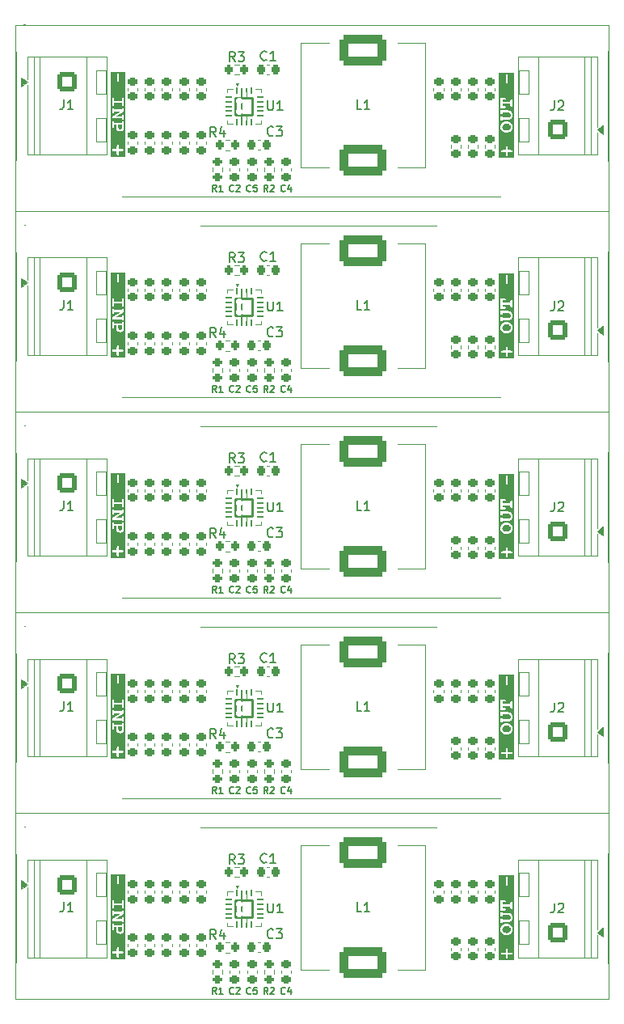
<source format=gto>
G04 #@! TF.GenerationSoftware,KiCad,Pcbnew,9.0.4*
G04 #@! TF.CreationDate,2025-09-21T01:50:15+05:30*
G04 #@! TF.ProjectId,panel,70616e65-6c2e-46b6-9963-61645f706362,rev?*
G04 #@! TF.SameCoordinates,Original*
G04 #@! TF.FileFunction,Legend,Top*
G04 #@! TF.FilePolarity,Positive*
%FSLAX46Y46*%
G04 Gerber Fmt 4.6, Leading zero omitted, Abs format (unit mm)*
G04 Created by KiCad (PCBNEW 9.0.4) date 2025-09-21 01:50:15*
%MOMM*%
%LPD*%
G01*
G04 APERTURE LIST*
G04 Aperture macros list*
%AMRoundRect*
0 Rectangle with rounded corners*
0 $1 Rounding radius*
0 $2 $3 $4 $5 $6 $7 $8 $9 X,Y pos of 4 corners*
0 Add a 4 corners polygon primitive as box body*
4,1,4,$2,$3,$4,$5,$6,$7,$8,$9,$2,$3,0*
0 Add four circle primitives for the rounded corners*
1,1,$1+$1,$2,$3*
1,1,$1+$1,$4,$5*
1,1,$1+$1,$6,$7*
1,1,$1+$1,$8,$9*
0 Add four rect primitives between the rounded corners*
20,1,$1+$1,$2,$3,$4,$5,0*
20,1,$1+$1,$4,$5,$6,$7,0*
20,1,$1+$1,$6,$7,$8,$9,0*
20,1,$1+$1,$8,$9,$2,$3,0*%
G04 Aperture macros list end*
%ADD10C,0.200000*%
%ADD11C,0.100000*%
%ADD12C,0.160000*%
%ADD13C,0.180000*%
%ADD14C,0.120000*%
%ADD15RoundRect,0.225000X0.250000X-0.225000X0.250000X0.225000X-0.250000X0.225000X-0.250000X-0.225000X0*%
%ADD16RoundRect,0.225000X-0.250000X0.225000X-0.250000X-0.225000X0.250000X-0.225000X0.250000X0.225000X0*%
%ADD17C,0.700000*%
%ADD18RoundRect,0.050000X-0.050000X-1.900000X0.050000X-1.900000X0.050000X1.900000X-0.050000X1.900000X0*%
%ADD19R,0.550000X0.467500*%
%ADD20RoundRect,0.120000X-0.905000X-0.905000X0.905000X-0.905000X0.905000X0.905000X-0.905000X0.905000X0*%
%ADD21RoundRect,0.050000X0.070000X-0.250000X0.070000X0.250000X-0.070000X0.250000X-0.070000X-0.250000X0*%
%ADD22RoundRect,0.050000X-0.250000X-0.070000X0.250000X-0.070000X0.250000X0.070000X-0.250000X0.070000X0*%
%ADD23RoundRect,0.050000X-0.070000X0.250000X-0.070000X-0.250000X0.070000X-0.250000X0.070000X0.250000X0*%
%ADD24RoundRect,0.483900X-1.992600X1.129100X-1.992600X-1.129100X1.992600X-1.129100X1.992600X1.129100X0*%
%ADD25RoundRect,0.200000X-0.275000X0.200000X-0.275000X-0.200000X0.275000X-0.200000X0.275000X0.200000X0*%
%ADD26RoundRect,0.200000X-0.200000X-0.275000X0.200000X-0.275000X0.200000X0.275000X-0.200000X0.275000X0*%
%ADD27C,2.100000*%
%ADD28RoundRect,0.250001X0.799999X-0.799999X0.799999X0.799999X-0.799999X0.799999X-0.799999X-0.799999X0*%
%ADD29RoundRect,0.225000X-0.225000X-0.250000X0.225000X-0.250000X0.225000X0.250000X-0.225000X0.250000X0*%
%ADD30RoundRect,0.250001X-0.799999X0.799999X-0.799999X-0.799999X0.799999X-0.799999X0.799999X0.799999X0*%
%ADD31RoundRect,0.200000X0.275000X-0.200000X0.275000X0.200000X-0.275000X0.200000X-0.275000X-0.200000X0*%
G04 #@! TA.AperFunction,Profile*
%ADD32C,0.050000*%
G04 #@! TD*
G04 APERTURE END LIST*
D10*
G36*
X168571590Y-103630712D02*
G01*
X168654638Y-103652858D01*
X168728281Y-103688782D01*
X168794031Y-103738873D01*
X168850581Y-103801153D01*
X168889035Y-103865077D01*
X168911593Y-103931614D01*
X168919145Y-104002198D01*
X168911590Y-104072177D01*
X168888987Y-104138349D01*
X168850376Y-104202139D01*
X168793482Y-104264515D01*
X168727459Y-104314628D01*
X168653788Y-104350521D01*
X168570996Y-104372614D01*
X168477126Y-104380286D01*
X168383215Y-104372619D01*
X168300309Y-104350533D01*
X168226465Y-104314639D01*
X168160221Y-104264515D01*
X168103053Y-104202105D01*
X168064279Y-104138306D01*
X168041590Y-104072148D01*
X168034009Y-104002198D01*
X168041587Y-103931643D01*
X168064230Y-103865119D01*
X168102849Y-103801187D01*
X168159672Y-103738873D01*
X168225688Y-103688764D01*
X168299522Y-103652840D01*
X168382671Y-103630705D01*
X168477126Y-103623011D01*
X168571590Y-103630712D01*
G37*
G36*
X169296837Y-107232677D02*
G01*
X167656316Y-107232677D01*
X167656316Y-106519853D01*
X167899187Y-106519853D01*
X167907554Y-106562804D01*
X167932068Y-106596148D01*
X167971682Y-106616975D01*
X168040054Y-106625366D01*
X168391580Y-106625366D01*
X168391580Y-106925601D01*
X168399199Y-106994518D01*
X168419882Y-107033770D01*
X168453286Y-107057774D01*
X168496543Y-107066010D01*
X168539817Y-107057777D01*
X168573297Y-107033770D01*
X168594149Y-106994522D01*
X168602606Y-106925601D01*
X168602606Y-106625366D01*
X168954499Y-106625366D01*
X169023430Y-106616932D01*
X169062668Y-106596148D01*
X169086753Y-106562850D01*
X169095000Y-106519853D01*
X169086730Y-106476874D01*
X169062668Y-106444016D01*
X169023489Y-106423640D01*
X168954499Y-106415348D01*
X168602606Y-106415348D01*
X168602606Y-106115112D01*
X168594145Y-106046206D01*
X168573297Y-106007035D01*
X168539810Y-105982956D01*
X168496543Y-105974703D01*
X168453391Y-105982978D01*
X168420431Y-106007035D01*
X168399923Y-106046156D01*
X168391580Y-106115112D01*
X168391580Y-106415348D01*
X168040054Y-106414248D01*
X167970880Y-106422690D01*
X167931610Y-106443466D01*
X167907458Y-106476785D01*
X167899187Y-106519853D01*
X167656316Y-106519853D01*
X167656316Y-104002198D01*
X167822983Y-104002198D01*
X167832515Y-104103823D01*
X167860876Y-104199833D01*
X167908730Y-104291908D01*
X167978046Y-104381293D01*
X168059685Y-104456453D01*
X168149070Y-104514265D01*
X168247304Y-104555864D01*
X168355988Y-104581456D01*
X168477126Y-104590304D01*
X168598292Y-104581445D01*
X168706859Y-104555834D01*
X168804857Y-104514226D01*
X168893902Y-104456423D01*
X168975107Y-104381293D01*
X169044424Y-104291908D01*
X169092277Y-104199833D01*
X169120638Y-104103823D01*
X169130170Y-104002198D01*
X169122817Y-103911583D01*
X169101052Y-103826225D01*
X169064716Y-103744898D01*
X169012858Y-103666634D01*
X168943783Y-103590771D01*
X168865931Y-103527089D01*
X168781459Y-103477857D01*
X168689411Y-103442351D01*
X168588492Y-103420520D01*
X168477126Y-103412992D01*
X168365270Y-103420531D01*
X168264011Y-103442386D01*
X168171758Y-103477909D01*
X168087201Y-103527134D01*
X168009371Y-103590771D01*
X167940295Y-103666634D01*
X167888437Y-103744898D01*
X167852101Y-103826225D01*
X167830336Y-103911583D01*
X167822983Y-104002198D01*
X167656316Y-104002198D01*
X167656316Y-102274057D01*
X167852292Y-102274057D01*
X167852292Y-102549655D01*
X167860725Y-102618586D01*
X167881509Y-102657824D01*
X167914737Y-102681830D01*
X167957805Y-102690064D01*
X168000889Y-102681833D01*
X168034192Y-102657824D01*
X168054908Y-102618596D01*
X168063318Y-102549655D01*
X168063318Y-102473818D01*
X168679451Y-102473818D01*
X168736879Y-102480571D01*
X168782308Y-102499463D01*
X168841611Y-102546738D01*
X168884157Y-102604976D01*
X168910387Y-102671816D01*
X168919145Y-102743370D01*
X168910904Y-102814292D01*
X168886878Y-102876613D01*
X168846605Y-102932414D01*
X168794329Y-102976920D01*
X168739222Y-103002358D01*
X168679451Y-103010816D01*
X168063318Y-103010816D01*
X168063318Y-102934979D01*
X168054904Y-102866052D01*
X168034192Y-102826901D01*
X168000881Y-102802820D01*
X167957805Y-102794569D01*
X167914745Y-102802824D01*
X167881509Y-102826901D01*
X167860729Y-102866062D01*
X167852292Y-102934979D01*
X167852292Y-103210576D01*
X167860776Y-103280309D01*
X167881509Y-103319203D01*
X167914699Y-103342852D01*
X167957805Y-103350985D01*
X168000927Y-103342855D01*
X168034192Y-103319203D01*
X168055169Y-103281537D01*
X168063318Y-103220834D01*
X168661041Y-103220834D01*
X168741486Y-103215999D01*
X168805071Y-103202841D01*
X168854939Y-103182916D01*
X168924717Y-103138459D01*
X168994341Y-103076853D01*
X169053309Y-103004036D01*
X169095641Y-102923163D01*
X169121425Y-102835262D01*
X169130170Y-102740256D01*
X169121439Y-102644490D01*
X169095913Y-102557620D01*
X169053627Y-102477786D01*
X168993333Y-102403659D01*
X168920481Y-102341938D01*
X168841819Y-102298754D01*
X168755986Y-102272712D01*
X168661041Y-102263799D01*
X168063318Y-102263799D01*
X168055169Y-102203096D01*
X168034192Y-102165430D01*
X168000927Y-102141778D01*
X167957805Y-102133648D01*
X167914745Y-102141902D01*
X167881509Y-102165980D01*
X167860729Y-102205141D01*
X167852292Y-102274057D01*
X167656316Y-102274057D01*
X167656316Y-102030700D01*
X167852292Y-102030700D01*
X168262620Y-102030700D01*
X168331793Y-102022258D01*
X168371064Y-102001482D01*
X168395119Y-101968320D01*
X168403304Y-101926103D01*
X168395077Y-101883098D01*
X168371064Y-101849808D01*
X168331793Y-101829032D01*
X168262620Y-101820590D01*
X168063318Y-101820590D01*
X168063318Y-101593169D01*
X168883974Y-101593169D01*
X168883974Y-101733487D01*
X168892407Y-101802418D01*
X168913191Y-101841656D01*
X168946419Y-101865662D01*
X168989487Y-101873896D01*
X169032570Y-101865665D01*
X169065874Y-101841656D01*
X169086589Y-101802428D01*
X169095000Y-101733487D01*
X169095000Y-101241643D01*
X169086586Y-101172717D01*
X169065874Y-101133565D01*
X169032570Y-101109556D01*
X168989487Y-101101325D01*
X168946419Y-101109559D01*
X168913191Y-101133565D01*
X168892411Y-101172727D01*
X168883974Y-101241643D01*
X168883974Y-101383060D01*
X168063318Y-101383060D01*
X168063318Y-101152525D01*
X168262620Y-101152525D01*
X168331793Y-101144083D01*
X168371064Y-101123307D01*
X168395123Y-101090157D01*
X168403304Y-101048019D01*
X168395073Y-101004936D01*
X168371064Y-100971632D01*
X168331793Y-100950856D01*
X168262620Y-100942415D01*
X167852292Y-100942415D01*
X167852292Y-102030700D01*
X167656316Y-102030700D01*
X167656316Y-99404418D01*
X168403304Y-99404418D01*
X168596744Y-99404418D01*
X168596744Y-98527250D01*
X168403304Y-98527250D01*
X168403304Y-99404418D01*
X167656316Y-99404418D01*
X167656316Y-98360583D01*
X169296837Y-98360583D01*
X169296837Y-107232677D01*
G37*
G36*
X128186681Y-104011298D02*
G01*
X128179743Y-104090163D01*
X128160860Y-104150793D01*
X128131727Y-104197228D01*
X128091682Y-104234373D01*
X128049448Y-104255390D01*
X128003499Y-104262349D01*
X127949667Y-104253767D01*
X127900973Y-104227887D01*
X127855488Y-104181932D01*
X127822635Y-104125195D01*
X127801575Y-104053882D01*
X127793939Y-103964220D01*
X127793939Y-103769498D01*
X128186681Y-103769498D01*
X128186681Y-104011298D01*
G37*
G36*
X128564374Y-107120878D02*
G01*
X126988333Y-107120878D01*
X126988333Y-106409061D01*
X127155000Y-106409061D01*
X127163269Y-106452039D01*
X127187331Y-106484898D01*
X127226510Y-106505274D01*
X127295500Y-106513566D01*
X127647393Y-106513566D01*
X127647393Y-106813802D01*
X127655854Y-106882708D01*
X127676702Y-106921879D01*
X127710189Y-106945958D01*
X127753456Y-106954211D01*
X127796608Y-106945936D01*
X127829568Y-106921879D01*
X127850076Y-106882758D01*
X127858419Y-106813802D01*
X127858419Y-106513566D01*
X128209945Y-106514665D01*
X128279119Y-106506224D01*
X128318389Y-106485448D01*
X128342541Y-106452129D01*
X128350812Y-106409061D01*
X128342445Y-106366110D01*
X128317931Y-106332765D01*
X128278317Y-106311939D01*
X128209945Y-106303548D01*
X127858419Y-106303548D01*
X127858419Y-106003312D01*
X127850800Y-105934396D01*
X127830117Y-105895143D01*
X127796713Y-105871139D01*
X127753456Y-105862903D01*
X127710182Y-105871136D01*
X127676702Y-105895143D01*
X127655850Y-105934391D01*
X127647393Y-106003312D01*
X127647393Y-106303548D01*
X127295500Y-106303548D01*
X127226569Y-106311982D01*
X127187331Y-106332765D01*
X127163246Y-106366064D01*
X127155000Y-106409061D01*
X126988333Y-106409061D01*
X126988333Y-103526690D01*
X127155000Y-103526690D01*
X127155000Y-103981623D01*
X127163413Y-104050549D01*
X127184125Y-104089700D01*
X127217436Y-104113781D01*
X127260512Y-104122032D01*
X127303572Y-104113778D01*
X127336808Y-104089700D01*
X127357588Y-104050539D01*
X127366025Y-103981623D01*
X127366025Y-103769498D01*
X127582913Y-103769498D01*
X127582913Y-103964220D01*
X127582913Y-103968250D01*
X127591323Y-104088665D01*
X127613046Y-104172682D01*
X127649846Y-104247987D01*
X127703080Y-104324357D01*
X127765897Y-104390223D01*
X127824347Y-104430419D01*
X127908861Y-104461949D01*
X127998462Y-104472459D01*
X128079244Y-104464570D01*
X128152281Y-104441483D01*
X128219301Y-104403070D01*
X128281478Y-104347895D01*
X128330820Y-104282635D01*
X128366931Y-104206159D01*
X128389661Y-104116310D01*
X128397707Y-104010291D01*
X128397707Y-103526690D01*
X128389274Y-103457759D01*
X128368490Y-103418521D01*
X128335262Y-103394515D01*
X128292194Y-103386281D01*
X128249110Y-103394512D01*
X128215807Y-103418521D01*
X128195091Y-103457749D01*
X128186681Y-103526690D01*
X128186681Y-103559480D01*
X127366025Y-103559480D01*
X127366025Y-103526690D01*
X127357639Y-103458575D01*
X127336808Y-103419070D01*
X127303534Y-103394635D01*
X127260512Y-103386281D01*
X127217429Y-103394512D01*
X127184125Y-103418521D01*
X127163410Y-103457749D01*
X127155000Y-103526690D01*
X126988333Y-103526690D01*
X126988333Y-102169494D01*
X127155000Y-102169494D01*
X127155000Y-102445091D01*
X127163413Y-102514017D01*
X127184125Y-102553168D01*
X127217436Y-102577249D01*
X127260512Y-102585500D01*
X127303572Y-102577246D01*
X127336808Y-102553168D01*
X127357588Y-102514007D01*
X127366025Y-102445091D01*
X127366025Y-102369254D01*
X128000935Y-102369254D01*
X127155000Y-102909275D01*
X127155000Y-103117278D01*
X128186681Y-103117278D01*
X128194797Y-103177095D01*
X128215807Y-103214639D01*
X128249072Y-103238291D01*
X128292194Y-103246421D01*
X128335254Y-103238167D01*
X128368490Y-103214090D01*
X128389270Y-103174929D01*
X128397707Y-103106012D01*
X128397707Y-102830415D01*
X128389274Y-102761484D01*
X128368490Y-102722246D01*
X128335262Y-102698240D01*
X128292194Y-102690006D01*
X128249110Y-102698236D01*
X128215807Y-102722246D01*
X128195091Y-102761474D01*
X128186681Y-102830415D01*
X128186681Y-102906160D01*
X127554886Y-102906160D01*
X128397707Y-102369254D01*
X128397707Y-102126446D01*
X128389274Y-102057515D01*
X128368490Y-102018277D01*
X128335262Y-101994271D01*
X128292194Y-101986037D01*
X128249110Y-101994268D01*
X128215807Y-102018277D01*
X128195091Y-102057505D01*
X128186681Y-102126446D01*
X128186681Y-102159235D01*
X127366025Y-102159235D01*
X127357854Y-102098542D01*
X127336808Y-102060867D01*
X127303618Y-102037218D01*
X127260512Y-102029084D01*
X127217429Y-102037315D01*
X127184125Y-102061324D01*
X127163410Y-102100553D01*
X127155000Y-102169494D01*
X126988333Y-102169494D01*
X126988333Y-101056112D01*
X127155000Y-101056112D01*
X127155000Y-101690381D01*
X127163413Y-101759307D01*
X127184125Y-101798458D01*
X127217436Y-101822539D01*
X127260512Y-101830790D01*
X127303572Y-101822536D01*
X127336808Y-101798458D01*
X127357588Y-101759297D01*
X127366025Y-101690381D01*
X127366025Y-101478256D01*
X128186681Y-101478256D01*
X128186681Y-101690381D01*
X128195095Y-101759307D01*
X128215807Y-101798458D01*
X128249118Y-101822539D01*
X128292194Y-101830790D01*
X128335254Y-101822536D01*
X128368490Y-101798458D01*
X128389270Y-101759297D01*
X128397707Y-101690381D01*
X128397707Y-101056112D01*
X128389270Y-100987196D01*
X128368490Y-100948035D01*
X128335262Y-100924029D01*
X128292194Y-100915795D01*
X128249110Y-100924026D01*
X128215807Y-100948035D01*
X128195095Y-100987186D01*
X128186681Y-101056112D01*
X128186681Y-101268237D01*
X127366025Y-101268237D01*
X127366025Y-101056112D01*
X127357588Y-100987196D01*
X127336808Y-100948035D01*
X127303580Y-100924029D01*
X127260512Y-100915795D01*
X127217429Y-100924026D01*
X127184125Y-100948035D01*
X127163413Y-100987186D01*
X127155000Y-101056112D01*
X126988333Y-101056112D01*
X126988333Y-99295732D01*
X127653255Y-99295732D01*
X127846695Y-99295732D01*
X127846695Y-98418565D01*
X127653255Y-98418565D01*
X127653255Y-99295732D01*
X126988333Y-99295732D01*
X126988333Y-98251898D01*
X128564374Y-98251898D01*
X128564374Y-107120878D01*
G37*
D11*
X179100000Y-94300000D02*
X179100000Y-110300000D01*
X117100000Y-110300000D02*
X117100000Y-94300000D01*
X118100000Y-93300000D02*
X178100000Y-93300000D01*
X117100000Y-91800000D02*
X179100000Y-91800000D01*
X179100000Y-110300000D02*
G75*
G02*
X178100000Y-111300000I-1000000J0D01*
G01*
X117100000Y-94300000D02*
G75*
G02*
X118100000Y-93300000I1000000J0D01*
G01*
X178100000Y-93300000D02*
G75*
G02*
X179100000Y-94300000I0J-1000000D01*
G01*
X178100000Y-111300000D02*
X118100000Y-111300000D01*
X118100000Y-111300000D02*
G75*
G02*
X117100000Y-110300000I0J1000000D01*
G01*
D10*
G36*
X168571590Y-82630712D02*
G01*
X168654638Y-82652858D01*
X168728281Y-82688782D01*
X168794031Y-82738873D01*
X168850581Y-82801153D01*
X168889035Y-82865077D01*
X168911593Y-82931614D01*
X168919145Y-83002198D01*
X168911590Y-83072177D01*
X168888987Y-83138349D01*
X168850376Y-83202139D01*
X168793482Y-83264515D01*
X168727459Y-83314628D01*
X168653788Y-83350521D01*
X168570996Y-83372614D01*
X168477126Y-83380286D01*
X168383215Y-83372619D01*
X168300309Y-83350533D01*
X168226465Y-83314639D01*
X168160221Y-83264515D01*
X168103053Y-83202105D01*
X168064279Y-83138306D01*
X168041590Y-83072148D01*
X168034009Y-83002198D01*
X168041587Y-82931643D01*
X168064230Y-82865119D01*
X168102849Y-82801187D01*
X168159672Y-82738873D01*
X168225688Y-82688764D01*
X168299522Y-82652840D01*
X168382671Y-82630705D01*
X168477126Y-82623011D01*
X168571590Y-82630712D01*
G37*
G36*
X169296837Y-86232677D02*
G01*
X167656316Y-86232677D01*
X167656316Y-85519853D01*
X167899187Y-85519853D01*
X167907554Y-85562804D01*
X167932068Y-85596148D01*
X167971682Y-85616975D01*
X168040054Y-85625366D01*
X168391580Y-85625366D01*
X168391580Y-85925601D01*
X168399199Y-85994518D01*
X168419882Y-86033770D01*
X168453286Y-86057774D01*
X168496543Y-86066010D01*
X168539817Y-86057777D01*
X168573297Y-86033770D01*
X168594149Y-85994522D01*
X168602606Y-85925601D01*
X168602606Y-85625366D01*
X168954499Y-85625366D01*
X169023430Y-85616932D01*
X169062668Y-85596148D01*
X169086753Y-85562850D01*
X169095000Y-85519853D01*
X169086730Y-85476874D01*
X169062668Y-85444016D01*
X169023489Y-85423640D01*
X168954499Y-85415348D01*
X168602606Y-85415348D01*
X168602606Y-85115112D01*
X168594145Y-85046206D01*
X168573297Y-85007035D01*
X168539810Y-84982956D01*
X168496543Y-84974703D01*
X168453391Y-84982978D01*
X168420431Y-85007035D01*
X168399923Y-85046156D01*
X168391580Y-85115112D01*
X168391580Y-85415348D01*
X168040054Y-85414248D01*
X167970880Y-85422690D01*
X167931610Y-85443466D01*
X167907458Y-85476785D01*
X167899187Y-85519853D01*
X167656316Y-85519853D01*
X167656316Y-83002198D01*
X167822983Y-83002198D01*
X167832515Y-83103823D01*
X167860876Y-83199833D01*
X167908730Y-83291908D01*
X167978046Y-83381293D01*
X168059685Y-83456453D01*
X168149070Y-83514265D01*
X168247304Y-83555864D01*
X168355988Y-83581456D01*
X168477126Y-83590304D01*
X168598292Y-83581445D01*
X168706859Y-83555834D01*
X168804857Y-83514226D01*
X168893902Y-83456423D01*
X168975107Y-83381293D01*
X169044424Y-83291908D01*
X169092277Y-83199833D01*
X169120638Y-83103823D01*
X169130170Y-83002198D01*
X169122817Y-82911583D01*
X169101052Y-82826225D01*
X169064716Y-82744898D01*
X169012858Y-82666634D01*
X168943783Y-82590771D01*
X168865931Y-82527089D01*
X168781459Y-82477857D01*
X168689411Y-82442351D01*
X168588492Y-82420520D01*
X168477126Y-82412992D01*
X168365270Y-82420531D01*
X168264011Y-82442386D01*
X168171758Y-82477909D01*
X168087201Y-82527134D01*
X168009371Y-82590771D01*
X167940295Y-82666634D01*
X167888437Y-82744898D01*
X167852101Y-82826225D01*
X167830336Y-82911583D01*
X167822983Y-83002198D01*
X167656316Y-83002198D01*
X167656316Y-81274057D01*
X167852292Y-81274057D01*
X167852292Y-81549655D01*
X167860725Y-81618586D01*
X167881509Y-81657824D01*
X167914737Y-81681830D01*
X167957805Y-81690064D01*
X168000889Y-81681833D01*
X168034192Y-81657824D01*
X168054908Y-81618596D01*
X168063318Y-81549655D01*
X168063318Y-81473818D01*
X168679451Y-81473818D01*
X168736879Y-81480571D01*
X168782308Y-81499463D01*
X168841611Y-81546738D01*
X168884157Y-81604976D01*
X168910387Y-81671816D01*
X168919145Y-81743370D01*
X168910904Y-81814292D01*
X168886878Y-81876613D01*
X168846605Y-81932414D01*
X168794329Y-81976920D01*
X168739222Y-82002358D01*
X168679451Y-82010816D01*
X168063318Y-82010816D01*
X168063318Y-81934979D01*
X168054904Y-81866052D01*
X168034192Y-81826901D01*
X168000881Y-81802820D01*
X167957805Y-81794569D01*
X167914745Y-81802824D01*
X167881509Y-81826901D01*
X167860729Y-81866062D01*
X167852292Y-81934979D01*
X167852292Y-82210576D01*
X167860776Y-82280309D01*
X167881509Y-82319203D01*
X167914699Y-82342852D01*
X167957805Y-82350985D01*
X168000927Y-82342855D01*
X168034192Y-82319203D01*
X168055169Y-82281537D01*
X168063318Y-82220834D01*
X168661041Y-82220834D01*
X168741486Y-82215999D01*
X168805071Y-82202841D01*
X168854939Y-82182916D01*
X168924717Y-82138459D01*
X168994341Y-82076853D01*
X169053309Y-82004036D01*
X169095641Y-81923163D01*
X169121425Y-81835262D01*
X169130170Y-81740256D01*
X169121439Y-81644490D01*
X169095913Y-81557620D01*
X169053627Y-81477786D01*
X168993333Y-81403659D01*
X168920481Y-81341938D01*
X168841819Y-81298754D01*
X168755986Y-81272712D01*
X168661041Y-81263799D01*
X168063318Y-81263799D01*
X168055169Y-81203096D01*
X168034192Y-81165430D01*
X168000927Y-81141778D01*
X167957805Y-81133648D01*
X167914745Y-81141902D01*
X167881509Y-81165980D01*
X167860729Y-81205141D01*
X167852292Y-81274057D01*
X167656316Y-81274057D01*
X167656316Y-81030700D01*
X167852292Y-81030700D01*
X168262620Y-81030700D01*
X168331793Y-81022258D01*
X168371064Y-81001482D01*
X168395119Y-80968320D01*
X168403304Y-80926103D01*
X168395077Y-80883098D01*
X168371064Y-80849808D01*
X168331793Y-80829032D01*
X168262620Y-80820590D01*
X168063318Y-80820590D01*
X168063318Y-80593169D01*
X168883974Y-80593169D01*
X168883974Y-80733487D01*
X168892407Y-80802418D01*
X168913191Y-80841656D01*
X168946419Y-80865662D01*
X168989487Y-80873896D01*
X169032570Y-80865665D01*
X169065874Y-80841656D01*
X169086589Y-80802428D01*
X169095000Y-80733487D01*
X169095000Y-80241643D01*
X169086586Y-80172717D01*
X169065874Y-80133565D01*
X169032570Y-80109556D01*
X168989487Y-80101325D01*
X168946419Y-80109559D01*
X168913191Y-80133565D01*
X168892411Y-80172727D01*
X168883974Y-80241643D01*
X168883974Y-80383060D01*
X168063318Y-80383060D01*
X168063318Y-80152525D01*
X168262620Y-80152525D01*
X168331793Y-80144083D01*
X168371064Y-80123307D01*
X168395123Y-80090157D01*
X168403304Y-80048019D01*
X168395073Y-80004936D01*
X168371064Y-79971632D01*
X168331793Y-79950856D01*
X168262620Y-79942415D01*
X167852292Y-79942415D01*
X167852292Y-81030700D01*
X167656316Y-81030700D01*
X167656316Y-78404418D01*
X168403304Y-78404418D01*
X168596744Y-78404418D01*
X168596744Y-77527250D01*
X168403304Y-77527250D01*
X168403304Y-78404418D01*
X167656316Y-78404418D01*
X167656316Y-77360583D01*
X169296837Y-77360583D01*
X169296837Y-86232677D01*
G37*
G36*
X128186681Y-83011298D02*
G01*
X128179743Y-83090163D01*
X128160860Y-83150793D01*
X128131727Y-83197228D01*
X128091682Y-83234373D01*
X128049448Y-83255390D01*
X128003499Y-83262349D01*
X127949667Y-83253767D01*
X127900973Y-83227887D01*
X127855488Y-83181932D01*
X127822635Y-83125195D01*
X127801575Y-83053882D01*
X127793939Y-82964220D01*
X127793939Y-82769498D01*
X128186681Y-82769498D01*
X128186681Y-83011298D01*
G37*
G36*
X128564374Y-86120878D02*
G01*
X126988333Y-86120878D01*
X126988333Y-85409061D01*
X127155000Y-85409061D01*
X127163269Y-85452039D01*
X127187331Y-85484898D01*
X127226510Y-85505274D01*
X127295500Y-85513566D01*
X127647393Y-85513566D01*
X127647393Y-85813802D01*
X127655854Y-85882708D01*
X127676702Y-85921879D01*
X127710189Y-85945958D01*
X127753456Y-85954211D01*
X127796608Y-85945936D01*
X127829568Y-85921879D01*
X127850076Y-85882758D01*
X127858419Y-85813802D01*
X127858419Y-85513566D01*
X128209945Y-85514665D01*
X128279119Y-85506224D01*
X128318389Y-85485448D01*
X128342541Y-85452129D01*
X128350812Y-85409061D01*
X128342445Y-85366110D01*
X128317931Y-85332765D01*
X128278317Y-85311939D01*
X128209945Y-85303548D01*
X127858419Y-85303548D01*
X127858419Y-85003312D01*
X127850800Y-84934396D01*
X127830117Y-84895143D01*
X127796713Y-84871139D01*
X127753456Y-84862903D01*
X127710182Y-84871136D01*
X127676702Y-84895143D01*
X127655850Y-84934391D01*
X127647393Y-85003312D01*
X127647393Y-85303548D01*
X127295500Y-85303548D01*
X127226569Y-85311982D01*
X127187331Y-85332765D01*
X127163246Y-85366064D01*
X127155000Y-85409061D01*
X126988333Y-85409061D01*
X126988333Y-82526690D01*
X127155000Y-82526690D01*
X127155000Y-82981623D01*
X127163413Y-83050549D01*
X127184125Y-83089700D01*
X127217436Y-83113781D01*
X127260512Y-83122032D01*
X127303572Y-83113778D01*
X127336808Y-83089700D01*
X127357588Y-83050539D01*
X127366025Y-82981623D01*
X127366025Y-82769498D01*
X127582913Y-82769498D01*
X127582913Y-82964220D01*
X127582913Y-82968250D01*
X127591323Y-83088665D01*
X127613046Y-83172682D01*
X127649846Y-83247987D01*
X127703080Y-83324357D01*
X127765897Y-83390223D01*
X127824347Y-83430419D01*
X127908861Y-83461949D01*
X127998462Y-83472459D01*
X128079244Y-83464570D01*
X128152281Y-83441483D01*
X128219301Y-83403070D01*
X128281478Y-83347895D01*
X128330820Y-83282635D01*
X128366931Y-83206159D01*
X128389661Y-83116310D01*
X128397707Y-83010291D01*
X128397707Y-82526690D01*
X128389274Y-82457759D01*
X128368490Y-82418521D01*
X128335262Y-82394515D01*
X128292194Y-82386281D01*
X128249110Y-82394512D01*
X128215807Y-82418521D01*
X128195091Y-82457749D01*
X128186681Y-82526690D01*
X128186681Y-82559480D01*
X127366025Y-82559480D01*
X127366025Y-82526690D01*
X127357639Y-82458575D01*
X127336808Y-82419070D01*
X127303534Y-82394635D01*
X127260512Y-82386281D01*
X127217429Y-82394512D01*
X127184125Y-82418521D01*
X127163410Y-82457749D01*
X127155000Y-82526690D01*
X126988333Y-82526690D01*
X126988333Y-81169494D01*
X127155000Y-81169494D01*
X127155000Y-81445091D01*
X127163413Y-81514017D01*
X127184125Y-81553168D01*
X127217436Y-81577249D01*
X127260512Y-81585500D01*
X127303572Y-81577246D01*
X127336808Y-81553168D01*
X127357588Y-81514007D01*
X127366025Y-81445091D01*
X127366025Y-81369254D01*
X128000935Y-81369254D01*
X127155000Y-81909275D01*
X127155000Y-82117278D01*
X128186681Y-82117278D01*
X128194797Y-82177095D01*
X128215807Y-82214639D01*
X128249072Y-82238291D01*
X128292194Y-82246421D01*
X128335254Y-82238167D01*
X128368490Y-82214090D01*
X128389270Y-82174929D01*
X128397707Y-82106012D01*
X128397707Y-81830415D01*
X128389274Y-81761484D01*
X128368490Y-81722246D01*
X128335262Y-81698240D01*
X128292194Y-81690006D01*
X128249110Y-81698236D01*
X128215807Y-81722246D01*
X128195091Y-81761474D01*
X128186681Y-81830415D01*
X128186681Y-81906160D01*
X127554886Y-81906160D01*
X128397707Y-81369254D01*
X128397707Y-81126446D01*
X128389274Y-81057515D01*
X128368490Y-81018277D01*
X128335262Y-80994271D01*
X128292194Y-80986037D01*
X128249110Y-80994268D01*
X128215807Y-81018277D01*
X128195091Y-81057505D01*
X128186681Y-81126446D01*
X128186681Y-81159235D01*
X127366025Y-81159235D01*
X127357854Y-81098542D01*
X127336808Y-81060867D01*
X127303618Y-81037218D01*
X127260512Y-81029084D01*
X127217429Y-81037315D01*
X127184125Y-81061324D01*
X127163410Y-81100553D01*
X127155000Y-81169494D01*
X126988333Y-81169494D01*
X126988333Y-80056112D01*
X127155000Y-80056112D01*
X127155000Y-80690381D01*
X127163413Y-80759307D01*
X127184125Y-80798458D01*
X127217436Y-80822539D01*
X127260512Y-80830790D01*
X127303572Y-80822536D01*
X127336808Y-80798458D01*
X127357588Y-80759297D01*
X127366025Y-80690381D01*
X127366025Y-80478256D01*
X128186681Y-80478256D01*
X128186681Y-80690381D01*
X128195095Y-80759307D01*
X128215807Y-80798458D01*
X128249118Y-80822539D01*
X128292194Y-80830790D01*
X128335254Y-80822536D01*
X128368490Y-80798458D01*
X128389270Y-80759297D01*
X128397707Y-80690381D01*
X128397707Y-80056112D01*
X128389270Y-79987196D01*
X128368490Y-79948035D01*
X128335262Y-79924029D01*
X128292194Y-79915795D01*
X128249110Y-79924026D01*
X128215807Y-79948035D01*
X128195095Y-79987186D01*
X128186681Y-80056112D01*
X128186681Y-80268237D01*
X127366025Y-80268237D01*
X127366025Y-80056112D01*
X127357588Y-79987196D01*
X127336808Y-79948035D01*
X127303580Y-79924029D01*
X127260512Y-79915795D01*
X127217429Y-79924026D01*
X127184125Y-79948035D01*
X127163413Y-79987186D01*
X127155000Y-80056112D01*
X126988333Y-80056112D01*
X126988333Y-78295732D01*
X127653255Y-78295732D01*
X127846695Y-78295732D01*
X127846695Y-77418565D01*
X127653255Y-77418565D01*
X127653255Y-78295732D01*
X126988333Y-78295732D01*
X126988333Y-77251898D01*
X128564374Y-77251898D01*
X128564374Y-86120878D01*
G37*
D11*
X179100000Y-73300000D02*
X179100000Y-89300000D01*
X117100000Y-89300000D02*
X117100000Y-73300000D01*
X118100000Y-72300000D02*
X178100000Y-72300000D01*
X117100000Y-70800000D02*
X179100000Y-70800000D01*
X179100000Y-89300000D02*
G75*
G02*
X178100000Y-90300000I-1000000J0D01*
G01*
X117100000Y-73300000D02*
G75*
G02*
X118100000Y-72300000I1000000J0D01*
G01*
X178100000Y-72300000D02*
G75*
G02*
X179100000Y-73300000I0J-1000000D01*
G01*
X178100000Y-90300000D02*
X118100000Y-90300000D01*
X118100000Y-90300000D02*
G75*
G02*
X117100000Y-89300000I0J1000000D01*
G01*
D10*
G36*
X168571590Y-61630712D02*
G01*
X168654638Y-61652858D01*
X168728281Y-61688782D01*
X168794031Y-61738873D01*
X168850581Y-61801153D01*
X168889035Y-61865077D01*
X168911593Y-61931614D01*
X168919145Y-62002198D01*
X168911590Y-62072177D01*
X168888987Y-62138349D01*
X168850376Y-62202139D01*
X168793482Y-62264515D01*
X168727459Y-62314628D01*
X168653788Y-62350521D01*
X168570996Y-62372614D01*
X168477126Y-62380286D01*
X168383215Y-62372619D01*
X168300309Y-62350533D01*
X168226465Y-62314639D01*
X168160221Y-62264515D01*
X168103053Y-62202105D01*
X168064279Y-62138306D01*
X168041590Y-62072148D01*
X168034009Y-62002198D01*
X168041587Y-61931643D01*
X168064230Y-61865119D01*
X168102849Y-61801187D01*
X168159672Y-61738873D01*
X168225688Y-61688764D01*
X168299522Y-61652840D01*
X168382671Y-61630705D01*
X168477126Y-61623011D01*
X168571590Y-61630712D01*
G37*
G36*
X169296837Y-65232677D02*
G01*
X167656316Y-65232677D01*
X167656316Y-64519853D01*
X167899187Y-64519853D01*
X167907554Y-64562804D01*
X167932068Y-64596148D01*
X167971682Y-64616975D01*
X168040054Y-64625366D01*
X168391580Y-64625366D01*
X168391580Y-64925601D01*
X168399199Y-64994518D01*
X168419882Y-65033770D01*
X168453286Y-65057774D01*
X168496543Y-65066010D01*
X168539817Y-65057777D01*
X168573297Y-65033770D01*
X168594149Y-64994522D01*
X168602606Y-64925601D01*
X168602606Y-64625366D01*
X168954499Y-64625366D01*
X169023430Y-64616932D01*
X169062668Y-64596148D01*
X169086753Y-64562850D01*
X169095000Y-64519853D01*
X169086730Y-64476874D01*
X169062668Y-64444016D01*
X169023489Y-64423640D01*
X168954499Y-64415348D01*
X168602606Y-64415348D01*
X168602606Y-64115112D01*
X168594145Y-64046206D01*
X168573297Y-64007035D01*
X168539810Y-63982956D01*
X168496543Y-63974703D01*
X168453391Y-63982978D01*
X168420431Y-64007035D01*
X168399923Y-64046156D01*
X168391580Y-64115112D01*
X168391580Y-64415348D01*
X168040054Y-64414248D01*
X167970880Y-64422690D01*
X167931610Y-64443466D01*
X167907458Y-64476785D01*
X167899187Y-64519853D01*
X167656316Y-64519853D01*
X167656316Y-62002198D01*
X167822983Y-62002198D01*
X167832515Y-62103823D01*
X167860876Y-62199833D01*
X167908730Y-62291908D01*
X167978046Y-62381293D01*
X168059685Y-62456453D01*
X168149070Y-62514265D01*
X168247304Y-62555864D01*
X168355988Y-62581456D01*
X168477126Y-62590304D01*
X168598292Y-62581445D01*
X168706859Y-62555834D01*
X168804857Y-62514226D01*
X168893902Y-62456423D01*
X168975107Y-62381293D01*
X169044424Y-62291908D01*
X169092277Y-62199833D01*
X169120638Y-62103823D01*
X169130170Y-62002198D01*
X169122817Y-61911583D01*
X169101052Y-61826225D01*
X169064716Y-61744898D01*
X169012858Y-61666634D01*
X168943783Y-61590771D01*
X168865931Y-61527089D01*
X168781459Y-61477857D01*
X168689411Y-61442351D01*
X168588492Y-61420520D01*
X168477126Y-61412992D01*
X168365270Y-61420531D01*
X168264011Y-61442386D01*
X168171758Y-61477909D01*
X168087201Y-61527134D01*
X168009371Y-61590771D01*
X167940295Y-61666634D01*
X167888437Y-61744898D01*
X167852101Y-61826225D01*
X167830336Y-61911583D01*
X167822983Y-62002198D01*
X167656316Y-62002198D01*
X167656316Y-60274057D01*
X167852292Y-60274057D01*
X167852292Y-60549655D01*
X167860725Y-60618586D01*
X167881509Y-60657824D01*
X167914737Y-60681830D01*
X167957805Y-60690064D01*
X168000889Y-60681833D01*
X168034192Y-60657824D01*
X168054908Y-60618596D01*
X168063318Y-60549655D01*
X168063318Y-60473818D01*
X168679451Y-60473818D01*
X168736879Y-60480571D01*
X168782308Y-60499463D01*
X168841611Y-60546738D01*
X168884157Y-60604976D01*
X168910387Y-60671816D01*
X168919145Y-60743370D01*
X168910904Y-60814292D01*
X168886878Y-60876613D01*
X168846605Y-60932414D01*
X168794329Y-60976920D01*
X168739222Y-61002358D01*
X168679451Y-61010816D01*
X168063318Y-61010816D01*
X168063318Y-60934979D01*
X168054904Y-60866052D01*
X168034192Y-60826901D01*
X168000881Y-60802820D01*
X167957805Y-60794569D01*
X167914745Y-60802824D01*
X167881509Y-60826901D01*
X167860729Y-60866062D01*
X167852292Y-60934979D01*
X167852292Y-61210576D01*
X167860776Y-61280309D01*
X167881509Y-61319203D01*
X167914699Y-61342852D01*
X167957805Y-61350985D01*
X168000927Y-61342855D01*
X168034192Y-61319203D01*
X168055169Y-61281537D01*
X168063318Y-61220834D01*
X168661041Y-61220834D01*
X168741486Y-61215999D01*
X168805071Y-61202841D01*
X168854939Y-61182916D01*
X168924717Y-61138459D01*
X168994341Y-61076853D01*
X169053309Y-61004036D01*
X169095641Y-60923163D01*
X169121425Y-60835262D01*
X169130170Y-60740256D01*
X169121439Y-60644490D01*
X169095913Y-60557620D01*
X169053627Y-60477786D01*
X168993333Y-60403659D01*
X168920481Y-60341938D01*
X168841819Y-60298754D01*
X168755986Y-60272712D01*
X168661041Y-60263799D01*
X168063318Y-60263799D01*
X168055169Y-60203096D01*
X168034192Y-60165430D01*
X168000927Y-60141778D01*
X167957805Y-60133648D01*
X167914745Y-60141902D01*
X167881509Y-60165980D01*
X167860729Y-60205141D01*
X167852292Y-60274057D01*
X167656316Y-60274057D01*
X167656316Y-60030700D01*
X167852292Y-60030700D01*
X168262620Y-60030700D01*
X168331793Y-60022258D01*
X168371064Y-60001482D01*
X168395119Y-59968320D01*
X168403304Y-59926103D01*
X168395077Y-59883098D01*
X168371064Y-59849808D01*
X168331793Y-59829032D01*
X168262620Y-59820590D01*
X168063318Y-59820590D01*
X168063318Y-59593169D01*
X168883974Y-59593169D01*
X168883974Y-59733487D01*
X168892407Y-59802418D01*
X168913191Y-59841656D01*
X168946419Y-59865662D01*
X168989487Y-59873896D01*
X169032570Y-59865665D01*
X169065874Y-59841656D01*
X169086589Y-59802428D01*
X169095000Y-59733487D01*
X169095000Y-59241643D01*
X169086586Y-59172717D01*
X169065874Y-59133565D01*
X169032570Y-59109556D01*
X168989487Y-59101325D01*
X168946419Y-59109559D01*
X168913191Y-59133565D01*
X168892411Y-59172727D01*
X168883974Y-59241643D01*
X168883974Y-59383060D01*
X168063318Y-59383060D01*
X168063318Y-59152525D01*
X168262620Y-59152525D01*
X168331793Y-59144083D01*
X168371064Y-59123307D01*
X168395123Y-59090157D01*
X168403304Y-59048019D01*
X168395073Y-59004936D01*
X168371064Y-58971632D01*
X168331793Y-58950856D01*
X168262620Y-58942415D01*
X167852292Y-58942415D01*
X167852292Y-60030700D01*
X167656316Y-60030700D01*
X167656316Y-57404418D01*
X168403304Y-57404418D01*
X168596744Y-57404418D01*
X168596744Y-56527250D01*
X168403304Y-56527250D01*
X168403304Y-57404418D01*
X167656316Y-57404418D01*
X167656316Y-56360583D01*
X169296837Y-56360583D01*
X169296837Y-65232677D01*
G37*
G36*
X128186681Y-62011298D02*
G01*
X128179743Y-62090163D01*
X128160860Y-62150793D01*
X128131727Y-62197228D01*
X128091682Y-62234373D01*
X128049448Y-62255390D01*
X128003499Y-62262349D01*
X127949667Y-62253767D01*
X127900973Y-62227887D01*
X127855488Y-62181932D01*
X127822635Y-62125195D01*
X127801575Y-62053882D01*
X127793939Y-61964220D01*
X127793939Y-61769498D01*
X128186681Y-61769498D01*
X128186681Y-62011298D01*
G37*
G36*
X128564374Y-65120878D02*
G01*
X126988333Y-65120878D01*
X126988333Y-64409061D01*
X127155000Y-64409061D01*
X127163269Y-64452039D01*
X127187331Y-64484898D01*
X127226510Y-64505274D01*
X127295500Y-64513566D01*
X127647393Y-64513566D01*
X127647393Y-64813802D01*
X127655854Y-64882708D01*
X127676702Y-64921879D01*
X127710189Y-64945958D01*
X127753456Y-64954211D01*
X127796608Y-64945936D01*
X127829568Y-64921879D01*
X127850076Y-64882758D01*
X127858419Y-64813802D01*
X127858419Y-64513566D01*
X128209945Y-64514665D01*
X128279119Y-64506224D01*
X128318389Y-64485448D01*
X128342541Y-64452129D01*
X128350812Y-64409061D01*
X128342445Y-64366110D01*
X128317931Y-64332765D01*
X128278317Y-64311939D01*
X128209945Y-64303548D01*
X127858419Y-64303548D01*
X127858419Y-64003312D01*
X127850800Y-63934396D01*
X127830117Y-63895143D01*
X127796713Y-63871139D01*
X127753456Y-63862903D01*
X127710182Y-63871136D01*
X127676702Y-63895143D01*
X127655850Y-63934391D01*
X127647393Y-64003312D01*
X127647393Y-64303548D01*
X127295500Y-64303548D01*
X127226569Y-64311982D01*
X127187331Y-64332765D01*
X127163246Y-64366064D01*
X127155000Y-64409061D01*
X126988333Y-64409061D01*
X126988333Y-61526690D01*
X127155000Y-61526690D01*
X127155000Y-61981623D01*
X127163413Y-62050549D01*
X127184125Y-62089700D01*
X127217436Y-62113781D01*
X127260512Y-62122032D01*
X127303572Y-62113778D01*
X127336808Y-62089700D01*
X127357588Y-62050539D01*
X127366025Y-61981623D01*
X127366025Y-61769498D01*
X127582913Y-61769498D01*
X127582913Y-61964220D01*
X127582913Y-61968250D01*
X127591323Y-62088665D01*
X127613046Y-62172682D01*
X127649846Y-62247987D01*
X127703080Y-62324357D01*
X127765897Y-62390223D01*
X127824347Y-62430419D01*
X127908861Y-62461949D01*
X127998462Y-62472459D01*
X128079244Y-62464570D01*
X128152281Y-62441483D01*
X128219301Y-62403070D01*
X128281478Y-62347895D01*
X128330820Y-62282635D01*
X128366931Y-62206159D01*
X128389661Y-62116310D01*
X128397707Y-62010291D01*
X128397707Y-61526690D01*
X128389274Y-61457759D01*
X128368490Y-61418521D01*
X128335262Y-61394515D01*
X128292194Y-61386281D01*
X128249110Y-61394512D01*
X128215807Y-61418521D01*
X128195091Y-61457749D01*
X128186681Y-61526690D01*
X128186681Y-61559480D01*
X127366025Y-61559480D01*
X127366025Y-61526690D01*
X127357639Y-61458575D01*
X127336808Y-61419070D01*
X127303534Y-61394635D01*
X127260512Y-61386281D01*
X127217429Y-61394512D01*
X127184125Y-61418521D01*
X127163410Y-61457749D01*
X127155000Y-61526690D01*
X126988333Y-61526690D01*
X126988333Y-60169494D01*
X127155000Y-60169494D01*
X127155000Y-60445091D01*
X127163413Y-60514017D01*
X127184125Y-60553168D01*
X127217436Y-60577249D01*
X127260512Y-60585500D01*
X127303572Y-60577246D01*
X127336808Y-60553168D01*
X127357588Y-60514007D01*
X127366025Y-60445091D01*
X127366025Y-60369254D01*
X128000935Y-60369254D01*
X127155000Y-60909275D01*
X127155000Y-61117278D01*
X128186681Y-61117278D01*
X128194797Y-61177095D01*
X128215807Y-61214639D01*
X128249072Y-61238291D01*
X128292194Y-61246421D01*
X128335254Y-61238167D01*
X128368490Y-61214090D01*
X128389270Y-61174929D01*
X128397707Y-61106012D01*
X128397707Y-60830415D01*
X128389274Y-60761484D01*
X128368490Y-60722246D01*
X128335262Y-60698240D01*
X128292194Y-60690006D01*
X128249110Y-60698236D01*
X128215807Y-60722246D01*
X128195091Y-60761474D01*
X128186681Y-60830415D01*
X128186681Y-60906160D01*
X127554886Y-60906160D01*
X128397707Y-60369254D01*
X128397707Y-60126446D01*
X128389274Y-60057515D01*
X128368490Y-60018277D01*
X128335262Y-59994271D01*
X128292194Y-59986037D01*
X128249110Y-59994268D01*
X128215807Y-60018277D01*
X128195091Y-60057505D01*
X128186681Y-60126446D01*
X128186681Y-60159235D01*
X127366025Y-60159235D01*
X127357854Y-60098542D01*
X127336808Y-60060867D01*
X127303618Y-60037218D01*
X127260512Y-60029084D01*
X127217429Y-60037315D01*
X127184125Y-60061324D01*
X127163410Y-60100553D01*
X127155000Y-60169494D01*
X126988333Y-60169494D01*
X126988333Y-59056112D01*
X127155000Y-59056112D01*
X127155000Y-59690381D01*
X127163413Y-59759307D01*
X127184125Y-59798458D01*
X127217436Y-59822539D01*
X127260512Y-59830790D01*
X127303572Y-59822536D01*
X127336808Y-59798458D01*
X127357588Y-59759297D01*
X127366025Y-59690381D01*
X127366025Y-59478256D01*
X128186681Y-59478256D01*
X128186681Y-59690381D01*
X128195095Y-59759307D01*
X128215807Y-59798458D01*
X128249118Y-59822539D01*
X128292194Y-59830790D01*
X128335254Y-59822536D01*
X128368490Y-59798458D01*
X128389270Y-59759297D01*
X128397707Y-59690381D01*
X128397707Y-59056112D01*
X128389270Y-58987196D01*
X128368490Y-58948035D01*
X128335262Y-58924029D01*
X128292194Y-58915795D01*
X128249110Y-58924026D01*
X128215807Y-58948035D01*
X128195095Y-58987186D01*
X128186681Y-59056112D01*
X128186681Y-59268237D01*
X127366025Y-59268237D01*
X127366025Y-59056112D01*
X127357588Y-58987196D01*
X127336808Y-58948035D01*
X127303580Y-58924029D01*
X127260512Y-58915795D01*
X127217429Y-58924026D01*
X127184125Y-58948035D01*
X127163413Y-58987186D01*
X127155000Y-59056112D01*
X126988333Y-59056112D01*
X126988333Y-57295732D01*
X127653255Y-57295732D01*
X127846695Y-57295732D01*
X127846695Y-56418565D01*
X127653255Y-56418565D01*
X127653255Y-57295732D01*
X126988333Y-57295732D01*
X126988333Y-56251898D01*
X128564374Y-56251898D01*
X128564374Y-65120878D01*
G37*
D11*
X179100000Y-52300000D02*
X179100000Y-68300000D01*
X117100000Y-68300000D02*
X117100000Y-52300000D01*
X118100000Y-51300000D02*
X178100000Y-51300000D01*
X117100000Y-49800000D02*
X179100000Y-49800000D01*
X179100000Y-68300000D02*
G75*
G02*
X178100000Y-69300000I-1000000J0D01*
G01*
X117100000Y-52300000D02*
G75*
G02*
X118100000Y-51300000I1000000J0D01*
G01*
X178100000Y-51300000D02*
G75*
G02*
X179100000Y-52300000I0J-1000000D01*
G01*
X178100000Y-69300000D02*
X118100000Y-69300000D01*
X118100000Y-69300000D02*
G75*
G02*
X117100000Y-68300000I0J1000000D01*
G01*
D10*
G36*
X168571590Y-40630712D02*
G01*
X168654638Y-40652858D01*
X168728281Y-40688782D01*
X168794031Y-40738873D01*
X168850581Y-40801153D01*
X168889035Y-40865077D01*
X168911593Y-40931614D01*
X168919145Y-41002198D01*
X168911590Y-41072177D01*
X168888987Y-41138349D01*
X168850376Y-41202139D01*
X168793482Y-41264515D01*
X168727459Y-41314628D01*
X168653788Y-41350521D01*
X168570996Y-41372614D01*
X168477126Y-41380286D01*
X168383215Y-41372619D01*
X168300309Y-41350533D01*
X168226465Y-41314639D01*
X168160221Y-41264515D01*
X168103053Y-41202105D01*
X168064279Y-41138306D01*
X168041590Y-41072148D01*
X168034009Y-41002198D01*
X168041587Y-40931643D01*
X168064230Y-40865119D01*
X168102849Y-40801187D01*
X168159672Y-40738873D01*
X168225688Y-40688764D01*
X168299522Y-40652840D01*
X168382671Y-40630705D01*
X168477126Y-40623011D01*
X168571590Y-40630712D01*
G37*
G36*
X169296837Y-44232677D02*
G01*
X167656316Y-44232677D01*
X167656316Y-43519853D01*
X167899187Y-43519853D01*
X167907554Y-43562804D01*
X167932068Y-43596148D01*
X167971682Y-43616975D01*
X168040054Y-43625366D01*
X168391580Y-43625366D01*
X168391580Y-43925601D01*
X168399199Y-43994518D01*
X168419882Y-44033770D01*
X168453286Y-44057774D01*
X168496543Y-44066010D01*
X168539817Y-44057777D01*
X168573297Y-44033770D01*
X168594149Y-43994522D01*
X168602606Y-43925601D01*
X168602606Y-43625366D01*
X168954499Y-43625366D01*
X169023430Y-43616932D01*
X169062668Y-43596148D01*
X169086753Y-43562850D01*
X169095000Y-43519853D01*
X169086730Y-43476874D01*
X169062668Y-43444016D01*
X169023489Y-43423640D01*
X168954499Y-43415348D01*
X168602606Y-43415348D01*
X168602606Y-43115112D01*
X168594145Y-43046206D01*
X168573297Y-43007035D01*
X168539810Y-42982956D01*
X168496543Y-42974703D01*
X168453391Y-42982978D01*
X168420431Y-43007035D01*
X168399923Y-43046156D01*
X168391580Y-43115112D01*
X168391580Y-43415348D01*
X168040054Y-43414248D01*
X167970880Y-43422690D01*
X167931610Y-43443466D01*
X167907458Y-43476785D01*
X167899187Y-43519853D01*
X167656316Y-43519853D01*
X167656316Y-41002198D01*
X167822983Y-41002198D01*
X167832515Y-41103823D01*
X167860876Y-41199833D01*
X167908730Y-41291908D01*
X167978046Y-41381293D01*
X168059685Y-41456453D01*
X168149070Y-41514265D01*
X168247304Y-41555864D01*
X168355988Y-41581456D01*
X168477126Y-41590304D01*
X168598292Y-41581445D01*
X168706859Y-41555834D01*
X168804857Y-41514226D01*
X168893902Y-41456423D01*
X168975107Y-41381293D01*
X169044424Y-41291908D01*
X169092277Y-41199833D01*
X169120638Y-41103823D01*
X169130170Y-41002198D01*
X169122817Y-40911583D01*
X169101052Y-40826225D01*
X169064716Y-40744898D01*
X169012858Y-40666634D01*
X168943783Y-40590771D01*
X168865931Y-40527089D01*
X168781459Y-40477857D01*
X168689411Y-40442351D01*
X168588492Y-40420520D01*
X168477126Y-40412992D01*
X168365270Y-40420531D01*
X168264011Y-40442386D01*
X168171758Y-40477909D01*
X168087201Y-40527134D01*
X168009371Y-40590771D01*
X167940295Y-40666634D01*
X167888437Y-40744898D01*
X167852101Y-40826225D01*
X167830336Y-40911583D01*
X167822983Y-41002198D01*
X167656316Y-41002198D01*
X167656316Y-39274057D01*
X167852292Y-39274057D01*
X167852292Y-39549655D01*
X167860725Y-39618586D01*
X167881509Y-39657824D01*
X167914737Y-39681830D01*
X167957805Y-39690064D01*
X168000889Y-39681833D01*
X168034192Y-39657824D01*
X168054908Y-39618596D01*
X168063318Y-39549655D01*
X168063318Y-39473818D01*
X168679451Y-39473818D01*
X168736879Y-39480571D01*
X168782308Y-39499463D01*
X168841611Y-39546738D01*
X168884157Y-39604976D01*
X168910387Y-39671816D01*
X168919145Y-39743370D01*
X168910904Y-39814292D01*
X168886878Y-39876613D01*
X168846605Y-39932414D01*
X168794329Y-39976920D01*
X168739222Y-40002358D01*
X168679451Y-40010816D01*
X168063318Y-40010816D01*
X168063318Y-39934979D01*
X168054904Y-39866052D01*
X168034192Y-39826901D01*
X168000881Y-39802820D01*
X167957805Y-39794569D01*
X167914745Y-39802824D01*
X167881509Y-39826901D01*
X167860729Y-39866062D01*
X167852292Y-39934979D01*
X167852292Y-40210576D01*
X167860776Y-40280309D01*
X167881509Y-40319203D01*
X167914699Y-40342852D01*
X167957805Y-40350985D01*
X168000927Y-40342855D01*
X168034192Y-40319203D01*
X168055169Y-40281537D01*
X168063318Y-40220834D01*
X168661041Y-40220834D01*
X168741486Y-40215999D01*
X168805071Y-40202841D01*
X168854939Y-40182916D01*
X168924717Y-40138459D01*
X168994341Y-40076853D01*
X169053309Y-40004036D01*
X169095641Y-39923163D01*
X169121425Y-39835262D01*
X169130170Y-39740256D01*
X169121439Y-39644490D01*
X169095913Y-39557620D01*
X169053627Y-39477786D01*
X168993333Y-39403659D01*
X168920481Y-39341938D01*
X168841819Y-39298754D01*
X168755986Y-39272712D01*
X168661041Y-39263799D01*
X168063318Y-39263799D01*
X168055169Y-39203096D01*
X168034192Y-39165430D01*
X168000927Y-39141778D01*
X167957805Y-39133648D01*
X167914745Y-39141902D01*
X167881509Y-39165980D01*
X167860729Y-39205141D01*
X167852292Y-39274057D01*
X167656316Y-39274057D01*
X167656316Y-39030700D01*
X167852292Y-39030700D01*
X168262620Y-39030700D01*
X168331793Y-39022258D01*
X168371064Y-39001482D01*
X168395119Y-38968320D01*
X168403304Y-38926103D01*
X168395077Y-38883098D01*
X168371064Y-38849808D01*
X168331793Y-38829032D01*
X168262620Y-38820590D01*
X168063318Y-38820590D01*
X168063318Y-38593169D01*
X168883974Y-38593169D01*
X168883974Y-38733487D01*
X168892407Y-38802418D01*
X168913191Y-38841656D01*
X168946419Y-38865662D01*
X168989487Y-38873896D01*
X169032570Y-38865665D01*
X169065874Y-38841656D01*
X169086589Y-38802428D01*
X169095000Y-38733487D01*
X169095000Y-38241643D01*
X169086586Y-38172717D01*
X169065874Y-38133565D01*
X169032570Y-38109556D01*
X168989487Y-38101325D01*
X168946419Y-38109559D01*
X168913191Y-38133565D01*
X168892411Y-38172727D01*
X168883974Y-38241643D01*
X168883974Y-38383060D01*
X168063318Y-38383060D01*
X168063318Y-38152525D01*
X168262620Y-38152525D01*
X168331793Y-38144083D01*
X168371064Y-38123307D01*
X168395123Y-38090157D01*
X168403304Y-38048019D01*
X168395073Y-38004936D01*
X168371064Y-37971632D01*
X168331793Y-37950856D01*
X168262620Y-37942415D01*
X167852292Y-37942415D01*
X167852292Y-39030700D01*
X167656316Y-39030700D01*
X167656316Y-36404418D01*
X168403304Y-36404418D01*
X168596744Y-36404418D01*
X168596744Y-35527250D01*
X168403304Y-35527250D01*
X168403304Y-36404418D01*
X167656316Y-36404418D01*
X167656316Y-35360583D01*
X169296837Y-35360583D01*
X169296837Y-44232677D01*
G37*
G36*
X128186681Y-41011298D02*
G01*
X128179743Y-41090163D01*
X128160860Y-41150793D01*
X128131727Y-41197228D01*
X128091682Y-41234373D01*
X128049448Y-41255390D01*
X128003499Y-41262349D01*
X127949667Y-41253767D01*
X127900973Y-41227887D01*
X127855488Y-41181932D01*
X127822635Y-41125195D01*
X127801575Y-41053882D01*
X127793939Y-40964220D01*
X127793939Y-40769498D01*
X128186681Y-40769498D01*
X128186681Y-41011298D01*
G37*
G36*
X128564374Y-44120878D02*
G01*
X126988333Y-44120878D01*
X126988333Y-43409061D01*
X127155000Y-43409061D01*
X127163269Y-43452039D01*
X127187331Y-43484898D01*
X127226510Y-43505274D01*
X127295500Y-43513566D01*
X127647393Y-43513566D01*
X127647393Y-43813802D01*
X127655854Y-43882708D01*
X127676702Y-43921879D01*
X127710189Y-43945958D01*
X127753456Y-43954211D01*
X127796608Y-43945936D01*
X127829568Y-43921879D01*
X127850076Y-43882758D01*
X127858419Y-43813802D01*
X127858419Y-43513566D01*
X128209945Y-43514665D01*
X128279119Y-43506224D01*
X128318389Y-43485448D01*
X128342541Y-43452129D01*
X128350812Y-43409061D01*
X128342445Y-43366110D01*
X128317931Y-43332765D01*
X128278317Y-43311939D01*
X128209945Y-43303548D01*
X127858419Y-43303548D01*
X127858419Y-43003312D01*
X127850800Y-42934396D01*
X127830117Y-42895143D01*
X127796713Y-42871139D01*
X127753456Y-42862903D01*
X127710182Y-42871136D01*
X127676702Y-42895143D01*
X127655850Y-42934391D01*
X127647393Y-43003312D01*
X127647393Y-43303548D01*
X127295500Y-43303548D01*
X127226569Y-43311982D01*
X127187331Y-43332765D01*
X127163246Y-43366064D01*
X127155000Y-43409061D01*
X126988333Y-43409061D01*
X126988333Y-40526690D01*
X127155000Y-40526690D01*
X127155000Y-40981623D01*
X127163413Y-41050549D01*
X127184125Y-41089700D01*
X127217436Y-41113781D01*
X127260512Y-41122032D01*
X127303572Y-41113778D01*
X127336808Y-41089700D01*
X127357588Y-41050539D01*
X127366025Y-40981623D01*
X127366025Y-40769498D01*
X127582913Y-40769498D01*
X127582913Y-40964220D01*
X127582913Y-40968250D01*
X127591323Y-41088665D01*
X127613046Y-41172682D01*
X127649846Y-41247987D01*
X127703080Y-41324357D01*
X127765897Y-41390223D01*
X127824347Y-41430419D01*
X127908861Y-41461949D01*
X127998462Y-41472459D01*
X128079244Y-41464570D01*
X128152281Y-41441483D01*
X128219301Y-41403070D01*
X128281478Y-41347895D01*
X128330820Y-41282635D01*
X128366931Y-41206159D01*
X128389661Y-41116310D01*
X128397707Y-41010291D01*
X128397707Y-40526690D01*
X128389274Y-40457759D01*
X128368490Y-40418521D01*
X128335262Y-40394515D01*
X128292194Y-40386281D01*
X128249110Y-40394512D01*
X128215807Y-40418521D01*
X128195091Y-40457749D01*
X128186681Y-40526690D01*
X128186681Y-40559480D01*
X127366025Y-40559480D01*
X127366025Y-40526690D01*
X127357639Y-40458575D01*
X127336808Y-40419070D01*
X127303534Y-40394635D01*
X127260512Y-40386281D01*
X127217429Y-40394512D01*
X127184125Y-40418521D01*
X127163410Y-40457749D01*
X127155000Y-40526690D01*
X126988333Y-40526690D01*
X126988333Y-39169494D01*
X127155000Y-39169494D01*
X127155000Y-39445091D01*
X127163413Y-39514017D01*
X127184125Y-39553168D01*
X127217436Y-39577249D01*
X127260512Y-39585500D01*
X127303572Y-39577246D01*
X127336808Y-39553168D01*
X127357588Y-39514007D01*
X127366025Y-39445091D01*
X127366025Y-39369254D01*
X128000935Y-39369254D01*
X127155000Y-39909275D01*
X127155000Y-40117278D01*
X128186681Y-40117278D01*
X128194797Y-40177095D01*
X128215807Y-40214639D01*
X128249072Y-40238291D01*
X128292194Y-40246421D01*
X128335254Y-40238167D01*
X128368490Y-40214090D01*
X128389270Y-40174929D01*
X128397707Y-40106012D01*
X128397707Y-39830415D01*
X128389274Y-39761484D01*
X128368490Y-39722246D01*
X128335262Y-39698240D01*
X128292194Y-39690006D01*
X128249110Y-39698236D01*
X128215807Y-39722246D01*
X128195091Y-39761474D01*
X128186681Y-39830415D01*
X128186681Y-39906160D01*
X127554886Y-39906160D01*
X128397707Y-39369254D01*
X128397707Y-39126446D01*
X128389274Y-39057515D01*
X128368490Y-39018277D01*
X128335262Y-38994271D01*
X128292194Y-38986037D01*
X128249110Y-38994268D01*
X128215807Y-39018277D01*
X128195091Y-39057505D01*
X128186681Y-39126446D01*
X128186681Y-39159235D01*
X127366025Y-39159235D01*
X127357854Y-39098542D01*
X127336808Y-39060867D01*
X127303618Y-39037218D01*
X127260512Y-39029084D01*
X127217429Y-39037315D01*
X127184125Y-39061324D01*
X127163410Y-39100553D01*
X127155000Y-39169494D01*
X126988333Y-39169494D01*
X126988333Y-38056112D01*
X127155000Y-38056112D01*
X127155000Y-38690381D01*
X127163413Y-38759307D01*
X127184125Y-38798458D01*
X127217436Y-38822539D01*
X127260512Y-38830790D01*
X127303572Y-38822536D01*
X127336808Y-38798458D01*
X127357588Y-38759297D01*
X127366025Y-38690381D01*
X127366025Y-38478256D01*
X128186681Y-38478256D01*
X128186681Y-38690381D01*
X128195095Y-38759307D01*
X128215807Y-38798458D01*
X128249118Y-38822539D01*
X128292194Y-38830790D01*
X128335254Y-38822536D01*
X128368490Y-38798458D01*
X128389270Y-38759297D01*
X128397707Y-38690381D01*
X128397707Y-38056112D01*
X128389270Y-37987196D01*
X128368490Y-37948035D01*
X128335262Y-37924029D01*
X128292194Y-37915795D01*
X128249110Y-37924026D01*
X128215807Y-37948035D01*
X128195095Y-37987186D01*
X128186681Y-38056112D01*
X128186681Y-38268237D01*
X127366025Y-38268237D01*
X127366025Y-38056112D01*
X127357588Y-37987196D01*
X127336808Y-37948035D01*
X127303580Y-37924029D01*
X127260512Y-37915795D01*
X127217429Y-37924026D01*
X127184125Y-37948035D01*
X127163413Y-37987186D01*
X127155000Y-38056112D01*
X126988333Y-38056112D01*
X126988333Y-36295732D01*
X127653255Y-36295732D01*
X127846695Y-36295732D01*
X127846695Y-35418565D01*
X127653255Y-35418565D01*
X127653255Y-36295732D01*
X126988333Y-36295732D01*
X126988333Y-35251898D01*
X128564374Y-35251898D01*
X128564374Y-44120878D01*
G37*
D11*
X179100000Y-31300000D02*
X179100000Y-47300000D01*
X117100000Y-47300000D02*
X117100000Y-31300000D01*
X118100000Y-30300000D02*
X178100000Y-30300000D01*
X179100000Y-47300000D02*
G75*
G02*
X178100000Y-48300000I-1000000J0D01*
G01*
X117100000Y-31300000D02*
G75*
G02*
X118100000Y-30300000I1000000J0D01*
G01*
X178100000Y-30300000D02*
G75*
G02*
X179100000Y-31300000I0J-1000000D01*
G01*
X178100000Y-48300000D02*
X118100000Y-48300000D01*
X118100000Y-48300000D02*
G75*
G02*
X117100000Y-47300000I0J1000000D01*
G01*
X118100000Y-132300000D02*
G75*
G02*
X117100000Y-131300000I0J1000000D01*
G01*
X178100000Y-132300000D02*
X118100000Y-132300000D01*
X178100000Y-114300000D02*
G75*
G02*
X179100000Y-115300000I0J-1000000D01*
G01*
X117100000Y-115300000D02*
G75*
G02*
X118100000Y-114300000I1000000J0D01*
G01*
X179100000Y-131300000D02*
G75*
G02*
X178100000Y-132300000I-1000000J0D01*
G01*
X117100000Y-112800000D02*
X179100000Y-112800000D01*
X118100000Y-114300000D02*
X178100000Y-114300000D01*
X117100000Y-131300000D02*
X117100000Y-115300000D01*
X179100000Y-115300000D02*
X179100000Y-131300000D01*
D10*
G36*
X128186681Y-125011298D02*
G01*
X128179743Y-125090163D01*
X128160860Y-125150793D01*
X128131727Y-125197228D01*
X128091682Y-125234373D01*
X128049448Y-125255390D01*
X128003499Y-125262349D01*
X127949667Y-125253767D01*
X127900973Y-125227887D01*
X127855488Y-125181932D01*
X127822635Y-125125195D01*
X127801575Y-125053882D01*
X127793939Y-124964220D01*
X127793939Y-124769498D01*
X128186681Y-124769498D01*
X128186681Y-125011298D01*
G37*
G36*
X128564374Y-128120878D02*
G01*
X126988333Y-128120878D01*
X126988333Y-127409061D01*
X127155000Y-127409061D01*
X127163269Y-127452039D01*
X127187331Y-127484898D01*
X127226510Y-127505274D01*
X127295500Y-127513566D01*
X127647393Y-127513566D01*
X127647393Y-127813802D01*
X127655854Y-127882708D01*
X127676702Y-127921879D01*
X127710189Y-127945958D01*
X127753456Y-127954211D01*
X127796608Y-127945936D01*
X127829568Y-127921879D01*
X127850076Y-127882758D01*
X127858419Y-127813802D01*
X127858419Y-127513566D01*
X128209945Y-127514665D01*
X128279119Y-127506224D01*
X128318389Y-127485448D01*
X128342541Y-127452129D01*
X128350812Y-127409061D01*
X128342445Y-127366110D01*
X128317931Y-127332765D01*
X128278317Y-127311939D01*
X128209945Y-127303548D01*
X127858419Y-127303548D01*
X127858419Y-127003312D01*
X127850800Y-126934396D01*
X127830117Y-126895143D01*
X127796713Y-126871139D01*
X127753456Y-126862903D01*
X127710182Y-126871136D01*
X127676702Y-126895143D01*
X127655850Y-126934391D01*
X127647393Y-127003312D01*
X127647393Y-127303548D01*
X127295500Y-127303548D01*
X127226569Y-127311982D01*
X127187331Y-127332765D01*
X127163246Y-127366064D01*
X127155000Y-127409061D01*
X126988333Y-127409061D01*
X126988333Y-124526690D01*
X127155000Y-124526690D01*
X127155000Y-124981623D01*
X127163413Y-125050549D01*
X127184125Y-125089700D01*
X127217436Y-125113781D01*
X127260512Y-125122032D01*
X127303572Y-125113778D01*
X127336808Y-125089700D01*
X127357588Y-125050539D01*
X127366025Y-124981623D01*
X127366025Y-124769498D01*
X127582913Y-124769498D01*
X127582913Y-124964220D01*
X127582913Y-124968250D01*
X127591323Y-125088665D01*
X127613046Y-125172682D01*
X127649846Y-125247987D01*
X127703080Y-125324357D01*
X127765897Y-125390223D01*
X127824347Y-125430419D01*
X127908861Y-125461949D01*
X127998462Y-125472459D01*
X128079244Y-125464570D01*
X128152281Y-125441483D01*
X128219301Y-125403070D01*
X128281478Y-125347895D01*
X128330820Y-125282635D01*
X128366931Y-125206159D01*
X128389661Y-125116310D01*
X128397707Y-125010291D01*
X128397707Y-124526690D01*
X128389274Y-124457759D01*
X128368490Y-124418521D01*
X128335262Y-124394515D01*
X128292194Y-124386281D01*
X128249110Y-124394512D01*
X128215807Y-124418521D01*
X128195091Y-124457749D01*
X128186681Y-124526690D01*
X128186681Y-124559480D01*
X127366025Y-124559480D01*
X127366025Y-124526690D01*
X127357639Y-124458575D01*
X127336808Y-124419070D01*
X127303534Y-124394635D01*
X127260512Y-124386281D01*
X127217429Y-124394512D01*
X127184125Y-124418521D01*
X127163410Y-124457749D01*
X127155000Y-124526690D01*
X126988333Y-124526690D01*
X126988333Y-123169494D01*
X127155000Y-123169494D01*
X127155000Y-123445091D01*
X127163413Y-123514017D01*
X127184125Y-123553168D01*
X127217436Y-123577249D01*
X127260512Y-123585500D01*
X127303572Y-123577246D01*
X127336808Y-123553168D01*
X127357588Y-123514007D01*
X127366025Y-123445091D01*
X127366025Y-123369254D01*
X128000935Y-123369254D01*
X127155000Y-123909275D01*
X127155000Y-124117278D01*
X128186681Y-124117278D01*
X128194797Y-124177095D01*
X128215807Y-124214639D01*
X128249072Y-124238291D01*
X128292194Y-124246421D01*
X128335254Y-124238167D01*
X128368490Y-124214090D01*
X128389270Y-124174929D01*
X128397707Y-124106012D01*
X128397707Y-123830415D01*
X128389274Y-123761484D01*
X128368490Y-123722246D01*
X128335262Y-123698240D01*
X128292194Y-123690006D01*
X128249110Y-123698236D01*
X128215807Y-123722246D01*
X128195091Y-123761474D01*
X128186681Y-123830415D01*
X128186681Y-123906160D01*
X127554886Y-123906160D01*
X128397707Y-123369254D01*
X128397707Y-123126446D01*
X128389274Y-123057515D01*
X128368490Y-123018277D01*
X128335262Y-122994271D01*
X128292194Y-122986037D01*
X128249110Y-122994268D01*
X128215807Y-123018277D01*
X128195091Y-123057505D01*
X128186681Y-123126446D01*
X128186681Y-123159235D01*
X127366025Y-123159235D01*
X127357854Y-123098542D01*
X127336808Y-123060867D01*
X127303618Y-123037218D01*
X127260512Y-123029084D01*
X127217429Y-123037315D01*
X127184125Y-123061324D01*
X127163410Y-123100553D01*
X127155000Y-123169494D01*
X126988333Y-123169494D01*
X126988333Y-122056112D01*
X127155000Y-122056112D01*
X127155000Y-122690381D01*
X127163413Y-122759307D01*
X127184125Y-122798458D01*
X127217436Y-122822539D01*
X127260512Y-122830790D01*
X127303572Y-122822536D01*
X127336808Y-122798458D01*
X127357588Y-122759297D01*
X127366025Y-122690381D01*
X127366025Y-122478256D01*
X128186681Y-122478256D01*
X128186681Y-122690381D01*
X128195095Y-122759307D01*
X128215807Y-122798458D01*
X128249118Y-122822539D01*
X128292194Y-122830790D01*
X128335254Y-122822536D01*
X128368490Y-122798458D01*
X128389270Y-122759297D01*
X128397707Y-122690381D01*
X128397707Y-122056112D01*
X128389270Y-121987196D01*
X128368490Y-121948035D01*
X128335262Y-121924029D01*
X128292194Y-121915795D01*
X128249110Y-121924026D01*
X128215807Y-121948035D01*
X128195095Y-121987186D01*
X128186681Y-122056112D01*
X128186681Y-122268237D01*
X127366025Y-122268237D01*
X127366025Y-122056112D01*
X127357588Y-121987196D01*
X127336808Y-121948035D01*
X127303580Y-121924029D01*
X127260512Y-121915795D01*
X127217429Y-121924026D01*
X127184125Y-121948035D01*
X127163413Y-121987186D01*
X127155000Y-122056112D01*
X126988333Y-122056112D01*
X126988333Y-120295732D01*
X127653255Y-120295732D01*
X127846695Y-120295732D01*
X127846695Y-119418565D01*
X127653255Y-119418565D01*
X127653255Y-120295732D01*
X126988333Y-120295732D01*
X126988333Y-119251898D01*
X128564374Y-119251898D01*
X128564374Y-128120878D01*
G37*
G36*
X168571590Y-124630712D02*
G01*
X168654638Y-124652858D01*
X168728281Y-124688782D01*
X168794031Y-124738873D01*
X168850581Y-124801153D01*
X168889035Y-124865077D01*
X168911593Y-124931614D01*
X168919145Y-125002198D01*
X168911590Y-125072177D01*
X168888987Y-125138349D01*
X168850376Y-125202139D01*
X168793482Y-125264515D01*
X168727459Y-125314628D01*
X168653788Y-125350521D01*
X168570996Y-125372614D01*
X168477126Y-125380286D01*
X168383215Y-125372619D01*
X168300309Y-125350533D01*
X168226465Y-125314639D01*
X168160221Y-125264515D01*
X168103053Y-125202105D01*
X168064279Y-125138306D01*
X168041590Y-125072148D01*
X168034009Y-125002198D01*
X168041587Y-124931643D01*
X168064230Y-124865119D01*
X168102849Y-124801187D01*
X168159672Y-124738873D01*
X168225688Y-124688764D01*
X168299522Y-124652840D01*
X168382671Y-124630705D01*
X168477126Y-124623011D01*
X168571590Y-124630712D01*
G37*
G36*
X169296837Y-128232677D02*
G01*
X167656316Y-128232677D01*
X167656316Y-127519853D01*
X167899187Y-127519853D01*
X167907554Y-127562804D01*
X167932068Y-127596148D01*
X167971682Y-127616975D01*
X168040054Y-127625366D01*
X168391580Y-127625366D01*
X168391580Y-127925601D01*
X168399199Y-127994518D01*
X168419882Y-128033770D01*
X168453286Y-128057774D01*
X168496543Y-128066010D01*
X168539817Y-128057777D01*
X168573297Y-128033770D01*
X168594149Y-127994522D01*
X168602606Y-127925601D01*
X168602606Y-127625366D01*
X168954499Y-127625366D01*
X169023430Y-127616932D01*
X169062668Y-127596148D01*
X169086753Y-127562850D01*
X169095000Y-127519853D01*
X169086730Y-127476874D01*
X169062668Y-127444016D01*
X169023489Y-127423640D01*
X168954499Y-127415348D01*
X168602606Y-127415348D01*
X168602606Y-127115112D01*
X168594145Y-127046206D01*
X168573297Y-127007035D01*
X168539810Y-126982956D01*
X168496543Y-126974703D01*
X168453391Y-126982978D01*
X168420431Y-127007035D01*
X168399923Y-127046156D01*
X168391580Y-127115112D01*
X168391580Y-127415348D01*
X168040054Y-127414248D01*
X167970880Y-127422690D01*
X167931610Y-127443466D01*
X167907458Y-127476785D01*
X167899187Y-127519853D01*
X167656316Y-127519853D01*
X167656316Y-125002198D01*
X167822983Y-125002198D01*
X167832515Y-125103823D01*
X167860876Y-125199833D01*
X167908730Y-125291908D01*
X167978046Y-125381293D01*
X168059685Y-125456453D01*
X168149070Y-125514265D01*
X168247304Y-125555864D01*
X168355988Y-125581456D01*
X168477126Y-125590304D01*
X168598292Y-125581445D01*
X168706859Y-125555834D01*
X168804857Y-125514226D01*
X168893902Y-125456423D01*
X168975107Y-125381293D01*
X169044424Y-125291908D01*
X169092277Y-125199833D01*
X169120638Y-125103823D01*
X169130170Y-125002198D01*
X169122817Y-124911583D01*
X169101052Y-124826225D01*
X169064716Y-124744898D01*
X169012858Y-124666634D01*
X168943783Y-124590771D01*
X168865931Y-124527089D01*
X168781459Y-124477857D01*
X168689411Y-124442351D01*
X168588492Y-124420520D01*
X168477126Y-124412992D01*
X168365270Y-124420531D01*
X168264011Y-124442386D01*
X168171758Y-124477909D01*
X168087201Y-124527134D01*
X168009371Y-124590771D01*
X167940295Y-124666634D01*
X167888437Y-124744898D01*
X167852101Y-124826225D01*
X167830336Y-124911583D01*
X167822983Y-125002198D01*
X167656316Y-125002198D01*
X167656316Y-123274057D01*
X167852292Y-123274057D01*
X167852292Y-123549655D01*
X167860725Y-123618586D01*
X167881509Y-123657824D01*
X167914737Y-123681830D01*
X167957805Y-123690064D01*
X168000889Y-123681833D01*
X168034192Y-123657824D01*
X168054908Y-123618596D01*
X168063318Y-123549655D01*
X168063318Y-123473818D01*
X168679451Y-123473818D01*
X168736879Y-123480571D01*
X168782308Y-123499463D01*
X168841611Y-123546738D01*
X168884157Y-123604976D01*
X168910387Y-123671816D01*
X168919145Y-123743370D01*
X168910904Y-123814292D01*
X168886878Y-123876613D01*
X168846605Y-123932414D01*
X168794329Y-123976920D01*
X168739222Y-124002358D01*
X168679451Y-124010816D01*
X168063318Y-124010816D01*
X168063318Y-123934979D01*
X168054904Y-123866052D01*
X168034192Y-123826901D01*
X168000881Y-123802820D01*
X167957805Y-123794569D01*
X167914745Y-123802824D01*
X167881509Y-123826901D01*
X167860729Y-123866062D01*
X167852292Y-123934979D01*
X167852292Y-124210576D01*
X167860776Y-124280309D01*
X167881509Y-124319203D01*
X167914699Y-124342852D01*
X167957805Y-124350985D01*
X168000927Y-124342855D01*
X168034192Y-124319203D01*
X168055169Y-124281537D01*
X168063318Y-124220834D01*
X168661041Y-124220834D01*
X168741486Y-124215999D01*
X168805071Y-124202841D01*
X168854939Y-124182916D01*
X168924717Y-124138459D01*
X168994341Y-124076853D01*
X169053309Y-124004036D01*
X169095641Y-123923163D01*
X169121425Y-123835262D01*
X169130170Y-123740256D01*
X169121439Y-123644490D01*
X169095913Y-123557620D01*
X169053627Y-123477786D01*
X168993333Y-123403659D01*
X168920481Y-123341938D01*
X168841819Y-123298754D01*
X168755986Y-123272712D01*
X168661041Y-123263799D01*
X168063318Y-123263799D01*
X168055169Y-123203096D01*
X168034192Y-123165430D01*
X168000927Y-123141778D01*
X167957805Y-123133648D01*
X167914745Y-123141902D01*
X167881509Y-123165980D01*
X167860729Y-123205141D01*
X167852292Y-123274057D01*
X167656316Y-123274057D01*
X167656316Y-123030700D01*
X167852292Y-123030700D01*
X168262620Y-123030700D01*
X168331793Y-123022258D01*
X168371064Y-123001482D01*
X168395119Y-122968320D01*
X168403304Y-122926103D01*
X168395077Y-122883098D01*
X168371064Y-122849808D01*
X168331793Y-122829032D01*
X168262620Y-122820590D01*
X168063318Y-122820590D01*
X168063318Y-122593169D01*
X168883974Y-122593169D01*
X168883974Y-122733487D01*
X168892407Y-122802418D01*
X168913191Y-122841656D01*
X168946419Y-122865662D01*
X168989487Y-122873896D01*
X169032570Y-122865665D01*
X169065874Y-122841656D01*
X169086589Y-122802428D01*
X169095000Y-122733487D01*
X169095000Y-122241643D01*
X169086586Y-122172717D01*
X169065874Y-122133565D01*
X169032570Y-122109556D01*
X168989487Y-122101325D01*
X168946419Y-122109559D01*
X168913191Y-122133565D01*
X168892411Y-122172727D01*
X168883974Y-122241643D01*
X168883974Y-122383060D01*
X168063318Y-122383060D01*
X168063318Y-122152525D01*
X168262620Y-122152525D01*
X168331793Y-122144083D01*
X168371064Y-122123307D01*
X168395123Y-122090157D01*
X168403304Y-122048019D01*
X168395073Y-122004936D01*
X168371064Y-121971632D01*
X168331793Y-121950856D01*
X168262620Y-121942415D01*
X167852292Y-121942415D01*
X167852292Y-123030700D01*
X167656316Y-123030700D01*
X167656316Y-120404418D01*
X168403304Y-120404418D01*
X168596744Y-120404418D01*
X168596744Y-119527250D01*
X168403304Y-119527250D01*
X168403304Y-120404418D01*
X167656316Y-120404418D01*
X167656316Y-119360583D01*
X169296837Y-119360583D01*
X169296837Y-128232677D01*
G37*
D12*
X139883333Y-110698846D02*
X139850000Y-110732180D01*
X139850000Y-110732180D02*
X139750000Y-110765513D01*
X139750000Y-110765513D02*
X139683333Y-110765513D01*
X139683333Y-110765513D02*
X139583333Y-110732180D01*
X139583333Y-110732180D02*
X139516667Y-110665513D01*
X139516667Y-110665513D02*
X139483333Y-110598846D01*
X139483333Y-110598846D02*
X139450000Y-110465513D01*
X139450000Y-110465513D02*
X139450000Y-110365513D01*
X139450000Y-110365513D02*
X139483333Y-110232180D01*
X139483333Y-110232180D02*
X139516667Y-110165513D01*
X139516667Y-110165513D02*
X139583333Y-110098846D01*
X139583333Y-110098846D02*
X139683333Y-110065513D01*
X139683333Y-110065513D02*
X139750000Y-110065513D01*
X139750000Y-110065513D02*
X139850000Y-110098846D01*
X139850000Y-110098846D02*
X139883333Y-110132180D01*
X140150000Y-110132180D02*
X140183333Y-110098846D01*
X140183333Y-110098846D02*
X140250000Y-110065513D01*
X140250000Y-110065513D02*
X140416667Y-110065513D01*
X140416667Y-110065513D02*
X140483333Y-110098846D01*
X140483333Y-110098846D02*
X140516667Y-110132180D01*
X140516667Y-110132180D02*
X140550000Y-110198846D01*
X140550000Y-110198846D02*
X140550000Y-110265513D01*
X140550000Y-110265513D02*
X140516667Y-110365513D01*
X140516667Y-110365513D02*
X140116667Y-110765513D01*
X140116667Y-110765513D02*
X140550000Y-110765513D01*
X145283333Y-110698846D02*
X145250000Y-110732180D01*
X145250000Y-110732180D02*
X145150000Y-110765513D01*
X145150000Y-110765513D02*
X145083333Y-110765513D01*
X145083333Y-110765513D02*
X144983333Y-110732180D01*
X144983333Y-110732180D02*
X144916667Y-110665513D01*
X144916667Y-110665513D02*
X144883333Y-110598846D01*
X144883333Y-110598846D02*
X144850000Y-110465513D01*
X144850000Y-110465513D02*
X144850000Y-110365513D01*
X144850000Y-110365513D02*
X144883333Y-110232180D01*
X144883333Y-110232180D02*
X144916667Y-110165513D01*
X144916667Y-110165513D02*
X144983333Y-110098846D01*
X144983333Y-110098846D02*
X145083333Y-110065513D01*
X145083333Y-110065513D02*
X145150000Y-110065513D01*
X145150000Y-110065513D02*
X145250000Y-110098846D01*
X145250000Y-110098846D02*
X145283333Y-110132180D01*
X145883333Y-110298846D02*
X145883333Y-110765513D01*
X145716667Y-110032180D02*
X145550000Y-110532180D01*
X145550000Y-110532180D02*
X145983333Y-110532180D01*
X143438095Y-101254299D02*
X143438095Y-102063822D01*
X143438095Y-102063822D02*
X143485714Y-102159060D01*
X143485714Y-102159060D02*
X143533333Y-102206680D01*
X143533333Y-102206680D02*
X143628571Y-102254299D01*
X143628571Y-102254299D02*
X143819047Y-102254299D01*
X143819047Y-102254299D02*
X143914285Y-102206680D01*
X143914285Y-102206680D02*
X143961904Y-102159060D01*
X143961904Y-102159060D02*
X144009523Y-102063822D01*
X144009523Y-102063822D02*
X144009523Y-101254299D01*
X145009523Y-102254299D02*
X144438095Y-102254299D01*
X144723809Y-102254299D02*
X144723809Y-101254299D01*
X144723809Y-101254299D02*
X144628571Y-101397156D01*
X144628571Y-101397156D02*
X144533333Y-101492394D01*
X144533333Y-101492394D02*
X144438095Y-101540013D01*
D13*
X153283333Y-102153259D02*
X152807143Y-102153259D01*
X152807143Y-102153259D02*
X152807143Y-101153259D01*
X154140476Y-102153259D02*
X153569048Y-102153259D01*
X153854762Y-102153259D02*
X153854762Y-101153259D01*
X153854762Y-101153259D02*
X153759524Y-101296116D01*
X153759524Y-101296116D02*
X153664286Y-101391354D01*
X153664286Y-101391354D02*
X153569048Y-101438973D01*
D12*
X143483333Y-110765513D02*
X143250000Y-110432180D01*
X143083333Y-110765513D02*
X143083333Y-110065513D01*
X143083333Y-110065513D02*
X143350000Y-110065513D01*
X143350000Y-110065513D02*
X143416667Y-110098846D01*
X143416667Y-110098846D02*
X143450000Y-110132180D01*
X143450000Y-110132180D02*
X143483333Y-110198846D01*
X143483333Y-110198846D02*
X143483333Y-110298846D01*
X143483333Y-110298846D02*
X143450000Y-110365513D01*
X143450000Y-110365513D02*
X143416667Y-110398846D01*
X143416667Y-110398846D02*
X143350000Y-110432180D01*
X143350000Y-110432180D02*
X143083333Y-110432180D01*
X143750000Y-110132180D02*
X143783333Y-110098846D01*
X143783333Y-110098846D02*
X143850000Y-110065513D01*
X143850000Y-110065513D02*
X144016667Y-110065513D01*
X144016667Y-110065513D02*
X144083333Y-110098846D01*
X144083333Y-110098846D02*
X144116667Y-110132180D01*
X144116667Y-110132180D02*
X144150000Y-110198846D01*
X144150000Y-110198846D02*
X144150000Y-110265513D01*
X144150000Y-110265513D02*
X144116667Y-110365513D01*
X144116667Y-110365513D02*
X143716667Y-110765513D01*
X143716667Y-110765513D02*
X144150000Y-110765513D01*
X140033333Y-97154299D02*
X139700000Y-96678108D01*
X139461905Y-97154299D02*
X139461905Y-96154299D01*
X139461905Y-96154299D02*
X139842857Y-96154299D01*
X139842857Y-96154299D02*
X139938095Y-96201918D01*
X139938095Y-96201918D02*
X139985714Y-96249537D01*
X139985714Y-96249537D02*
X140033333Y-96344775D01*
X140033333Y-96344775D02*
X140033333Y-96487632D01*
X140033333Y-96487632D02*
X139985714Y-96582870D01*
X139985714Y-96582870D02*
X139938095Y-96630489D01*
X139938095Y-96630489D02*
X139842857Y-96678108D01*
X139842857Y-96678108D02*
X139461905Y-96678108D01*
X140366667Y-96154299D02*
X140985714Y-96154299D01*
X140985714Y-96154299D02*
X140652381Y-96535251D01*
X140652381Y-96535251D02*
X140795238Y-96535251D01*
X140795238Y-96535251D02*
X140890476Y-96582870D01*
X140890476Y-96582870D02*
X140938095Y-96630489D01*
X140938095Y-96630489D02*
X140985714Y-96725727D01*
X140985714Y-96725727D02*
X140985714Y-96963822D01*
X140985714Y-96963822D02*
X140938095Y-97059060D01*
X140938095Y-97059060D02*
X140890476Y-97106680D01*
X140890476Y-97106680D02*
X140795238Y-97154299D01*
X140795238Y-97154299D02*
X140509524Y-97154299D01*
X140509524Y-97154299D02*
X140414286Y-97106680D01*
X140414286Y-97106680D02*
X140366667Y-97059060D01*
D13*
X173466666Y-101253259D02*
X173466666Y-101967544D01*
X173466666Y-101967544D02*
X173419047Y-102110401D01*
X173419047Y-102110401D02*
X173323809Y-102205640D01*
X173323809Y-102205640D02*
X173180952Y-102253259D01*
X173180952Y-102253259D02*
X173085714Y-102253259D01*
X173895238Y-101348497D02*
X173942857Y-101300878D01*
X173942857Y-101300878D02*
X174038095Y-101253259D01*
X174038095Y-101253259D02*
X174276190Y-101253259D01*
X174276190Y-101253259D02*
X174371428Y-101300878D01*
X174371428Y-101300878D02*
X174419047Y-101348497D01*
X174419047Y-101348497D02*
X174466666Y-101443735D01*
X174466666Y-101443735D02*
X174466666Y-101538973D01*
X174466666Y-101538973D02*
X174419047Y-101681830D01*
X174419047Y-101681830D02*
X173847619Y-102253259D01*
X173847619Y-102253259D02*
X174466666Y-102253259D01*
D12*
X144033333Y-104859060D02*
X143985714Y-104906680D01*
X143985714Y-104906680D02*
X143842857Y-104954299D01*
X143842857Y-104954299D02*
X143747619Y-104954299D01*
X143747619Y-104954299D02*
X143604762Y-104906680D01*
X143604762Y-104906680D02*
X143509524Y-104811441D01*
X143509524Y-104811441D02*
X143461905Y-104716203D01*
X143461905Y-104716203D02*
X143414286Y-104525727D01*
X143414286Y-104525727D02*
X143414286Y-104382870D01*
X143414286Y-104382870D02*
X143461905Y-104192394D01*
X143461905Y-104192394D02*
X143509524Y-104097156D01*
X143509524Y-104097156D02*
X143604762Y-104001918D01*
X143604762Y-104001918D02*
X143747619Y-103954299D01*
X143747619Y-103954299D02*
X143842857Y-103954299D01*
X143842857Y-103954299D02*
X143985714Y-104001918D01*
X143985714Y-104001918D02*
X144033333Y-104049537D01*
X144366667Y-103954299D02*
X144985714Y-103954299D01*
X144985714Y-103954299D02*
X144652381Y-104335251D01*
X144652381Y-104335251D02*
X144795238Y-104335251D01*
X144795238Y-104335251D02*
X144890476Y-104382870D01*
X144890476Y-104382870D02*
X144938095Y-104430489D01*
X144938095Y-104430489D02*
X144985714Y-104525727D01*
X144985714Y-104525727D02*
X144985714Y-104763822D01*
X144985714Y-104763822D02*
X144938095Y-104859060D01*
X144938095Y-104859060D02*
X144890476Y-104906680D01*
X144890476Y-104906680D02*
X144795238Y-104954299D01*
X144795238Y-104954299D02*
X144509524Y-104954299D01*
X144509524Y-104954299D02*
X144414286Y-104906680D01*
X144414286Y-104906680D02*
X144366667Y-104859060D01*
D13*
X122066666Y-101153259D02*
X122066666Y-101867544D01*
X122066666Y-101867544D02*
X122019047Y-102010401D01*
X122019047Y-102010401D02*
X121923809Y-102105640D01*
X121923809Y-102105640D02*
X121780952Y-102153259D01*
X121780952Y-102153259D02*
X121685714Y-102153259D01*
X123066666Y-102153259D02*
X122495238Y-102153259D01*
X122780952Y-102153259D02*
X122780952Y-101153259D01*
X122780952Y-101153259D02*
X122685714Y-101296116D01*
X122685714Y-101296116D02*
X122590476Y-101391354D01*
X122590476Y-101391354D02*
X122495238Y-101438973D01*
D12*
X141683333Y-110698846D02*
X141650000Y-110732180D01*
X141650000Y-110732180D02*
X141550000Y-110765513D01*
X141550000Y-110765513D02*
X141483333Y-110765513D01*
X141483333Y-110765513D02*
X141383333Y-110732180D01*
X141383333Y-110732180D02*
X141316667Y-110665513D01*
X141316667Y-110665513D02*
X141283333Y-110598846D01*
X141283333Y-110598846D02*
X141250000Y-110465513D01*
X141250000Y-110465513D02*
X141250000Y-110365513D01*
X141250000Y-110365513D02*
X141283333Y-110232180D01*
X141283333Y-110232180D02*
X141316667Y-110165513D01*
X141316667Y-110165513D02*
X141383333Y-110098846D01*
X141383333Y-110098846D02*
X141483333Y-110065513D01*
X141483333Y-110065513D02*
X141550000Y-110065513D01*
X141550000Y-110065513D02*
X141650000Y-110098846D01*
X141650000Y-110098846D02*
X141683333Y-110132180D01*
X142316667Y-110065513D02*
X141983333Y-110065513D01*
X141983333Y-110065513D02*
X141950000Y-110398846D01*
X141950000Y-110398846D02*
X141983333Y-110365513D01*
X141983333Y-110365513D02*
X142050000Y-110332180D01*
X142050000Y-110332180D02*
X142216667Y-110332180D01*
X142216667Y-110332180D02*
X142283333Y-110365513D01*
X142283333Y-110365513D02*
X142316667Y-110398846D01*
X142316667Y-110398846D02*
X142350000Y-110465513D01*
X142350000Y-110465513D02*
X142350000Y-110632180D01*
X142350000Y-110632180D02*
X142316667Y-110698846D01*
X142316667Y-110698846D02*
X142283333Y-110732180D01*
X142283333Y-110732180D02*
X142216667Y-110765513D01*
X142216667Y-110765513D02*
X142050000Y-110765513D01*
X142050000Y-110765513D02*
X141983333Y-110732180D01*
X141983333Y-110732180D02*
X141950000Y-110698846D01*
X138033333Y-105004299D02*
X137700000Y-104528108D01*
X137461905Y-105004299D02*
X137461905Y-104004299D01*
X137461905Y-104004299D02*
X137842857Y-104004299D01*
X137842857Y-104004299D02*
X137938095Y-104051918D01*
X137938095Y-104051918D02*
X137985714Y-104099537D01*
X137985714Y-104099537D02*
X138033333Y-104194775D01*
X138033333Y-104194775D02*
X138033333Y-104337632D01*
X138033333Y-104337632D02*
X137985714Y-104432870D01*
X137985714Y-104432870D02*
X137938095Y-104480489D01*
X137938095Y-104480489D02*
X137842857Y-104528108D01*
X137842857Y-104528108D02*
X137461905Y-104528108D01*
X138890476Y-104337632D02*
X138890476Y-105004299D01*
X138652381Y-103956680D02*
X138414286Y-104670965D01*
X138414286Y-104670965D02*
X139033333Y-104670965D01*
X143333333Y-96959060D02*
X143285714Y-97006680D01*
X143285714Y-97006680D02*
X143142857Y-97054299D01*
X143142857Y-97054299D02*
X143047619Y-97054299D01*
X143047619Y-97054299D02*
X142904762Y-97006680D01*
X142904762Y-97006680D02*
X142809524Y-96911441D01*
X142809524Y-96911441D02*
X142761905Y-96816203D01*
X142761905Y-96816203D02*
X142714286Y-96625727D01*
X142714286Y-96625727D02*
X142714286Y-96482870D01*
X142714286Y-96482870D02*
X142761905Y-96292394D01*
X142761905Y-96292394D02*
X142809524Y-96197156D01*
X142809524Y-96197156D02*
X142904762Y-96101918D01*
X142904762Y-96101918D02*
X143047619Y-96054299D01*
X143047619Y-96054299D02*
X143142857Y-96054299D01*
X143142857Y-96054299D02*
X143285714Y-96101918D01*
X143285714Y-96101918D02*
X143333333Y-96149537D01*
X144285714Y-97054299D02*
X143714286Y-97054299D01*
X144000000Y-97054299D02*
X144000000Y-96054299D01*
X144000000Y-96054299D02*
X143904762Y-96197156D01*
X143904762Y-96197156D02*
X143809524Y-96292394D01*
X143809524Y-96292394D02*
X143714286Y-96340013D01*
X138083333Y-110765513D02*
X137850000Y-110432180D01*
X137683333Y-110765513D02*
X137683333Y-110065513D01*
X137683333Y-110065513D02*
X137950000Y-110065513D01*
X137950000Y-110065513D02*
X138016667Y-110098846D01*
X138016667Y-110098846D02*
X138050000Y-110132180D01*
X138050000Y-110132180D02*
X138083333Y-110198846D01*
X138083333Y-110198846D02*
X138083333Y-110298846D01*
X138083333Y-110298846D02*
X138050000Y-110365513D01*
X138050000Y-110365513D02*
X138016667Y-110398846D01*
X138016667Y-110398846D02*
X137950000Y-110432180D01*
X137950000Y-110432180D02*
X137683333Y-110432180D01*
X138750000Y-110765513D02*
X138350000Y-110765513D01*
X138550000Y-110765513D02*
X138550000Y-110065513D01*
X138550000Y-110065513D02*
X138483333Y-110165513D01*
X138483333Y-110165513D02*
X138416667Y-110232180D01*
X138416667Y-110232180D02*
X138350000Y-110265513D01*
X139883333Y-89698846D02*
X139850000Y-89732180D01*
X139850000Y-89732180D02*
X139750000Y-89765513D01*
X139750000Y-89765513D02*
X139683333Y-89765513D01*
X139683333Y-89765513D02*
X139583333Y-89732180D01*
X139583333Y-89732180D02*
X139516667Y-89665513D01*
X139516667Y-89665513D02*
X139483333Y-89598846D01*
X139483333Y-89598846D02*
X139450000Y-89465513D01*
X139450000Y-89465513D02*
X139450000Y-89365513D01*
X139450000Y-89365513D02*
X139483333Y-89232180D01*
X139483333Y-89232180D02*
X139516667Y-89165513D01*
X139516667Y-89165513D02*
X139583333Y-89098846D01*
X139583333Y-89098846D02*
X139683333Y-89065513D01*
X139683333Y-89065513D02*
X139750000Y-89065513D01*
X139750000Y-89065513D02*
X139850000Y-89098846D01*
X139850000Y-89098846D02*
X139883333Y-89132180D01*
X140150000Y-89132180D02*
X140183333Y-89098846D01*
X140183333Y-89098846D02*
X140250000Y-89065513D01*
X140250000Y-89065513D02*
X140416667Y-89065513D01*
X140416667Y-89065513D02*
X140483333Y-89098846D01*
X140483333Y-89098846D02*
X140516667Y-89132180D01*
X140516667Y-89132180D02*
X140550000Y-89198846D01*
X140550000Y-89198846D02*
X140550000Y-89265513D01*
X140550000Y-89265513D02*
X140516667Y-89365513D01*
X140516667Y-89365513D02*
X140116667Y-89765513D01*
X140116667Y-89765513D02*
X140550000Y-89765513D01*
X145283333Y-89698846D02*
X145250000Y-89732180D01*
X145250000Y-89732180D02*
X145150000Y-89765513D01*
X145150000Y-89765513D02*
X145083333Y-89765513D01*
X145083333Y-89765513D02*
X144983333Y-89732180D01*
X144983333Y-89732180D02*
X144916667Y-89665513D01*
X144916667Y-89665513D02*
X144883333Y-89598846D01*
X144883333Y-89598846D02*
X144850000Y-89465513D01*
X144850000Y-89465513D02*
X144850000Y-89365513D01*
X144850000Y-89365513D02*
X144883333Y-89232180D01*
X144883333Y-89232180D02*
X144916667Y-89165513D01*
X144916667Y-89165513D02*
X144983333Y-89098846D01*
X144983333Y-89098846D02*
X145083333Y-89065513D01*
X145083333Y-89065513D02*
X145150000Y-89065513D01*
X145150000Y-89065513D02*
X145250000Y-89098846D01*
X145250000Y-89098846D02*
X145283333Y-89132180D01*
X145883333Y-89298846D02*
X145883333Y-89765513D01*
X145716667Y-89032180D02*
X145550000Y-89532180D01*
X145550000Y-89532180D02*
X145983333Y-89532180D01*
X143438095Y-80254299D02*
X143438095Y-81063822D01*
X143438095Y-81063822D02*
X143485714Y-81159060D01*
X143485714Y-81159060D02*
X143533333Y-81206680D01*
X143533333Y-81206680D02*
X143628571Y-81254299D01*
X143628571Y-81254299D02*
X143819047Y-81254299D01*
X143819047Y-81254299D02*
X143914285Y-81206680D01*
X143914285Y-81206680D02*
X143961904Y-81159060D01*
X143961904Y-81159060D02*
X144009523Y-81063822D01*
X144009523Y-81063822D02*
X144009523Y-80254299D01*
X145009523Y-81254299D02*
X144438095Y-81254299D01*
X144723809Y-81254299D02*
X144723809Y-80254299D01*
X144723809Y-80254299D02*
X144628571Y-80397156D01*
X144628571Y-80397156D02*
X144533333Y-80492394D01*
X144533333Y-80492394D02*
X144438095Y-80540013D01*
D13*
X153283333Y-81153259D02*
X152807143Y-81153259D01*
X152807143Y-81153259D02*
X152807143Y-80153259D01*
X154140476Y-81153259D02*
X153569048Y-81153259D01*
X153854762Y-81153259D02*
X153854762Y-80153259D01*
X153854762Y-80153259D02*
X153759524Y-80296116D01*
X153759524Y-80296116D02*
X153664286Y-80391354D01*
X153664286Y-80391354D02*
X153569048Y-80438973D01*
D12*
X143483333Y-89765513D02*
X143250000Y-89432180D01*
X143083333Y-89765513D02*
X143083333Y-89065513D01*
X143083333Y-89065513D02*
X143350000Y-89065513D01*
X143350000Y-89065513D02*
X143416667Y-89098846D01*
X143416667Y-89098846D02*
X143450000Y-89132180D01*
X143450000Y-89132180D02*
X143483333Y-89198846D01*
X143483333Y-89198846D02*
X143483333Y-89298846D01*
X143483333Y-89298846D02*
X143450000Y-89365513D01*
X143450000Y-89365513D02*
X143416667Y-89398846D01*
X143416667Y-89398846D02*
X143350000Y-89432180D01*
X143350000Y-89432180D02*
X143083333Y-89432180D01*
X143750000Y-89132180D02*
X143783333Y-89098846D01*
X143783333Y-89098846D02*
X143850000Y-89065513D01*
X143850000Y-89065513D02*
X144016667Y-89065513D01*
X144016667Y-89065513D02*
X144083333Y-89098846D01*
X144083333Y-89098846D02*
X144116667Y-89132180D01*
X144116667Y-89132180D02*
X144150000Y-89198846D01*
X144150000Y-89198846D02*
X144150000Y-89265513D01*
X144150000Y-89265513D02*
X144116667Y-89365513D01*
X144116667Y-89365513D02*
X143716667Y-89765513D01*
X143716667Y-89765513D02*
X144150000Y-89765513D01*
X140033333Y-76154299D02*
X139700000Y-75678108D01*
X139461905Y-76154299D02*
X139461905Y-75154299D01*
X139461905Y-75154299D02*
X139842857Y-75154299D01*
X139842857Y-75154299D02*
X139938095Y-75201918D01*
X139938095Y-75201918D02*
X139985714Y-75249537D01*
X139985714Y-75249537D02*
X140033333Y-75344775D01*
X140033333Y-75344775D02*
X140033333Y-75487632D01*
X140033333Y-75487632D02*
X139985714Y-75582870D01*
X139985714Y-75582870D02*
X139938095Y-75630489D01*
X139938095Y-75630489D02*
X139842857Y-75678108D01*
X139842857Y-75678108D02*
X139461905Y-75678108D01*
X140366667Y-75154299D02*
X140985714Y-75154299D01*
X140985714Y-75154299D02*
X140652381Y-75535251D01*
X140652381Y-75535251D02*
X140795238Y-75535251D01*
X140795238Y-75535251D02*
X140890476Y-75582870D01*
X140890476Y-75582870D02*
X140938095Y-75630489D01*
X140938095Y-75630489D02*
X140985714Y-75725727D01*
X140985714Y-75725727D02*
X140985714Y-75963822D01*
X140985714Y-75963822D02*
X140938095Y-76059060D01*
X140938095Y-76059060D02*
X140890476Y-76106680D01*
X140890476Y-76106680D02*
X140795238Y-76154299D01*
X140795238Y-76154299D02*
X140509524Y-76154299D01*
X140509524Y-76154299D02*
X140414286Y-76106680D01*
X140414286Y-76106680D02*
X140366667Y-76059060D01*
D13*
X173466666Y-80253259D02*
X173466666Y-80967544D01*
X173466666Y-80967544D02*
X173419047Y-81110401D01*
X173419047Y-81110401D02*
X173323809Y-81205640D01*
X173323809Y-81205640D02*
X173180952Y-81253259D01*
X173180952Y-81253259D02*
X173085714Y-81253259D01*
X173895238Y-80348497D02*
X173942857Y-80300878D01*
X173942857Y-80300878D02*
X174038095Y-80253259D01*
X174038095Y-80253259D02*
X174276190Y-80253259D01*
X174276190Y-80253259D02*
X174371428Y-80300878D01*
X174371428Y-80300878D02*
X174419047Y-80348497D01*
X174419047Y-80348497D02*
X174466666Y-80443735D01*
X174466666Y-80443735D02*
X174466666Y-80538973D01*
X174466666Y-80538973D02*
X174419047Y-80681830D01*
X174419047Y-80681830D02*
X173847619Y-81253259D01*
X173847619Y-81253259D02*
X174466666Y-81253259D01*
D12*
X144033333Y-83859060D02*
X143985714Y-83906680D01*
X143985714Y-83906680D02*
X143842857Y-83954299D01*
X143842857Y-83954299D02*
X143747619Y-83954299D01*
X143747619Y-83954299D02*
X143604762Y-83906680D01*
X143604762Y-83906680D02*
X143509524Y-83811441D01*
X143509524Y-83811441D02*
X143461905Y-83716203D01*
X143461905Y-83716203D02*
X143414286Y-83525727D01*
X143414286Y-83525727D02*
X143414286Y-83382870D01*
X143414286Y-83382870D02*
X143461905Y-83192394D01*
X143461905Y-83192394D02*
X143509524Y-83097156D01*
X143509524Y-83097156D02*
X143604762Y-83001918D01*
X143604762Y-83001918D02*
X143747619Y-82954299D01*
X143747619Y-82954299D02*
X143842857Y-82954299D01*
X143842857Y-82954299D02*
X143985714Y-83001918D01*
X143985714Y-83001918D02*
X144033333Y-83049537D01*
X144366667Y-82954299D02*
X144985714Y-82954299D01*
X144985714Y-82954299D02*
X144652381Y-83335251D01*
X144652381Y-83335251D02*
X144795238Y-83335251D01*
X144795238Y-83335251D02*
X144890476Y-83382870D01*
X144890476Y-83382870D02*
X144938095Y-83430489D01*
X144938095Y-83430489D02*
X144985714Y-83525727D01*
X144985714Y-83525727D02*
X144985714Y-83763822D01*
X144985714Y-83763822D02*
X144938095Y-83859060D01*
X144938095Y-83859060D02*
X144890476Y-83906680D01*
X144890476Y-83906680D02*
X144795238Y-83954299D01*
X144795238Y-83954299D02*
X144509524Y-83954299D01*
X144509524Y-83954299D02*
X144414286Y-83906680D01*
X144414286Y-83906680D02*
X144366667Y-83859060D01*
D13*
X122066666Y-80153259D02*
X122066666Y-80867544D01*
X122066666Y-80867544D02*
X122019047Y-81010401D01*
X122019047Y-81010401D02*
X121923809Y-81105640D01*
X121923809Y-81105640D02*
X121780952Y-81153259D01*
X121780952Y-81153259D02*
X121685714Y-81153259D01*
X123066666Y-81153259D02*
X122495238Y-81153259D01*
X122780952Y-81153259D02*
X122780952Y-80153259D01*
X122780952Y-80153259D02*
X122685714Y-80296116D01*
X122685714Y-80296116D02*
X122590476Y-80391354D01*
X122590476Y-80391354D02*
X122495238Y-80438973D01*
D12*
X141683333Y-89698846D02*
X141650000Y-89732180D01*
X141650000Y-89732180D02*
X141550000Y-89765513D01*
X141550000Y-89765513D02*
X141483333Y-89765513D01*
X141483333Y-89765513D02*
X141383333Y-89732180D01*
X141383333Y-89732180D02*
X141316667Y-89665513D01*
X141316667Y-89665513D02*
X141283333Y-89598846D01*
X141283333Y-89598846D02*
X141250000Y-89465513D01*
X141250000Y-89465513D02*
X141250000Y-89365513D01*
X141250000Y-89365513D02*
X141283333Y-89232180D01*
X141283333Y-89232180D02*
X141316667Y-89165513D01*
X141316667Y-89165513D02*
X141383333Y-89098846D01*
X141383333Y-89098846D02*
X141483333Y-89065513D01*
X141483333Y-89065513D02*
X141550000Y-89065513D01*
X141550000Y-89065513D02*
X141650000Y-89098846D01*
X141650000Y-89098846D02*
X141683333Y-89132180D01*
X142316667Y-89065513D02*
X141983333Y-89065513D01*
X141983333Y-89065513D02*
X141950000Y-89398846D01*
X141950000Y-89398846D02*
X141983333Y-89365513D01*
X141983333Y-89365513D02*
X142050000Y-89332180D01*
X142050000Y-89332180D02*
X142216667Y-89332180D01*
X142216667Y-89332180D02*
X142283333Y-89365513D01*
X142283333Y-89365513D02*
X142316667Y-89398846D01*
X142316667Y-89398846D02*
X142350000Y-89465513D01*
X142350000Y-89465513D02*
X142350000Y-89632180D01*
X142350000Y-89632180D02*
X142316667Y-89698846D01*
X142316667Y-89698846D02*
X142283333Y-89732180D01*
X142283333Y-89732180D02*
X142216667Y-89765513D01*
X142216667Y-89765513D02*
X142050000Y-89765513D01*
X142050000Y-89765513D02*
X141983333Y-89732180D01*
X141983333Y-89732180D02*
X141950000Y-89698846D01*
X138033333Y-84004299D02*
X137700000Y-83528108D01*
X137461905Y-84004299D02*
X137461905Y-83004299D01*
X137461905Y-83004299D02*
X137842857Y-83004299D01*
X137842857Y-83004299D02*
X137938095Y-83051918D01*
X137938095Y-83051918D02*
X137985714Y-83099537D01*
X137985714Y-83099537D02*
X138033333Y-83194775D01*
X138033333Y-83194775D02*
X138033333Y-83337632D01*
X138033333Y-83337632D02*
X137985714Y-83432870D01*
X137985714Y-83432870D02*
X137938095Y-83480489D01*
X137938095Y-83480489D02*
X137842857Y-83528108D01*
X137842857Y-83528108D02*
X137461905Y-83528108D01*
X138890476Y-83337632D02*
X138890476Y-84004299D01*
X138652381Y-82956680D02*
X138414286Y-83670965D01*
X138414286Y-83670965D02*
X139033333Y-83670965D01*
X143333333Y-75959060D02*
X143285714Y-76006680D01*
X143285714Y-76006680D02*
X143142857Y-76054299D01*
X143142857Y-76054299D02*
X143047619Y-76054299D01*
X143047619Y-76054299D02*
X142904762Y-76006680D01*
X142904762Y-76006680D02*
X142809524Y-75911441D01*
X142809524Y-75911441D02*
X142761905Y-75816203D01*
X142761905Y-75816203D02*
X142714286Y-75625727D01*
X142714286Y-75625727D02*
X142714286Y-75482870D01*
X142714286Y-75482870D02*
X142761905Y-75292394D01*
X142761905Y-75292394D02*
X142809524Y-75197156D01*
X142809524Y-75197156D02*
X142904762Y-75101918D01*
X142904762Y-75101918D02*
X143047619Y-75054299D01*
X143047619Y-75054299D02*
X143142857Y-75054299D01*
X143142857Y-75054299D02*
X143285714Y-75101918D01*
X143285714Y-75101918D02*
X143333333Y-75149537D01*
X144285714Y-76054299D02*
X143714286Y-76054299D01*
X144000000Y-76054299D02*
X144000000Y-75054299D01*
X144000000Y-75054299D02*
X143904762Y-75197156D01*
X143904762Y-75197156D02*
X143809524Y-75292394D01*
X143809524Y-75292394D02*
X143714286Y-75340013D01*
X138083333Y-89765513D02*
X137850000Y-89432180D01*
X137683333Y-89765513D02*
X137683333Y-89065513D01*
X137683333Y-89065513D02*
X137950000Y-89065513D01*
X137950000Y-89065513D02*
X138016667Y-89098846D01*
X138016667Y-89098846D02*
X138050000Y-89132180D01*
X138050000Y-89132180D02*
X138083333Y-89198846D01*
X138083333Y-89198846D02*
X138083333Y-89298846D01*
X138083333Y-89298846D02*
X138050000Y-89365513D01*
X138050000Y-89365513D02*
X138016667Y-89398846D01*
X138016667Y-89398846D02*
X137950000Y-89432180D01*
X137950000Y-89432180D02*
X137683333Y-89432180D01*
X138750000Y-89765513D02*
X138350000Y-89765513D01*
X138550000Y-89765513D02*
X138550000Y-89065513D01*
X138550000Y-89065513D02*
X138483333Y-89165513D01*
X138483333Y-89165513D02*
X138416667Y-89232180D01*
X138416667Y-89232180D02*
X138350000Y-89265513D01*
X139883333Y-68698846D02*
X139850000Y-68732180D01*
X139850000Y-68732180D02*
X139750000Y-68765513D01*
X139750000Y-68765513D02*
X139683333Y-68765513D01*
X139683333Y-68765513D02*
X139583333Y-68732180D01*
X139583333Y-68732180D02*
X139516667Y-68665513D01*
X139516667Y-68665513D02*
X139483333Y-68598846D01*
X139483333Y-68598846D02*
X139450000Y-68465513D01*
X139450000Y-68465513D02*
X139450000Y-68365513D01*
X139450000Y-68365513D02*
X139483333Y-68232180D01*
X139483333Y-68232180D02*
X139516667Y-68165513D01*
X139516667Y-68165513D02*
X139583333Y-68098846D01*
X139583333Y-68098846D02*
X139683333Y-68065513D01*
X139683333Y-68065513D02*
X139750000Y-68065513D01*
X139750000Y-68065513D02*
X139850000Y-68098846D01*
X139850000Y-68098846D02*
X139883333Y-68132180D01*
X140150000Y-68132180D02*
X140183333Y-68098846D01*
X140183333Y-68098846D02*
X140250000Y-68065513D01*
X140250000Y-68065513D02*
X140416667Y-68065513D01*
X140416667Y-68065513D02*
X140483333Y-68098846D01*
X140483333Y-68098846D02*
X140516667Y-68132180D01*
X140516667Y-68132180D02*
X140550000Y-68198846D01*
X140550000Y-68198846D02*
X140550000Y-68265513D01*
X140550000Y-68265513D02*
X140516667Y-68365513D01*
X140516667Y-68365513D02*
X140116667Y-68765513D01*
X140116667Y-68765513D02*
X140550000Y-68765513D01*
X145283333Y-68698846D02*
X145250000Y-68732180D01*
X145250000Y-68732180D02*
X145150000Y-68765513D01*
X145150000Y-68765513D02*
X145083333Y-68765513D01*
X145083333Y-68765513D02*
X144983333Y-68732180D01*
X144983333Y-68732180D02*
X144916667Y-68665513D01*
X144916667Y-68665513D02*
X144883333Y-68598846D01*
X144883333Y-68598846D02*
X144850000Y-68465513D01*
X144850000Y-68465513D02*
X144850000Y-68365513D01*
X144850000Y-68365513D02*
X144883333Y-68232180D01*
X144883333Y-68232180D02*
X144916667Y-68165513D01*
X144916667Y-68165513D02*
X144983333Y-68098846D01*
X144983333Y-68098846D02*
X145083333Y-68065513D01*
X145083333Y-68065513D02*
X145150000Y-68065513D01*
X145150000Y-68065513D02*
X145250000Y-68098846D01*
X145250000Y-68098846D02*
X145283333Y-68132180D01*
X145883333Y-68298846D02*
X145883333Y-68765513D01*
X145716667Y-68032180D02*
X145550000Y-68532180D01*
X145550000Y-68532180D02*
X145983333Y-68532180D01*
X143438095Y-59254299D02*
X143438095Y-60063822D01*
X143438095Y-60063822D02*
X143485714Y-60159060D01*
X143485714Y-60159060D02*
X143533333Y-60206680D01*
X143533333Y-60206680D02*
X143628571Y-60254299D01*
X143628571Y-60254299D02*
X143819047Y-60254299D01*
X143819047Y-60254299D02*
X143914285Y-60206680D01*
X143914285Y-60206680D02*
X143961904Y-60159060D01*
X143961904Y-60159060D02*
X144009523Y-60063822D01*
X144009523Y-60063822D02*
X144009523Y-59254299D01*
X145009523Y-60254299D02*
X144438095Y-60254299D01*
X144723809Y-60254299D02*
X144723809Y-59254299D01*
X144723809Y-59254299D02*
X144628571Y-59397156D01*
X144628571Y-59397156D02*
X144533333Y-59492394D01*
X144533333Y-59492394D02*
X144438095Y-59540013D01*
D13*
X153283333Y-60153259D02*
X152807143Y-60153259D01*
X152807143Y-60153259D02*
X152807143Y-59153259D01*
X154140476Y-60153259D02*
X153569048Y-60153259D01*
X153854762Y-60153259D02*
X153854762Y-59153259D01*
X153854762Y-59153259D02*
X153759524Y-59296116D01*
X153759524Y-59296116D02*
X153664286Y-59391354D01*
X153664286Y-59391354D02*
X153569048Y-59438973D01*
D12*
X143483333Y-68765513D02*
X143250000Y-68432180D01*
X143083333Y-68765513D02*
X143083333Y-68065513D01*
X143083333Y-68065513D02*
X143350000Y-68065513D01*
X143350000Y-68065513D02*
X143416667Y-68098846D01*
X143416667Y-68098846D02*
X143450000Y-68132180D01*
X143450000Y-68132180D02*
X143483333Y-68198846D01*
X143483333Y-68198846D02*
X143483333Y-68298846D01*
X143483333Y-68298846D02*
X143450000Y-68365513D01*
X143450000Y-68365513D02*
X143416667Y-68398846D01*
X143416667Y-68398846D02*
X143350000Y-68432180D01*
X143350000Y-68432180D02*
X143083333Y-68432180D01*
X143750000Y-68132180D02*
X143783333Y-68098846D01*
X143783333Y-68098846D02*
X143850000Y-68065513D01*
X143850000Y-68065513D02*
X144016667Y-68065513D01*
X144016667Y-68065513D02*
X144083333Y-68098846D01*
X144083333Y-68098846D02*
X144116667Y-68132180D01*
X144116667Y-68132180D02*
X144150000Y-68198846D01*
X144150000Y-68198846D02*
X144150000Y-68265513D01*
X144150000Y-68265513D02*
X144116667Y-68365513D01*
X144116667Y-68365513D02*
X143716667Y-68765513D01*
X143716667Y-68765513D02*
X144150000Y-68765513D01*
X140033333Y-55154299D02*
X139700000Y-54678108D01*
X139461905Y-55154299D02*
X139461905Y-54154299D01*
X139461905Y-54154299D02*
X139842857Y-54154299D01*
X139842857Y-54154299D02*
X139938095Y-54201918D01*
X139938095Y-54201918D02*
X139985714Y-54249537D01*
X139985714Y-54249537D02*
X140033333Y-54344775D01*
X140033333Y-54344775D02*
X140033333Y-54487632D01*
X140033333Y-54487632D02*
X139985714Y-54582870D01*
X139985714Y-54582870D02*
X139938095Y-54630489D01*
X139938095Y-54630489D02*
X139842857Y-54678108D01*
X139842857Y-54678108D02*
X139461905Y-54678108D01*
X140366667Y-54154299D02*
X140985714Y-54154299D01*
X140985714Y-54154299D02*
X140652381Y-54535251D01*
X140652381Y-54535251D02*
X140795238Y-54535251D01*
X140795238Y-54535251D02*
X140890476Y-54582870D01*
X140890476Y-54582870D02*
X140938095Y-54630489D01*
X140938095Y-54630489D02*
X140985714Y-54725727D01*
X140985714Y-54725727D02*
X140985714Y-54963822D01*
X140985714Y-54963822D02*
X140938095Y-55059060D01*
X140938095Y-55059060D02*
X140890476Y-55106680D01*
X140890476Y-55106680D02*
X140795238Y-55154299D01*
X140795238Y-55154299D02*
X140509524Y-55154299D01*
X140509524Y-55154299D02*
X140414286Y-55106680D01*
X140414286Y-55106680D02*
X140366667Y-55059060D01*
D13*
X173466666Y-59253259D02*
X173466666Y-59967544D01*
X173466666Y-59967544D02*
X173419047Y-60110401D01*
X173419047Y-60110401D02*
X173323809Y-60205640D01*
X173323809Y-60205640D02*
X173180952Y-60253259D01*
X173180952Y-60253259D02*
X173085714Y-60253259D01*
X173895238Y-59348497D02*
X173942857Y-59300878D01*
X173942857Y-59300878D02*
X174038095Y-59253259D01*
X174038095Y-59253259D02*
X174276190Y-59253259D01*
X174276190Y-59253259D02*
X174371428Y-59300878D01*
X174371428Y-59300878D02*
X174419047Y-59348497D01*
X174419047Y-59348497D02*
X174466666Y-59443735D01*
X174466666Y-59443735D02*
X174466666Y-59538973D01*
X174466666Y-59538973D02*
X174419047Y-59681830D01*
X174419047Y-59681830D02*
X173847619Y-60253259D01*
X173847619Y-60253259D02*
X174466666Y-60253259D01*
D12*
X144033333Y-62859060D02*
X143985714Y-62906680D01*
X143985714Y-62906680D02*
X143842857Y-62954299D01*
X143842857Y-62954299D02*
X143747619Y-62954299D01*
X143747619Y-62954299D02*
X143604762Y-62906680D01*
X143604762Y-62906680D02*
X143509524Y-62811441D01*
X143509524Y-62811441D02*
X143461905Y-62716203D01*
X143461905Y-62716203D02*
X143414286Y-62525727D01*
X143414286Y-62525727D02*
X143414286Y-62382870D01*
X143414286Y-62382870D02*
X143461905Y-62192394D01*
X143461905Y-62192394D02*
X143509524Y-62097156D01*
X143509524Y-62097156D02*
X143604762Y-62001918D01*
X143604762Y-62001918D02*
X143747619Y-61954299D01*
X143747619Y-61954299D02*
X143842857Y-61954299D01*
X143842857Y-61954299D02*
X143985714Y-62001918D01*
X143985714Y-62001918D02*
X144033333Y-62049537D01*
X144366667Y-61954299D02*
X144985714Y-61954299D01*
X144985714Y-61954299D02*
X144652381Y-62335251D01*
X144652381Y-62335251D02*
X144795238Y-62335251D01*
X144795238Y-62335251D02*
X144890476Y-62382870D01*
X144890476Y-62382870D02*
X144938095Y-62430489D01*
X144938095Y-62430489D02*
X144985714Y-62525727D01*
X144985714Y-62525727D02*
X144985714Y-62763822D01*
X144985714Y-62763822D02*
X144938095Y-62859060D01*
X144938095Y-62859060D02*
X144890476Y-62906680D01*
X144890476Y-62906680D02*
X144795238Y-62954299D01*
X144795238Y-62954299D02*
X144509524Y-62954299D01*
X144509524Y-62954299D02*
X144414286Y-62906680D01*
X144414286Y-62906680D02*
X144366667Y-62859060D01*
D13*
X122066666Y-59153259D02*
X122066666Y-59867544D01*
X122066666Y-59867544D02*
X122019047Y-60010401D01*
X122019047Y-60010401D02*
X121923809Y-60105640D01*
X121923809Y-60105640D02*
X121780952Y-60153259D01*
X121780952Y-60153259D02*
X121685714Y-60153259D01*
X123066666Y-60153259D02*
X122495238Y-60153259D01*
X122780952Y-60153259D02*
X122780952Y-59153259D01*
X122780952Y-59153259D02*
X122685714Y-59296116D01*
X122685714Y-59296116D02*
X122590476Y-59391354D01*
X122590476Y-59391354D02*
X122495238Y-59438973D01*
D12*
X141683333Y-68698846D02*
X141650000Y-68732180D01*
X141650000Y-68732180D02*
X141550000Y-68765513D01*
X141550000Y-68765513D02*
X141483333Y-68765513D01*
X141483333Y-68765513D02*
X141383333Y-68732180D01*
X141383333Y-68732180D02*
X141316667Y-68665513D01*
X141316667Y-68665513D02*
X141283333Y-68598846D01*
X141283333Y-68598846D02*
X141250000Y-68465513D01*
X141250000Y-68465513D02*
X141250000Y-68365513D01*
X141250000Y-68365513D02*
X141283333Y-68232180D01*
X141283333Y-68232180D02*
X141316667Y-68165513D01*
X141316667Y-68165513D02*
X141383333Y-68098846D01*
X141383333Y-68098846D02*
X141483333Y-68065513D01*
X141483333Y-68065513D02*
X141550000Y-68065513D01*
X141550000Y-68065513D02*
X141650000Y-68098846D01*
X141650000Y-68098846D02*
X141683333Y-68132180D01*
X142316667Y-68065513D02*
X141983333Y-68065513D01*
X141983333Y-68065513D02*
X141950000Y-68398846D01*
X141950000Y-68398846D02*
X141983333Y-68365513D01*
X141983333Y-68365513D02*
X142050000Y-68332180D01*
X142050000Y-68332180D02*
X142216667Y-68332180D01*
X142216667Y-68332180D02*
X142283333Y-68365513D01*
X142283333Y-68365513D02*
X142316667Y-68398846D01*
X142316667Y-68398846D02*
X142350000Y-68465513D01*
X142350000Y-68465513D02*
X142350000Y-68632180D01*
X142350000Y-68632180D02*
X142316667Y-68698846D01*
X142316667Y-68698846D02*
X142283333Y-68732180D01*
X142283333Y-68732180D02*
X142216667Y-68765513D01*
X142216667Y-68765513D02*
X142050000Y-68765513D01*
X142050000Y-68765513D02*
X141983333Y-68732180D01*
X141983333Y-68732180D02*
X141950000Y-68698846D01*
X138033333Y-63004299D02*
X137700000Y-62528108D01*
X137461905Y-63004299D02*
X137461905Y-62004299D01*
X137461905Y-62004299D02*
X137842857Y-62004299D01*
X137842857Y-62004299D02*
X137938095Y-62051918D01*
X137938095Y-62051918D02*
X137985714Y-62099537D01*
X137985714Y-62099537D02*
X138033333Y-62194775D01*
X138033333Y-62194775D02*
X138033333Y-62337632D01*
X138033333Y-62337632D02*
X137985714Y-62432870D01*
X137985714Y-62432870D02*
X137938095Y-62480489D01*
X137938095Y-62480489D02*
X137842857Y-62528108D01*
X137842857Y-62528108D02*
X137461905Y-62528108D01*
X138890476Y-62337632D02*
X138890476Y-63004299D01*
X138652381Y-61956680D02*
X138414286Y-62670965D01*
X138414286Y-62670965D02*
X139033333Y-62670965D01*
X143333333Y-54959060D02*
X143285714Y-55006680D01*
X143285714Y-55006680D02*
X143142857Y-55054299D01*
X143142857Y-55054299D02*
X143047619Y-55054299D01*
X143047619Y-55054299D02*
X142904762Y-55006680D01*
X142904762Y-55006680D02*
X142809524Y-54911441D01*
X142809524Y-54911441D02*
X142761905Y-54816203D01*
X142761905Y-54816203D02*
X142714286Y-54625727D01*
X142714286Y-54625727D02*
X142714286Y-54482870D01*
X142714286Y-54482870D02*
X142761905Y-54292394D01*
X142761905Y-54292394D02*
X142809524Y-54197156D01*
X142809524Y-54197156D02*
X142904762Y-54101918D01*
X142904762Y-54101918D02*
X143047619Y-54054299D01*
X143047619Y-54054299D02*
X143142857Y-54054299D01*
X143142857Y-54054299D02*
X143285714Y-54101918D01*
X143285714Y-54101918D02*
X143333333Y-54149537D01*
X144285714Y-55054299D02*
X143714286Y-55054299D01*
X144000000Y-55054299D02*
X144000000Y-54054299D01*
X144000000Y-54054299D02*
X143904762Y-54197156D01*
X143904762Y-54197156D02*
X143809524Y-54292394D01*
X143809524Y-54292394D02*
X143714286Y-54340013D01*
X138083333Y-68765513D02*
X137850000Y-68432180D01*
X137683333Y-68765513D02*
X137683333Y-68065513D01*
X137683333Y-68065513D02*
X137950000Y-68065513D01*
X137950000Y-68065513D02*
X138016667Y-68098846D01*
X138016667Y-68098846D02*
X138050000Y-68132180D01*
X138050000Y-68132180D02*
X138083333Y-68198846D01*
X138083333Y-68198846D02*
X138083333Y-68298846D01*
X138083333Y-68298846D02*
X138050000Y-68365513D01*
X138050000Y-68365513D02*
X138016667Y-68398846D01*
X138016667Y-68398846D02*
X137950000Y-68432180D01*
X137950000Y-68432180D02*
X137683333Y-68432180D01*
X138750000Y-68765513D02*
X138350000Y-68765513D01*
X138550000Y-68765513D02*
X138550000Y-68065513D01*
X138550000Y-68065513D02*
X138483333Y-68165513D01*
X138483333Y-68165513D02*
X138416667Y-68232180D01*
X138416667Y-68232180D02*
X138350000Y-68265513D01*
X139883333Y-47698846D02*
X139850000Y-47732180D01*
X139850000Y-47732180D02*
X139750000Y-47765513D01*
X139750000Y-47765513D02*
X139683333Y-47765513D01*
X139683333Y-47765513D02*
X139583333Y-47732180D01*
X139583333Y-47732180D02*
X139516667Y-47665513D01*
X139516667Y-47665513D02*
X139483333Y-47598846D01*
X139483333Y-47598846D02*
X139450000Y-47465513D01*
X139450000Y-47465513D02*
X139450000Y-47365513D01*
X139450000Y-47365513D02*
X139483333Y-47232180D01*
X139483333Y-47232180D02*
X139516667Y-47165513D01*
X139516667Y-47165513D02*
X139583333Y-47098846D01*
X139583333Y-47098846D02*
X139683333Y-47065513D01*
X139683333Y-47065513D02*
X139750000Y-47065513D01*
X139750000Y-47065513D02*
X139850000Y-47098846D01*
X139850000Y-47098846D02*
X139883333Y-47132180D01*
X140150000Y-47132180D02*
X140183333Y-47098846D01*
X140183333Y-47098846D02*
X140250000Y-47065513D01*
X140250000Y-47065513D02*
X140416667Y-47065513D01*
X140416667Y-47065513D02*
X140483333Y-47098846D01*
X140483333Y-47098846D02*
X140516667Y-47132180D01*
X140516667Y-47132180D02*
X140550000Y-47198846D01*
X140550000Y-47198846D02*
X140550000Y-47265513D01*
X140550000Y-47265513D02*
X140516667Y-47365513D01*
X140516667Y-47365513D02*
X140116667Y-47765513D01*
X140116667Y-47765513D02*
X140550000Y-47765513D01*
X145283333Y-47698846D02*
X145250000Y-47732180D01*
X145250000Y-47732180D02*
X145150000Y-47765513D01*
X145150000Y-47765513D02*
X145083333Y-47765513D01*
X145083333Y-47765513D02*
X144983333Y-47732180D01*
X144983333Y-47732180D02*
X144916667Y-47665513D01*
X144916667Y-47665513D02*
X144883333Y-47598846D01*
X144883333Y-47598846D02*
X144850000Y-47465513D01*
X144850000Y-47465513D02*
X144850000Y-47365513D01*
X144850000Y-47365513D02*
X144883333Y-47232180D01*
X144883333Y-47232180D02*
X144916667Y-47165513D01*
X144916667Y-47165513D02*
X144983333Y-47098846D01*
X144983333Y-47098846D02*
X145083333Y-47065513D01*
X145083333Y-47065513D02*
X145150000Y-47065513D01*
X145150000Y-47065513D02*
X145250000Y-47098846D01*
X145250000Y-47098846D02*
X145283333Y-47132180D01*
X145883333Y-47298846D02*
X145883333Y-47765513D01*
X145716667Y-47032180D02*
X145550000Y-47532180D01*
X145550000Y-47532180D02*
X145983333Y-47532180D01*
X143438095Y-38254299D02*
X143438095Y-39063822D01*
X143438095Y-39063822D02*
X143485714Y-39159060D01*
X143485714Y-39159060D02*
X143533333Y-39206680D01*
X143533333Y-39206680D02*
X143628571Y-39254299D01*
X143628571Y-39254299D02*
X143819047Y-39254299D01*
X143819047Y-39254299D02*
X143914285Y-39206680D01*
X143914285Y-39206680D02*
X143961904Y-39159060D01*
X143961904Y-39159060D02*
X144009523Y-39063822D01*
X144009523Y-39063822D02*
X144009523Y-38254299D01*
X145009523Y-39254299D02*
X144438095Y-39254299D01*
X144723809Y-39254299D02*
X144723809Y-38254299D01*
X144723809Y-38254299D02*
X144628571Y-38397156D01*
X144628571Y-38397156D02*
X144533333Y-38492394D01*
X144533333Y-38492394D02*
X144438095Y-38540013D01*
D13*
X153283333Y-39153259D02*
X152807143Y-39153259D01*
X152807143Y-39153259D02*
X152807143Y-38153259D01*
X154140476Y-39153259D02*
X153569048Y-39153259D01*
X153854762Y-39153259D02*
X153854762Y-38153259D01*
X153854762Y-38153259D02*
X153759524Y-38296116D01*
X153759524Y-38296116D02*
X153664286Y-38391354D01*
X153664286Y-38391354D02*
X153569048Y-38438973D01*
D12*
X143483333Y-47765513D02*
X143250000Y-47432180D01*
X143083333Y-47765513D02*
X143083333Y-47065513D01*
X143083333Y-47065513D02*
X143350000Y-47065513D01*
X143350000Y-47065513D02*
X143416667Y-47098846D01*
X143416667Y-47098846D02*
X143450000Y-47132180D01*
X143450000Y-47132180D02*
X143483333Y-47198846D01*
X143483333Y-47198846D02*
X143483333Y-47298846D01*
X143483333Y-47298846D02*
X143450000Y-47365513D01*
X143450000Y-47365513D02*
X143416667Y-47398846D01*
X143416667Y-47398846D02*
X143350000Y-47432180D01*
X143350000Y-47432180D02*
X143083333Y-47432180D01*
X143750000Y-47132180D02*
X143783333Y-47098846D01*
X143783333Y-47098846D02*
X143850000Y-47065513D01*
X143850000Y-47065513D02*
X144016667Y-47065513D01*
X144016667Y-47065513D02*
X144083333Y-47098846D01*
X144083333Y-47098846D02*
X144116667Y-47132180D01*
X144116667Y-47132180D02*
X144150000Y-47198846D01*
X144150000Y-47198846D02*
X144150000Y-47265513D01*
X144150000Y-47265513D02*
X144116667Y-47365513D01*
X144116667Y-47365513D02*
X143716667Y-47765513D01*
X143716667Y-47765513D02*
X144150000Y-47765513D01*
X140033333Y-34154299D02*
X139700000Y-33678108D01*
X139461905Y-34154299D02*
X139461905Y-33154299D01*
X139461905Y-33154299D02*
X139842857Y-33154299D01*
X139842857Y-33154299D02*
X139938095Y-33201918D01*
X139938095Y-33201918D02*
X139985714Y-33249537D01*
X139985714Y-33249537D02*
X140033333Y-33344775D01*
X140033333Y-33344775D02*
X140033333Y-33487632D01*
X140033333Y-33487632D02*
X139985714Y-33582870D01*
X139985714Y-33582870D02*
X139938095Y-33630489D01*
X139938095Y-33630489D02*
X139842857Y-33678108D01*
X139842857Y-33678108D02*
X139461905Y-33678108D01*
X140366667Y-33154299D02*
X140985714Y-33154299D01*
X140985714Y-33154299D02*
X140652381Y-33535251D01*
X140652381Y-33535251D02*
X140795238Y-33535251D01*
X140795238Y-33535251D02*
X140890476Y-33582870D01*
X140890476Y-33582870D02*
X140938095Y-33630489D01*
X140938095Y-33630489D02*
X140985714Y-33725727D01*
X140985714Y-33725727D02*
X140985714Y-33963822D01*
X140985714Y-33963822D02*
X140938095Y-34059060D01*
X140938095Y-34059060D02*
X140890476Y-34106680D01*
X140890476Y-34106680D02*
X140795238Y-34154299D01*
X140795238Y-34154299D02*
X140509524Y-34154299D01*
X140509524Y-34154299D02*
X140414286Y-34106680D01*
X140414286Y-34106680D02*
X140366667Y-34059060D01*
D13*
X173466666Y-38253259D02*
X173466666Y-38967544D01*
X173466666Y-38967544D02*
X173419047Y-39110401D01*
X173419047Y-39110401D02*
X173323809Y-39205640D01*
X173323809Y-39205640D02*
X173180952Y-39253259D01*
X173180952Y-39253259D02*
X173085714Y-39253259D01*
X173895238Y-38348497D02*
X173942857Y-38300878D01*
X173942857Y-38300878D02*
X174038095Y-38253259D01*
X174038095Y-38253259D02*
X174276190Y-38253259D01*
X174276190Y-38253259D02*
X174371428Y-38300878D01*
X174371428Y-38300878D02*
X174419047Y-38348497D01*
X174419047Y-38348497D02*
X174466666Y-38443735D01*
X174466666Y-38443735D02*
X174466666Y-38538973D01*
X174466666Y-38538973D02*
X174419047Y-38681830D01*
X174419047Y-38681830D02*
X173847619Y-39253259D01*
X173847619Y-39253259D02*
X174466666Y-39253259D01*
D12*
X144033333Y-41859060D02*
X143985714Y-41906680D01*
X143985714Y-41906680D02*
X143842857Y-41954299D01*
X143842857Y-41954299D02*
X143747619Y-41954299D01*
X143747619Y-41954299D02*
X143604762Y-41906680D01*
X143604762Y-41906680D02*
X143509524Y-41811441D01*
X143509524Y-41811441D02*
X143461905Y-41716203D01*
X143461905Y-41716203D02*
X143414286Y-41525727D01*
X143414286Y-41525727D02*
X143414286Y-41382870D01*
X143414286Y-41382870D02*
X143461905Y-41192394D01*
X143461905Y-41192394D02*
X143509524Y-41097156D01*
X143509524Y-41097156D02*
X143604762Y-41001918D01*
X143604762Y-41001918D02*
X143747619Y-40954299D01*
X143747619Y-40954299D02*
X143842857Y-40954299D01*
X143842857Y-40954299D02*
X143985714Y-41001918D01*
X143985714Y-41001918D02*
X144033333Y-41049537D01*
X144366667Y-40954299D02*
X144985714Y-40954299D01*
X144985714Y-40954299D02*
X144652381Y-41335251D01*
X144652381Y-41335251D02*
X144795238Y-41335251D01*
X144795238Y-41335251D02*
X144890476Y-41382870D01*
X144890476Y-41382870D02*
X144938095Y-41430489D01*
X144938095Y-41430489D02*
X144985714Y-41525727D01*
X144985714Y-41525727D02*
X144985714Y-41763822D01*
X144985714Y-41763822D02*
X144938095Y-41859060D01*
X144938095Y-41859060D02*
X144890476Y-41906680D01*
X144890476Y-41906680D02*
X144795238Y-41954299D01*
X144795238Y-41954299D02*
X144509524Y-41954299D01*
X144509524Y-41954299D02*
X144414286Y-41906680D01*
X144414286Y-41906680D02*
X144366667Y-41859060D01*
D13*
X122066666Y-38153259D02*
X122066666Y-38867544D01*
X122066666Y-38867544D02*
X122019047Y-39010401D01*
X122019047Y-39010401D02*
X121923809Y-39105640D01*
X121923809Y-39105640D02*
X121780952Y-39153259D01*
X121780952Y-39153259D02*
X121685714Y-39153259D01*
X123066666Y-39153259D02*
X122495238Y-39153259D01*
X122780952Y-39153259D02*
X122780952Y-38153259D01*
X122780952Y-38153259D02*
X122685714Y-38296116D01*
X122685714Y-38296116D02*
X122590476Y-38391354D01*
X122590476Y-38391354D02*
X122495238Y-38438973D01*
D12*
X141683333Y-47698846D02*
X141650000Y-47732180D01*
X141650000Y-47732180D02*
X141550000Y-47765513D01*
X141550000Y-47765513D02*
X141483333Y-47765513D01*
X141483333Y-47765513D02*
X141383333Y-47732180D01*
X141383333Y-47732180D02*
X141316667Y-47665513D01*
X141316667Y-47665513D02*
X141283333Y-47598846D01*
X141283333Y-47598846D02*
X141250000Y-47465513D01*
X141250000Y-47465513D02*
X141250000Y-47365513D01*
X141250000Y-47365513D02*
X141283333Y-47232180D01*
X141283333Y-47232180D02*
X141316667Y-47165513D01*
X141316667Y-47165513D02*
X141383333Y-47098846D01*
X141383333Y-47098846D02*
X141483333Y-47065513D01*
X141483333Y-47065513D02*
X141550000Y-47065513D01*
X141550000Y-47065513D02*
X141650000Y-47098846D01*
X141650000Y-47098846D02*
X141683333Y-47132180D01*
X142316667Y-47065513D02*
X141983333Y-47065513D01*
X141983333Y-47065513D02*
X141950000Y-47398846D01*
X141950000Y-47398846D02*
X141983333Y-47365513D01*
X141983333Y-47365513D02*
X142050000Y-47332180D01*
X142050000Y-47332180D02*
X142216667Y-47332180D01*
X142216667Y-47332180D02*
X142283333Y-47365513D01*
X142283333Y-47365513D02*
X142316667Y-47398846D01*
X142316667Y-47398846D02*
X142350000Y-47465513D01*
X142350000Y-47465513D02*
X142350000Y-47632180D01*
X142350000Y-47632180D02*
X142316667Y-47698846D01*
X142316667Y-47698846D02*
X142283333Y-47732180D01*
X142283333Y-47732180D02*
X142216667Y-47765513D01*
X142216667Y-47765513D02*
X142050000Y-47765513D01*
X142050000Y-47765513D02*
X141983333Y-47732180D01*
X141983333Y-47732180D02*
X141950000Y-47698846D01*
X138033333Y-42004299D02*
X137700000Y-41528108D01*
X137461905Y-42004299D02*
X137461905Y-41004299D01*
X137461905Y-41004299D02*
X137842857Y-41004299D01*
X137842857Y-41004299D02*
X137938095Y-41051918D01*
X137938095Y-41051918D02*
X137985714Y-41099537D01*
X137985714Y-41099537D02*
X138033333Y-41194775D01*
X138033333Y-41194775D02*
X138033333Y-41337632D01*
X138033333Y-41337632D02*
X137985714Y-41432870D01*
X137985714Y-41432870D02*
X137938095Y-41480489D01*
X137938095Y-41480489D02*
X137842857Y-41528108D01*
X137842857Y-41528108D02*
X137461905Y-41528108D01*
X138890476Y-41337632D02*
X138890476Y-42004299D01*
X138652381Y-40956680D02*
X138414286Y-41670965D01*
X138414286Y-41670965D02*
X139033333Y-41670965D01*
X143333333Y-33959060D02*
X143285714Y-34006680D01*
X143285714Y-34006680D02*
X143142857Y-34054299D01*
X143142857Y-34054299D02*
X143047619Y-34054299D01*
X143047619Y-34054299D02*
X142904762Y-34006680D01*
X142904762Y-34006680D02*
X142809524Y-33911441D01*
X142809524Y-33911441D02*
X142761905Y-33816203D01*
X142761905Y-33816203D02*
X142714286Y-33625727D01*
X142714286Y-33625727D02*
X142714286Y-33482870D01*
X142714286Y-33482870D02*
X142761905Y-33292394D01*
X142761905Y-33292394D02*
X142809524Y-33197156D01*
X142809524Y-33197156D02*
X142904762Y-33101918D01*
X142904762Y-33101918D02*
X143047619Y-33054299D01*
X143047619Y-33054299D02*
X143142857Y-33054299D01*
X143142857Y-33054299D02*
X143285714Y-33101918D01*
X143285714Y-33101918D02*
X143333333Y-33149537D01*
X144285714Y-34054299D02*
X143714286Y-34054299D01*
X144000000Y-34054299D02*
X144000000Y-33054299D01*
X144000000Y-33054299D02*
X143904762Y-33197156D01*
X143904762Y-33197156D02*
X143809524Y-33292394D01*
X143809524Y-33292394D02*
X143714286Y-33340013D01*
X138083333Y-47765513D02*
X137850000Y-47432180D01*
X137683333Y-47765513D02*
X137683333Y-47065513D01*
X137683333Y-47065513D02*
X137950000Y-47065513D01*
X137950000Y-47065513D02*
X138016667Y-47098846D01*
X138016667Y-47098846D02*
X138050000Y-47132180D01*
X138050000Y-47132180D02*
X138083333Y-47198846D01*
X138083333Y-47198846D02*
X138083333Y-47298846D01*
X138083333Y-47298846D02*
X138050000Y-47365513D01*
X138050000Y-47365513D02*
X138016667Y-47398846D01*
X138016667Y-47398846D02*
X137950000Y-47432180D01*
X137950000Y-47432180D02*
X137683333Y-47432180D01*
X138750000Y-47765513D02*
X138350000Y-47765513D01*
X138550000Y-47765513D02*
X138550000Y-47065513D01*
X138550000Y-47065513D02*
X138483333Y-47165513D01*
X138483333Y-47165513D02*
X138416667Y-47232180D01*
X138416667Y-47232180D02*
X138350000Y-47265513D01*
X138083333Y-131765513D02*
X137850000Y-131432180D01*
X137683333Y-131765513D02*
X137683333Y-131065513D01*
X137683333Y-131065513D02*
X137950000Y-131065513D01*
X137950000Y-131065513D02*
X138016667Y-131098846D01*
X138016667Y-131098846D02*
X138050000Y-131132180D01*
X138050000Y-131132180D02*
X138083333Y-131198846D01*
X138083333Y-131198846D02*
X138083333Y-131298846D01*
X138083333Y-131298846D02*
X138050000Y-131365513D01*
X138050000Y-131365513D02*
X138016667Y-131398846D01*
X138016667Y-131398846D02*
X137950000Y-131432180D01*
X137950000Y-131432180D02*
X137683333Y-131432180D01*
X138750000Y-131765513D02*
X138350000Y-131765513D01*
X138550000Y-131765513D02*
X138550000Y-131065513D01*
X138550000Y-131065513D02*
X138483333Y-131165513D01*
X138483333Y-131165513D02*
X138416667Y-131232180D01*
X138416667Y-131232180D02*
X138350000Y-131265513D01*
X143333333Y-117959060D02*
X143285714Y-118006680D01*
X143285714Y-118006680D02*
X143142857Y-118054299D01*
X143142857Y-118054299D02*
X143047619Y-118054299D01*
X143047619Y-118054299D02*
X142904762Y-118006680D01*
X142904762Y-118006680D02*
X142809524Y-117911441D01*
X142809524Y-117911441D02*
X142761905Y-117816203D01*
X142761905Y-117816203D02*
X142714286Y-117625727D01*
X142714286Y-117625727D02*
X142714286Y-117482870D01*
X142714286Y-117482870D02*
X142761905Y-117292394D01*
X142761905Y-117292394D02*
X142809524Y-117197156D01*
X142809524Y-117197156D02*
X142904762Y-117101918D01*
X142904762Y-117101918D02*
X143047619Y-117054299D01*
X143047619Y-117054299D02*
X143142857Y-117054299D01*
X143142857Y-117054299D02*
X143285714Y-117101918D01*
X143285714Y-117101918D02*
X143333333Y-117149537D01*
X144285714Y-118054299D02*
X143714286Y-118054299D01*
X144000000Y-118054299D02*
X144000000Y-117054299D01*
X144000000Y-117054299D02*
X143904762Y-117197156D01*
X143904762Y-117197156D02*
X143809524Y-117292394D01*
X143809524Y-117292394D02*
X143714286Y-117340013D01*
X138033333Y-126004299D02*
X137700000Y-125528108D01*
X137461905Y-126004299D02*
X137461905Y-125004299D01*
X137461905Y-125004299D02*
X137842857Y-125004299D01*
X137842857Y-125004299D02*
X137938095Y-125051918D01*
X137938095Y-125051918D02*
X137985714Y-125099537D01*
X137985714Y-125099537D02*
X138033333Y-125194775D01*
X138033333Y-125194775D02*
X138033333Y-125337632D01*
X138033333Y-125337632D02*
X137985714Y-125432870D01*
X137985714Y-125432870D02*
X137938095Y-125480489D01*
X137938095Y-125480489D02*
X137842857Y-125528108D01*
X137842857Y-125528108D02*
X137461905Y-125528108D01*
X138890476Y-125337632D02*
X138890476Y-126004299D01*
X138652381Y-124956680D02*
X138414286Y-125670965D01*
X138414286Y-125670965D02*
X139033333Y-125670965D01*
X141683333Y-131698846D02*
X141650000Y-131732180D01*
X141650000Y-131732180D02*
X141550000Y-131765513D01*
X141550000Y-131765513D02*
X141483333Y-131765513D01*
X141483333Y-131765513D02*
X141383333Y-131732180D01*
X141383333Y-131732180D02*
X141316667Y-131665513D01*
X141316667Y-131665513D02*
X141283333Y-131598846D01*
X141283333Y-131598846D02*
X141250000Y-131465513D01*
X141250000Y-131465513D02*
X141250000Y-131365513D01*
X141250000Y-131365513D02*
X141283333Y-131232180D01*
X141283333Y-131232180D02*
X141316667Y-131165513D01*
X141316667Y-131165513D02*
X141383333Y-131098846D01*
X141383333Y-131098846D02*
X141483333Y-131065513D01*
X141483333Y-131065513D02*
X141550000Y-131065513D01*
X141550000Y-131065513D02*
X141650000Y-131098846D01*
X141650000Y-131098846D02*
X141683333Y-131132180D01*
X142316667Y-131065513D02*
X141983333Y-131065513D01*
X141983333Y-131065513D02*
X141950000Y-131398846D01*
X141950000Y-131398846D02*
X141983333Y-131365513D01*
X141983333Y-131365513D02*
X142050000Y-131332180D01*
X142050000Y-131332180D02*
X142216667Y-131332180D01*
X142216667Y-131332180D02*
X142283333Y-131365513D01*
X142283333Y-131365513D02*
X142316667Y-131398846D01*
X142316667Y-131398846D02*
X142350000Y-131465513D01*
X142350000Y-131465513D02*
X142350000Y-131632180D01*
X142350000Y-131632180D02*
X142316667Y-131698846D01*
X142316667Y-131698846D02*
X142283333Y-131732180D01*
X142283333Y-131732180D02*
X142216667Y-131765513D01*
X142216667Y-131765513D02*
X142050000Y-131765513D01*
X142050000Y-131765513D02*
X141983333Y-131732180D01*
X141983333Y-131732180D02*
X141950000Y-131698846D01*
D13*
X122066666Y-122153259D02*
X122066666Y-122867544D01*
X122066666Y-122867544D02*
X122019047Y-123010401D01*
X122019047Y-123010401D02*
X121923809Y-123105640D01*
X121923809Y-123105640D02*
X121780952Y-123153259D01*
X121780952Y-123153259D02*
X121685714Y-123153259D01*
X123066666Y-123153259D02*
X122495238Y-123153259D01*
X122780952Y-123153259D02*
X122780952Y-122153259D01*
X122780952Y-122153259D02*
X122685714Y-122296116D01*
X122685714Y-122296116D02*
X122590476Y-122391354D01*
X122590476Y-122391354D02*
X122495238Y-122438973D01*
D12*
X144033333Y-125859060D02*
X143985714Y-125906680D01*
X143985714Y-125906680D02*
X143842857Y-125954299D01*
X143842857Y-125954299D02*
X143747619Y-125954299D01*
X143747619Y-125954299D02*
X143604762Y-125906680D01*
X143604762Y-125906680D02*
X143509524Y-125811441D01*
X143509524Y-125811441D02*
X143461905Y-125716203D01*
X143461905Y-125716203D02*
X143414286Y-125525727D01*
X143414286Y-125525727D02*
X143414286Y-125382870D01*
X143414286Y-125382870D02*
X143461905Y-125192394D01*
X143461905Y-125192394D02*
X143509524Y-125097156D01*
X143509524Y-125097156D02*
X143604762Y-125001918D01*
X143604762Y-125001918D02*
X143747619Y-124954299D01*
X143747619Y-124954299D02*
X143842857Y-124954299D01*
X143842857Y-124954299D02*
X143985714Y-125001918D01*
X143985714Y-125001918D02*
X144033333Y-125049537D01*
X144366667Y-124954299D02*
X144985714Y-124954299D01*
X144985714Y-124954299D02*
X144652381Y-125335251D01*
X144652381Y-125335251D02*
X144795238Y-125335251D01*
X144795238Y-125335251D02*
X144890476Y-125382870D01*
X144890476Y-125382870D02*
X144938095Y-125430489D01*
X144938095Y-125430489D02*
X144985714Y-125525727D01*
X144985714Y-125525727D02*
X144985714Y-125763822D01*
X144985714Y-125763822D02*
X144938095Y-125859060D01*
X144938095Y-125859060D02*
X144890476Y-125906680D01*
X144890476Y-125906680D02*
X144795238Y-125954299D01*
X144795238Y-125954299D02*
X144509524Y-125954299D01*
X144509524Y-125954299D02*
X144414286Y-125906680D01*
X144414286Y-125906680D02*
X144366667Y-125859060D01*
D13*
X173466666Y-122253259D02*
X173466666Y-122967544D01*
X173466666Y-122967544D02*
X173419047Y-123110401D01*
X173419047Y-123110401D02*
X173323809Y-123205640D01*
X173323809Y-123205640D02*
X173180952Y-123253259D01*
X173180952Y-123253259D02*
X173085714Y-123253259D01*
X173895238Y-122348497D02*
X173942857Y-122300878D01*
X173942857Y-122300878D02*
X174038095Y-122253259D01*
X174038095Y-122253259D02*
X174276190Y-122253259D01*
X174276190Y-122253259D02*
X174371428Y-122300878D01*
X174371428Y-122300878D02*
X174419047Y-122348497D01*
X174419047Y-122348497D02*
X174466666Y-122443735D01*
X174466666Y-122443735D02*
X174466666Y-122538973D01*
X174466666Y-122538973D02*
X174419047Y-122681830D01*
X174419047Y-122681830D02*
X173847619Y-123253259D01*
X173847619Y-123253259D02*
X174466666Y-123253259D01*
D12*
X140033333Y-118154299D02*
X139700000Y-117678108D01*
X139461905Y-118154299D02*
X139461905Y-117154299D01*
X139461905Y-117154299D02*
X139842857Y-117154299D01*
X139842857Y-117154299D02*
X139938095Y-117201918D01*
X139938095Y-117201918D02*
X139985714Y-117249537D01*
X139985714Y-117249537D02*
X140033333Y-117344775D01*
X140033333Y-117344775D02*
X140033333Y-117487632D01*
X140033333Y-117487632D02*
X139985714Y-117582870D01*
X139985714Y-117582870D02*
X139938095Y-117630489D01*
X139938095Y-117630489D02*
X139842857Y-117678108D01*
X139842857Y-117678108D02*
X139461905Y-117678108D01*
X140366667Y-117154299D02*
X140985714Y-117154299D01*
X140985714Y-117154299D02*
X140652381Y-117535251D01*
X140652381Y-117535251D02*
X140795238Y-117535251D01*
X140795238Y-117535251D02*
X140890476Y-117582870D01*
X140890476Y-117582870D02*
X140938095Y-117630489D01*
X140938095Y-117630489D02*
X140985714Y-117725727D01*
X140985714Y-117725727D02*
X140985714Y-117963822D01*
X140985714Y-117963822D02*
X140938095Y-118059060D01*
X140938095Y-118059060D02*
X140890476Y-118106680D01*
X140890476Y-118106680D02*
X140795238Y-118154299D01*
X140795238Y-118154299D02*
X140509524Y-118154299D01*
X140509524Y-118154299D02*
X140414286Y-118106680D01*
X140414286Y-118106680D02*
X140366667Y-118059060D01*
X143483333Y-131765513D02*
X143250000Y-131432180D01*
X143083333Y-131765513D02*
X143083333Y-131065513D01*
X143083333Y-131065513D02*
X143350000Y-131065513D01*
X143350000Y-131065513D02*
X143416667Y-131098846D01*
X143416667Y-131098846D02*
X143450000Y-131132180D01*
X143450000Y-131132180D02*
X143483333Y-131198846D01*
X143483333Y-131198846D02*
X143483333Y-131298846D01*
X143483333Y-131298846D02*
X143450000Y-131365513D01*
X143450000Y-131365513D02*
X143416667Y-131398846D01*
X143416667Y-131398846D02*
X143350000Y-131432180D01*
X143350000Y-131432180D02*
X143083333Y-131432180D01*
X143750000Y-131132180D02*
X143783333Y-131098846D01*
X143783333Y-131098846D02*
X143850000Y-131065513D01*
X143850000Y-131065513D02*
X144016667Y-131065513D01*
X144016667Y-131065513D02*
X144083333Y-131098846D01*
X144083333Y-131098846D02*
X144116667Y-131132180D01*
X144116667Y-131132180D02*
X144150000Y-131198846D01*
X144150000Y-131198846D02*
X144150000Y-131265513D01*
X144150000Y-131265513D02*
X144116667Y-131365513D01*
X144116667Y-131365513D02*
X143716667Y-131765513D01*
X143716667Y-131765513D02*
X144150000Y-131765513D01*
D13*
X153283333Y-123153259D02*
X152807143Y-123153259D01*
X152807143Y-123153259D02*
X152807143Y-122153259D01*
X154140476Y-123153259D02*
X153569048Y-123153259D01*
X153854762Y-123153259D02*
X153854762Y-122153259D01*
X153854762Y-122153259D02*
X153759524Y-122296116D01*
X153759524Y-122296116D02*
X153664286Y-122391354D01*
X153664286Y-122391354D02*
X153569048Y-122438973D01*
D12*
X143438095Y-122254299D02*
X143438095Y-123063822D01*
X143438095Y-123063822D02*
X143485714Y-123159060D01*
X143485714Y-123159060D02*
X143533333Y-123206680D01*
X143533333Y-123206680D02*
X143628571Y-123254299D01*
X143628571Y-123254299D02*
X143819047Y-123254299D01*
X143819047Y-123254299D02*
X143914285Y-123206680D01*
X143914285Y-123206680D02*
X143961904Y-123159060D01*
X143961904Y-123159060D02*
X144009523Y-123063822D01*
X144009523Y-123063822D02*
X144009523Y-122254299D01*
X145009523Y-123254299D02*
X144438095Y-123254299D01*
X144723809Y-123254299D02*
X144723809Y-122254299D01*
X144723809Y-122254299D02*
X144628571Y-122397156D01*
X144628571Y-122397156D02*
X144533333Y-122492394D01*
X144533333Y-122492394D02*
X144438095Y-122540013D01*
X145283333Y-131698846D02*
X145250000Y-131732180D01*
X145250000Y-131732180D02*
X145150000Y-131765513D01*
X145150000Y-131765513D02*
X145083333Y-131765513D01*
X145083333Y-131765513D02*
X144983333Y-131732180D01*
X144983333Y-131732180D02*
X144916667Y-131665513D01*
X144916667Y-131665513D02*
X144883333Y-131598846D01*
X144883333Y-131598846D02*
X144850000Y-131465513D01*
X144850000Y-131465513D02*
X144850000Y-131365513D01*
X144850000Y-131365513D02*
X144883333Y-131232180D01*
X144883333Y-131232180D02*
X144916667Y-131165513D01*
X144916667Y-131165513D02*
X144983333Y-131098846D01*
X144983333Y-131098846D02*
X145083333Y-131065513D01*
X145083333Y-131065513D02*
X145150000Y-131065513D01*
X145150000Y-131065513D02*
X145250000Y-131098846D01*
X145250000Y-131098846D02*
X145283333Y-131132180D01*
X145883333Y-131298846D02*
X145883333Y-131765513D01*
X145716667Y-131032180D02*
X145550000Y-131532180D01*
X145550000Y-131532180D02*
X145983333Y-131532180D01*
X139883333Y-131698846D02*
X139850000Y-131732180D01*
X139850000Y-131732180D02*
X139750000Y-131765513D01*
X139750000Y-131765513D02*
X139683333Y-131765513D01*
X139683333Y-131765513D02*
X139583333Y-131732180D01*
X139583333Y-131732180D02*
X139516667Y-131665513D01*
X139516667Y-131665513D02*
X139483333Y-131598846D01*
X139483333Y-131598846D02*
X139450000Y-131465513D01*
X139450000Y-131465513D02*
X139450000Y-131365513D01*
X139450000Y-131365513D02*
X139483333Y-131232180D01*
X139483333Y-131232180D02*
X139516667Y-131165513D01*
X139516667Y-131165513D02*
X139583333Y-131098846D01*
X139583333Y-131098846D02*
X139683333Y-131065513D01*
X139683333Y-131065513D02*
X139750000Y-131065513D01*
X139750000Y-131065513D02*
X139850000Y-131098846D01*
X139850000Y-131098846D02*
X139883333Y-131132180D01*
X140150000Y-131132180D02*
X140183333Y-131098846D01*
X140183333Y-131098846D02*
X140250000Y-131065513D01*
X140250000Y-131065513D02*
X140416667Y-131065513D01*
X140416667Y-131065513D02*
X140483333Y-131098846D01*
X140483333Y-131098846D02*
X140516667Y-131132180D01*
X140516667Y-131132180D02*
X140550000Y-131198846D01*
X140550000Y-131198846D02*
X140550000Y-131265513D01*
X140550000Y-131265513D02*
X140516667Y-131365513D01*
X140516667Y-131365513D02*
X140116667Y-131765513D01*
X140116667Y-131765513D02*
X140550000Y-131765513D01*
D14*
X133410000Y-105790580D02*
X133410000Y-105509420D01*
X132390000Y-105790580D02*
X132390000Y-105509420D01*
X167260000Y-106190580D02*
X167260000Y-105909420D01*
X166240000Y-106190580D02*
X166240000Y-105909420D01*
X140510000Y-108309420D02*
X140510000Y-108590580D01*
X139490000Y-108309420D02*
X139490000Y-108590580D01*
X145910000Y-108590580D02*
X145910000Y-108309420D01*
X144890000Y-108590580D02*
X144890000Y-108309420D01*
X161860000Y-99909420D02*
X161860000Y-100190580D01*
X160840000Y-99909420D02*
X160840000Y-100190580D01*
X163660000Y-106190580D02*
X163660000Y-105909420D01*
X162640000Y-106190580D02*
X162640000Y-105909420D01*
X137010000Y-105790580D02*
X137010000Y-105509420D01*
X135990000Y-105790580D02*
X135990000Y-105509420D01*
X135210000Y-99909420D02*
X135210000Y-100190580D01*
X134190000Y-99909420D02*
X134190000Y-100190580D01*
X129810000Y-105790580D02*
X129810000Y-105509420D01*
X128790000Y-105790580D02*
X128790000Y-105509420D01*
D11*
X140257715Y-99687687D02*
X140107715Y-99437687D01*
X140407715Y-99437687D01*
X140257715Y-99687687D01*
G36*
X140257715Y-99687687D02*
G01*
X140107715Y-99437687D01*
X140407715Y-99437687D01*
X140257715Y-99687687D01*
G37*
X142800000Y-103650000D02*
X142200000Y-103650000D01*
X142800000Y-103300000D02*
X142800000Y-103650000D01*
X142800000Y-100400000D02*
X142800000Y-100050000D01*
X142800000Y-100050000D02*
X142200000Y-100050000D01*
X139200000Y-103650000D02*
X139800000Y-103650000D01*
X139200000Y-103300000D02*
X139200000Y-103650000D01*
X139200000Y-100400000D02*
X139200000Y-100050000D01*
X139200000Y-100050000D02*
X139800000Y-100050000D01*
X159950000Y-95200000D02*
X159950000Y-108200000D01*
X157050000Y-108200000D02*
X159950000Y-108200000D01*
X157050000Y-95200000D02*
X159950000Y-95200000D01*
X146950000Y-108200000D02*
X149850000Y-108200000D01*
X146950000Y-108200000D02*
X146950000Y-95200000D01*
X146950000Y-95200000D02*
X149850000Y-95200000D01*
D14*
X144122500Y-108212742D02*
X144122500Y-108687258D01*
X143077500Y-108212742D02*
X143077500Y-108687258D01*
X139962742Y-98522500D02*
X140437258Y-98522500D01*
X139962742Y-97477500D02*
X140437258Y-97477500D01*
X178597500Y-104740000D02*
X177987500Y-104300000D01*
X178597500Y-103860000D01*
X178597500Y-104740000D01*
G36*
X178597500Y-104740000D02*
G01*
X177987500Y-104300000D01*
X178597500Y-103860000D01*
X178597500Y-104740000D01*
G37*
X177987500Y-106920000D02*
X177987500Y-104600000D01*
X177987500Y-104000000D02*
X177987500Y-96680000D01*
X177267500Y-106920000D02*
X177267500Y-96680000D01*
X176667500Y-106920000D02*
X176667500Y-96680000D01*
X171767500Y-106920000D02*
X171767500Y-96680000D01*
X170767500Y-105550000D02*
X170767500Y-103050000D01*
X170767500Y-100550000D02*
X170767500Y-98050000D01*
X169767500Y-105550000D02*
X170767500Y-105550000D01*
X169767500Y-105550000D02*
X169767500Y-103050000D01*
X169767500Y-103050000D02*
X170767500Y-103050000D01*
X169767500Y-100550000D02*
X170767500Y-100550000D01*
X169767500Y-100550000D02*
X169767500Y-98050000D01*
X169767500Y-98050000D02*
X170767500Y-98050000D01*
X169647500Y-106920000D02*
X177987500Y-106920000D01*
X169647500Y-106920000D02*
X169647500Y-96680000D01*
X169647500Y-96680000D02*
X177987500Y-96680000D01*
X135210000Y-105790580D02*
X135210000Y-105509420D01*
X134190000Y-105790580D02*
X134190000Y-105509420D01*
X131610000Y-105790580D02*
X131610000Y-105509420D01*
X130590000Y-105790580D02*
X130590000Y-105509420D01*
X137010000Y-99909420D02*
X137010000Y-100190580D01*
X135990000Y-99909420D02*
X135990000Y-100190580D01*
X163660000Y-99909420D02*
X163660000Y-100190580D01*
X162640000Y-99909420D02*
X162640000Y-100190580D01*
X142409420Y-106410000D02*
X142690580Y-106410000D01*
X142409420Y-105390000D02*
X142690580Y-105390000D01*
X133410000Y-99909420D02*
X133410000Y-100190580D01*
X132390000Y-99909420D02*
X132390000Y-100190580D01*
X118262500Y-99300000D02*
X117652500Y-99740000D01*
X117652500Y-98860000D01*
X118262500Y-99300000D01*
G36*
X118262500Y-99300000D02*
G01*
X117652500Y-99740000D01*
X117652500Y-98860000D01*
X118262500Y-99300000D01*
G37*
X126602500Y-106920000D02*
X118262500Y-106920000D01*
X126602500Y-96680000D02*
X126602500Y-106920000D01*
X126602500Y-96680000D02*
X118262500Y-96680000D01*
X126482500Y-105550000D02*
X125482500Y-105550000D01*
X126482500Y-103050000D02*
X126482500Y-105550000D01*
X126482500Y-103050000D02*
X125482500Y-103050000D01*
X126482500Y-100550000D02*
X125482500Y-100550000D01*
X126482500Y-98050000D02*
X126482500Y-100550000D01*
X126482500Y-98050000D02*
X125482500Y-98050000D01*
X125482500Y-103050000D02*
X125482500Y-105550000D01*
X125482500Y-98050000D02*
X125482500Y-100550000D01*
X124482500Y-96680000D02*
X124482500Y-106920000D01*
X119582500Y-96680000D02*
X119582500Y-106920000D01*
X118982500Y-96680000D02*
X118982500Y-106920000D01*
X118262500Y-99600000D02*
X118262500Y-106920000D01*
X118262500Y-96680000D02*
X118262500Y-99000000D01*
X165460000Y-99909420D02*
X165460000Y-100190580D01*
X164440000Y-99909420D02*
X164440000Y-100190580D01*
X142310000Y-108309420D02*
X142310000Y-108590580D01*
X141290000Y-108309420D02*
X141290000Y-108590580D01*
X139012742Y-106422500D02*
X139487258Y-106422500D01*
X139012742Y-105377500D02*
X139487258Y-105377500D01*
X165460000Y-106190580D02*
X165460000Y-105909420D01*
X164440000Y-106190580D02*
X164440000Y-105909420D01*
X167260000Y-99909420D02*
X167260000Y-100190580D01*
X166240000Y-99909420D02*
X166240000Y-100190580D01*
X131610000Y-99909420D02*
X131610000Y-100190580D01*
X130590000Y-99909420D02*
X130590000Y-100190580D01*
X129810000Y-99909420D02*
X129810000Y-100190580D01*
X128790000Y-99909420D02*
X128790000Y-100190580D01*
X143359420Y-98510000D02*
X143640580Y-98510000D01*
X143359420Y-97490000D02*
X143640580Y-97490000D01*
X138722500Y-108687258D02*
X138722500Y-108212742D01*
X137677500Y-108687258D02*
X137677500Y-108212742D01*
X133410000Y-84790580D02*
X133410000Y-84509420D01*
X132390000Y-84790580D02*
X132390000Y-84509420D01*
X167260000Y-85190580D02*
X167260000Y-84909420D01*
X166240000Y-85190580D02*
X166240000Y-84909420D01*
X140510000Y-87309420D02*
X140510000Y-87590580D01*
X139490000Y-87309420D02*
X139490000Y-87590580D01*
X145910000Y-87590580D02*
X145910000Y-87309420D01*
X144890000Y-87590580D02*
X144890000Y-87309420D01*
X161860000Y-78909420D02*
X161860000Y-79190580D01*
X160840000Y-78909420D02*
X160840000Y-79190580D01*
X163660000Y-85190580D02*
X163660000Y-84909420D01*
X162640000Y-85190580D02*
X162640000Y-84909420D01*
X137010000Y-84790580D02*
X137010000Y-84509420D01*
X135990000Y-84790580D02*
X135990000Y-84509420D01*
X135210000Y-78909420D02*
X135210000Y-79190580D01*
X134190000Y-78909420D02*
X134190000Y-79190580D01*
X129810000Y-84790580D02*
X129810000Y-84509420D01*
X128790000Y-84790580D02*
X128790000Y-84509420D01*
D11*
X140257715Y-78687687D02*
X140107715Y-78437687D01*
X140407715Y-78437687D01*
X140257715Y-78687687D01*
G36*
X140257715Y-78687687D02*
G01*
X140107715Y-78437687D01*
X140407715Y-78437687D01*
X140257715Y-78687687D01*
G37*
X142800000Y-82650000D02*
X142200000Y-82650000D01*
X142800000Y-82300000D02*
X142800000Y-82650000D01*
X142800000Y-79400000D02*
X142800000Y-79050000D01*
X142800000Y-79050000D02*
X142200000Y-79050000D01*
X139200000Y-82650000D02*
X139800000Y-82650000D01*
X139200000Y-82300000D02*
X139200000Y-82650000D01*
X139200000Y-79400000D02*
X139200000Y-79050000D01*
X139200000Y-79050000D02*
X139800000Y-79050000D01*
X159950000Y-74200000D02*
X159950000Y-87200000D01*
X157050000Y-87200000D02*
X159950000Y-87200000D01*
X157050000Y-74200000D02*
X159950000Y-74200000D01*
X146950000Y-87200000D02*
X149850000Y-87200000D01*
X146950000Y-87200000D02*
X146950000Y-74200000D01*
X146950000Y-74200000D02*
X149850000Y-74200000D01*
D14*
X144122500Y-87212742D02*
X144122500Y-87687258D01*
X143077500Y-87212742D02*
X143077500Y-87687258D01*
X139962742Y-77522500D02*
X140437258Y-77522500D01*
X139962742Y-76477500D02*
X140437258Y-76477500D01*
X178597500Y-83740000D02*
X177987500Y-83300000D01*
X178597500Y-82860000D01*
X178597500Y-83740000D01*
G36*
X178597500Y-83740000D02*
G01*
X177987500Y-83300000D01*
X178597500Y-82860000D01*
X178597500Y-83740000D01*
G37*
X177987500Y-85920000D02*
X177987500Y-83600000D01*
X177987500Y-83000000D02*
X177987500Y-75680000D01*
X177267500Y-85920000D02*
X177267500Y-75680000D01*
X176667500Y-85920000D02*
X176667500Y-75680000D01*
X171767500Y-85920000D02*
X171767500Y-75680000D01*
X170767500Y-84550000D02*
X170767500Y-82050000D01*
X170767500Y-79550000D02*
X170767500Y-77050000D01*
X169767500Y-84550000D02*
X170767500Y-84550000D01*
X169767500Y-84550000D02*
X169767500Y-82050000D01*
X169767500Y-82050000D02*
X170767500Y-82050000D01*
X169767500Y-79550000D02*
X170767500Y-79550000D01*
X169767500Y-79550000D02*
X169767500Y-77050000D01*
X169767500Y-77050000D02*
X170767500Y-77050000D01*
X169647500Y-85920000D02*
X177987500Y-85920000D01*
X169647500Y-85920000D02*
X169647500Y-75680000D01*
X169647500Y-75680000D02*
X177987500Y-75680000D01*
X135210000Y-84790580D02*
X135210000Y-84509420D01*
X134190000Y-84790580D02*
X134190000Y-84509420D01*
X131610000Y-84790580D02*
X131610000Y-84509420D01*
X130590000Y-84790580D02*
X130590000Y-84509420D01*
X137010000Y-78909420D02*
X137010000Y-79190580D01*
X135990000Y-78909420D02*
X135990000Y-79190580D01*
X163660000Y-78909420D02*
X163660000Y-79190580D01*
X162640000Y-78909420D02*
X162640000Y-79190580D01*
X142409420Y-85410000D02*
X142690580Y-85410000D01*
X142409420Y-84390000D02*
X142690580Y-84390000D01*
X133410000Y-78909420D02*
X133410000Y-79190580D01*
X132390000Y-78909420D02*
X132390000Y-79190580D01*
X118262500Y-78300000D02*
X117652500Y-78740000D01*
X117652500Y-77860000D01*
X118262500Y-78300000D01*
G36*
X118262500Y-78300000D02*
G01*
X117652500Y-78740000D01*
X117652500Y-77860000D01*
X118262500Y-78300000D01*
G37*
X126602500Y-85920000D02*
X118262500Y-85920000D01*
X126602500Y-75680000D02*
X126602500Y-85920000D01*
X126602500Y-75680000D02*
X118262500Y-75680000D01*
X126482500Y-84550000D02*
X125482500Y-84550000D01*
X126482500Y-82050000D02*
X126482500Y-84550000D01*
X126482500Y-82050000D02*
X125482500Y-82050000D01*
X126482500Y-79550000D02*
X125482500Y-79550000D01*
X126482500Y-77050000D02*
X126482500Y-79550000D01*
X126482500Y-77050000D02*
X125482500Y-77050000D01*
X125482500Y-82050000D02*
X125482500Y-84550000D01*
X125482500Y-77050000D02*
X125482500Y-79550000D01*
X124482500Y-75680000D02*
X124482500Y-85920000D01*
X119582500Y-75680000D02*
X119582500Y-85920000D01*
X118982500Y-75680000D02*
X118982500Y-85920000D01*
X118262500Y-78600000D02*
X118262500Y-85920000D01*
X118262500Y-75680000D02*
X118262500Y-78000000D01*
X165460000Y-78909420D02*
X165460000Y-79190580D01*
X164440000Y-78909420D02*
X164440000Y-79190580D01*
X142310000Y-87309420D02*
X142310000Y-87590580D01*
X141290000Y-87309420D02*
X141290000Y-87590580D01*
X139012742Y-85422500D02*
X139487258Y-85422500D01*
X139012742Y-84377500D02*
X139487258Y-84377500D01*
X165460000Y-85190580D02*
X165460000Y-84909420D01*
X164440000Y-85190580D02*
X164440000Y-84909420D01*
X167260000Y-78909420D02*
X167260000Y-79190580D01*
X166240000Y-78909420D02*
X166240000Y-79190580D01*
X131610000Y-78909420D02*
X131610000Y-79190580D01*
X130590000Y-78909420D02*
X130590000Y-79190580D01*
X129810000Y-78909420D02*
X129810000Y-79190580D01*
X128790000Y-78909420D02*
X128790000Y-79190580D01*
X143359420Y-77510000D02*
X143640580Y-77510000D01*
X143359420Y-76490000D02*
X143640580Y-76490000D01*
X138722500Y-87687258D02*
X138722500Y-87212742D01*
X137677500Y-87687258D02*
X137677500Y-87212742D01*
X133410000Y-63790580D02*
X133410000Y-63509420D01*
X132390000Y-63790580D02*
X132390000Y-63509420D01*
X167260000Y-64190580D02*
X167260000Y-63909420D01*
X166240000Y-64190580D02*
X166240000Y-63909420D01*
X140510000Y-66309420D02*
X140510000Y-66590580D01*
X139490000Y-66309420D02*
X139490000Y-66590580D01*
X145910000Y-66590580D02*
X145910000Y-66309420D01*
X144890000Y-66590580D02*
X144890000Y-66309420D01*
X161860000Y-57909420D02*
X161860000Y-58190580D01*
X160840000Y-57909420D02*
X160840000Y-58190580D01*
X163660000Y-64190580D02*
X163660000Y-63909420D01*
X162640000Y-64190580D02*
X162640000Y-63909420D01*
X137010000Y-63790580D02*
X137010000Y-63509420D01*
X135990000Y-63790580D02*
X135990000Y-63509420D01*
X135210000Y-57909420D02*
X135210000Y-58190580D01*
X134190000Y-57909420D02*
X134190000Y-58190580D01*
X129810000Y-63790580D02*
X129810000Y-63509420D01*
X128790000Y-63790580D02*
X128790000Y-63509420D01*
D11*
X140257715Y-57687687D02*
X140107715Y-57437687D01*
X140407715Y-57437687D01*
X140257715Y-57687687D01*
G36*
X140257715Y-57687687D02*
G01*
X140107715Y-57437687D01*
X140407715Y-57437687D01*
X140257715Y-57687687D01*
G37*
X142800000Y-61650000D02*
X142200000Y-61650000D01*
X142800000Y-61300000D02*
X142800000Y-61650000D01*
X142800000Y-58400000D02*
X142800000Y-58050000D01*
X142800000Y-58050000D02*
X142200000Y-58050000D01*
X139200000Y-61650000D02*
X139800000Y-61650000D01*
X139200000Y-61300000D02*
X139200000Y-61650000D01*
X139200000Y-58400000D02*
X139200000Y-58050000D01*
X139200000Y-58050000D02*
X139800000Y-58050000D01*
X159950000Y-53200000D02*
X159950000Y-66200000D01*
X157050000Y-66200000D02*
X159950000Y-66200000D01*
X157050000Y-53200000D02*
X159950000Y-53200000D01*
X146950000Y-66200000D02*
X149850000Y-66200000D01*
X146950000Y-66200000D02*
X146950000Y-53200000D01*
X146950000Y-53200000D02*
X149850000Y-53200000D01*
D14*
X144122500Y-66212742D02*
X144122500Y-66687258D01*
X143077500Y-66212742D02*
X143077500Y-66687258D01*
X139962742Y-56522500D02*
X140437258Y-56522500D01*
X139962742Y-55477500D02*
X140437258Y-55477500D01*
X178597500Y-62740000D02*
X177987500Y-62300000D01*
X178597500Y-61860000D01*
X178597500Y-62740000D01*
G36*
X178597500Y-62740000D02*
G01*
X177987500Y-62300000D01*
X178597500Y-61860000D01*
X178597500Y-62740000D01*
G37*
X177987500Y-64920000D02*
X177987500Y-62600000D01*
X177987500Y-62000000D02*
X177987500Y-54680000D01*
X177267500Y-64920000D02*
X177267500Y-54680000D01*
X176667500Y-64920000D02*
X176667500Y-54680000D01*
X171767500Y-64920000D02*
X171767500Y-54680000D01*
X170767500Y-63550000D02*
X170767500Y-61050000D01*
X170767500Y-58550000D02*
X170767500Y-56050000D01*
X169767500Y-63550000D02*
X170767500Y-63550000D01*
X169767500Y-63550000D02*
X169767500Y-61050000D01*
X169767500Y-61050000D02*
X170767500Y-61050000D01*
X169767500Y-58550000D02*
X170767500Y-58550000D01*
X169767500Y-58550000D02*
X169767500Y-56050000D01*
X169767500Y-56050000D02*
X170767500Y-56050000D01*
X169647500Y-64920000D02*
X177987500Y-64920000D01*
X169647500Y-64920000D02*
X169647500Y-54680000D01*
X169647500Y-54680000D02*
X177987500Y-54680000D01*
X135210000Y-63790580D02*
X135210000Y-63509420D01*
X134190000Y-63790580D02*
X134190000Y-63509420D01*
X131610000Y-63790580D02*
X131610000Y-63509420D01*
X130590000Y-63790580D02*
X130590000Y-63509420D01*
X137010000Y-57909420D02*
X137010000Y-58190580D01*
X135990000Y-57909420D02*
X135990000Y-58190580D01*
X163660000Y-57909420D02*
X163660000Y-58190580D01*
X162640000Y-57909420D02*
X162640000Y-58190580D01*
X142409420Y-64410000D02*
X142690580Y-64410000D01*
X142409420Y-63390000D02*
X142690580Y-63390000D01*
X133410000Y-57909420D02*
X133410000Y-58190580D01*
X132390000Y-57909420D02*
X132390000Y-58190580D01*
X118262500Y-57300000D02*
X117652500Y-57740000D01*
X117652500Y-56860000D01*
X118262500Y-57300000D01*
G36*
X118262500Y-57300000D02*
G01*
X117652500Y-57740000D01*
X117652500Y-56860000D01*
X118262500Y-57300000D01*
G37*
X126602500Y-64920000D02*
X118262500Y-64920000D01*
X126602500Y-54680000D02*
X126602500Y-64920000D01*
X126602500Y-54680000D02*
X118262500Y-54680000D01*
X126482500Y-63550000D02*
X125482500Y-63550000D01*
X126482500Y-61050000D02*
X126482500Y-63550000D01*
X126482500Y-61050000D02*
X125482500Y-61050000D01*
X126482500Y-58550000D02*
X125482500Y-58550000D01*
X126482500Y-56050000D02*
X126482500Y-58550000D01*
X126482500Y-56050000D02*
X125482500Y-56050000D01*
X125482500Y-61050000D02*
X125482500Y-63550000D01*
X125482500Y-56050000D02*
X125482500Y-58550000D01*
X124482500Y-54680000D02*
X124482500Y-64920000D01*
X119582500Y-54680000D02*
X119582500Y-64920000D01*
X118982500Y-54680000D02*
X118982500Y-64920000D01*
X118262500Y-57600000D02*
X118262500Y-64920000D01*
X118262500Y-54680000D02*
X118262500Y-57000000D01*
X165460000Y-57909420D02*
X165460000Y-58190580D01*
X164440000Y-57909420D02*
X164440000Y-58190580D01*
X142310000Y-66309420D02*
X142310000Y-66590580D01*
X141290000Y-66309420D02*
X141290000Y-66590580D01*
X139012742Y-64422500D02*
X139487258Y-64422500D01*
X139012742Y-63377500D02*
X139487258Y-63377500D01*
X165460000Y-64190580D02*
X165460000Y-63909420D01*
X164440000Y-64190580D02*
X164440000Y-63909420D01*
X167260000Y-57909420D02*
X167260000Y-58190580D01*
X166240000Y-57909420D02*
X166240000Y-58190580D01*
X131610000Y-57909420D02*
X131610000Y-58190580D01*
X130590000Y-57909420D02*
X130590000Y-58190580D01*
X129810000Y-57909420D02*
X129810000Y-58190580D01*
X128790000Y-57909420D02*
X128790000Y-58190580D01*
X143359420Y-56510000D02*
X143640580Y-56510000D01*
X143359420Y-55490000D02*
X143640580Y-55490000D01*
X138722500Y-66687258D02*
X138722500Y-66212742D01*
X137677500Y-66687258D02*
X137677500Y-66212742D01*
X133410000Y-42790580D02*
X133410000Y-42509420D01*
X132390000Y-42790580D02*
X132390000Y-42509420D01*
X167260000Y-43190580D02*
X167260000Y-42909420D01*
X166240000Y-43190580D02*
X166240000Y-42909420D01*
X140510000Y-45309420D02*
X140510000Y-45590580D01*
X139490000Y-45309420D02*
X139490000Y-45590580D01*
X145910000Y-45590580D02*
X145910000Y-45309420D01*
X144890000Y-45590580D02*
X144890000Y-45309420D01*
X161860000Y-36909420D02*
X161860000Y-37190580D01*
X160840000Y-36909420D02*
X160840000Y-37190580D01*
X163660000Y-43190580D02*
X163660000Y-42909420D01*
X162640000Y-43190580D02*
X162640000Y-42909420D01*
X137010000Y-42790580D02*
X137010000Y-42509420D01*
X135990000Y-42790580D02*
X135990000Y-42509420D01*
X135210000Y-36909420D02*
X135210000Y-37190580D01*
X134190000Y-36909420D02*
X134190000Y-37190580D01*
X129810000Y-42790580D02*
X129810000Y-42509420D01*
X128790000Y-42790580D02*
X128790000Y-42509420D01*
D11*
X140257715Y-36687687D02*
X140107715Y-36437687D01*
X140407715Y-36437687D01*
X140257715Y-36687687D01*
G36*
X140257715Y-36687687D02*
G01*
X140107715Y-36437687D01*
X140407715Y-36437687D01*
X140257715Y-36687687D01*
G37*
X142800000Y-40650000D02*
X142200000Y-40650000D01*
X142800000Y-40300000D02*
X142800000Y-40650000D01*
X142800000Y-37400000D02*
X142800000Y-37050000D01*
X142800000Y-37050000D02*
X142200000Y-37050000D01*
X139200000Y-40650000D02*
X139800000Y-40650000D01*
X139200000Y-40300000D02*
X139200000Y-40650000D01*
X139200000Y-37400000D02*
X139200000Y-37050000D01*
X139200000Y-37050000D02*
X139800000Y-37050000D01*
X159950000Y-32200000D02*
X159950000Y-45200000D01*
X157050000Y-45200000D02*
X159950000Y-45200000D01*
X157050000Y-32200000D02*
X159950000Y-32200000D01*
X146950000Y-45200000D02*
X149850000Y-45200000D01*
X146950000Y-45200000D02*
X146950000Y-32200000D01*
X146950000Y-32200000D02*
X149850000Y-32200000D01*
D14*
X144122500Y-45212742D02*
X144122500Y-45687258D01*
X143077500Y-45212742D02*
X143077500Y-45687258D01*
X139962742Y-35522500D02*
X140437258Y-35522500D01*
X139962742Y-34477500D02*
X140437258Y-34477500D01*
X178597500Y-41740000D02*
X177987500Y-41300000D01*
X178597500Y-40860000D01*
X178597500Y-41740000D01*
G36*
X178597500Y-41740000D02*
G01*
X177987500Y-41300000D01*
X178597500Y-40860000D01*
X178597500Y-41740000D01*
G37*
X177987500Y-43920000D02*
X177987500Y-41600000D01*
X177987500Y-41000000D02*
X177987500Y-33680000D01*
X177267500Y-43920000D02*
X177267500Y-33680000D01*
X176667500Y-43920000D02*
X176667500Y-33680000D01*
X171767500Y-43920000D02*
X171767500Y-33680000D01*
X170767500Y-42550000D02*
X170767500Y-40050000D01*
X170767500Y-37550000D02*
X170767500Y-35050000D01*
X169767500Y-42550000D02*
X170767500Y-42550000D01*
X169767500Y-42550000D02*
X169767500Y-40050000D01*
X169767500Y-40050000D02*
X170767500Y-40050000D01*
X169767500Y-37550000D02*
X170767500Y-37550000D01*
X169767500Y-37550000D02*
X169767500Y-35050000D01*
X169767500Y-35050000D02*
X170767500Y-35050000D01*
X169647500Y-43920000D02*
X177987500Y-43920000D01*
X169647500Y-43920000D02*
X169647500Y-33680000D01*
X169647500Y-33680000D02*
X177987500Y-33680000D01*
X135210000Y-42790580D02*
X135210000Y-42509420D01*
X134190000Y-42790580D02*
X134190000Y-42509420D01*
X131610000Y-42790580D02*
X131610000Y-42509420D01*
X130590000Y-42790580D02*
X130590000Y-42509420D01*
X137010000Y-36909420D02*
X137010000Y-37190580D01*
X135990000Y-36909420D02*
X135990000Y-37190580D01*
X163660000Y-36909420D02*
X163660000Y-37190580D01*
X162640000Y-36909420D02*
X162640000Y-37190580D01*
X142409420Y-43410000D02*
X142690580Y-43410000D01*
X142409420Y-42390000D02*
X142690580Y-42390000D01*
X133410000Y-36909420D02*
X133410000Y-37190580D01*
X132390000Y-36909420D02*
X132390000Y-37190580D01*
X118262500Y-36300000D02*
X117652500Y-36740000D01*
X117652500Y-35860000D01*
X118262500Y-36300000D01*
G36*
X118262500Y-36300000D02*
G01*
X117652500Y-36740000D01*
X117652500Y-35860000D01*
X118262500Y-36300000D01*
G37*
X126602500Y-43920000D02*
X118262500Y-43920000D01*
X126602500Y-33680000D02*
X126602500Y-43920000D01*
X126602500Y-33680000D02*
X118262500Y-33680000D01*
X126482500Y-42550000D02*
X125482500Y-42550000D01*
X126482500Y-40050000D02*
X126482500Y-42550000D01*
X126482500Y-40050000D02*
X125482500Y-40050000D01*
X126482500Y-37550000D02*
X125482500Y-37550000D01*
X126482500Y-35050000D02*
X126482500Y-37550000D01*
X126482500Y-35050000D02*
X125482500Y-35050000D01*
X125482500Y-40050000D02*
X125482500Y-42550000D01*
X125482500Y-35050000D02*
X125482500Y-37550000D01*
X124482500Y-33680000D02*
X124482500Y-43920000D01*
X119582500Y-33680000D02*
X119582500Y-43920000D01*
X118982500Y-33680000D02*
X118982500Y-43920000D01*
X118262500Y-36600000D02*
X118262500Y-43920000D01*
X118262500Y-33680000D02*
X118262500Y-36000000D01*
X165460000Y-36909420D02*
X165460000Y-37190580D01*
X164440000Y-36909420D02*
X164440000Y-37190580D01*
X142310000Y-45309420D02*
X142310000Y-45590580D01*
X141290000Y-45309420D02*
X141290000Y-45590580D01*
X139012742Y-43422500D02*
X139487258Y-43422500D01*
X139012742Y-42377500D02*
X139487258Y-42377500D01*
X165460000Y-43190580D02*
X165460000Y-42909420D01*
X164440000Y-43190580D02*
X164440000Y-42909420D01*
X167260000Y-36909420D02*
X167260000Y-37190580D01*
X166240000Y-36909420D02*
X166240000Y-37190580D01*
X131610000Y-36909420D02*
X131610000Y-37190580D01*
X130590000Y-36909420D02*
X130590000Y-37190580D01*
X129810000Y-36909420D02*
X129810000Y-37190580D01*
X128790000Y-36909420D02*
X128790000Y-37190580D01*
X143359420Y-35510000D02*
X143640580Y-35510000D01*
X143359420Y-34490000D02*
X143640580Y-34490000D01*
X138722500Y-45687258D02*
X138722500Y-45212742D01*
X137677500Y-45687258D02*
X137677500Y-45212742D01*
X138722500Y-129687258D02*
X138722500Y-129212742D01*
X137677500Y-129687258D02*
X137677500Y-129212742D01*
X143359420Y-119510000D02*
X143640580Y-119510000D01*
X143359420Y-118490000D02*
X143640580Y-118490000D01*
X129810000Y-120909420D02*
X129810000Y-121190580D01*
X128790000Y-120909420D02*
X128790000Y-121190580D01*
X131610000Y-120909420D02*
X131610000Y-121190580D01*
X130590000Y-120909420D02*
X130590000Y-121190580D01*
X167260000Y-120909420D02*
X167260000Y-121190580D01*
X166240000Y-120909420D02*
X166240000Y-121190580D01*
X165460000Y-127190580D02*
X165460000Y-126909420D01*
X164440000Y-127190580D02*
X164440000Y-126909420D01*
X139012742Y-127422500D02*
X139487258Y-127422500D01*
X139012742Y-126377500D02*
X139487258Y-126377500D01*
X142310000Y-129309420D02*
X142310000Y-129590580D01*
X141290000Y-129309420D02*
X141290000Y-129590580D01*
X165460000Y-120909420D02*
X165460000Y-121190580D01*
X164440000Y-120909420D02*
X164440000Y-121190580D01*
X118262500Y-120300000D02*
X117652500Y-120740000D01*
X117652500Y-119860000D01*
X118262500Y-120300000D01*
G36*
X118262500Y-120300000D02*
G01*
X117652500Y-120740000D01*
X117652500Y-119860000D01*
X118262500Y-120300000D01*
G37*
X126602500Y-127920000D02*
X118262500Y-127920000D01*
X126602500Y-117680000D02*
X126602500Y-127920000D01*
X126602500Y-117680000D02*
X118262500Y-117680000D01*
X126482500Y-126550000D02*
X125482500Y-126550000D01*
X126482500Y-124050000D02*
X126482500Y-126550000D01*
X126482500Y-124050000D02*
X125482500Y-124050000D01*
X126482500Y-121550000D02*
X125482500Y-121550000D01*
X126482500Y-119050000D02*
X126482500Y-121550000D01*
X126482500Y-119050000D02*
X125482500Y-119050000D01*
X125482500Y-124050000D02*
X125482500Y-126550000D01*
X125482500Y-119050000D02*
X125482500Y-121550000D01*
X124482500Y-117680000D02*
X124482500Y-127920000D01*
X119582500Y-117680000D02*
X119582500Y-127920000D01*
X118982500Y-117680000D02*
X118982500Y-127920000D01*
X118262500Y-120600000D02*
X118262500Y-127920000D01*
X118262500Y-117680000D02*
X118262500Y-120000000D01*
X133410000Y-120909420D02*
X133410000Y-121190580D01*
X132390000Y-120909420D02*
X132390000Y-121190580D01*
X142409420Y-127410000D02*
X142690580Y-127410000D01*
X142409420Y-126390000D02*
X142690580Y-126390000D01*
X163660000Y-120909420D02*
X163660000Y-121190580D01*
X162640000Y-120909420D02*
X162640000Y-121190580D01*
X137010000Y-120909420D02*
X137010000Y-121190580D01*
X135990000Y-120909420D02*
X135990000Y-121190580D01*
X131610000Y-126790580D02*
X131610000Y-126509420D01*
X130590000Y-126790580D02*
X130590000Y-126509420D01*
X135210000Y-126790580D02*
X135210000Y-126509420D01*
X134190000Y-126790580D02*
X134190000Y-126509420D01*
X178597500Y-125740000D02*
X177987500Y-125300000D01*
X178597500Y-124860000D01*
X178597500Y-125740000D01*
G36*
X178597500Y-125740000D02*
G01*
X177987500Y-125300000D01*
X178597500Y-124860000D01*
X178597500Y-125740000D01*
G37*
X177987500Y-127920000D02*
X177987500Y-125600000D01*
X177987500Y-125000000D02*
X177987500Y-117680000D01*
X177267500Y-127920000D02*
X177267500Y-117680000D01*
X176667500Y-127920000D02*
X176667500Y-117680000D01*
X171767500Y-127920000D02*
X171767500Y-117680000D01*
X170767500Y-126550000D02*
X170767500Y-124050000D01*
X170767500Y-121550000D02*
X170767500Y-119050000D01*
X169767500Y-126550000D02*
X170767500Y-126550000D01*
X169767500Y-126550000D02*
X169767500Y-124050000D01*
X169767500Y-124050000D02*
X170767500Y-124050000D01*
X169767500Y-121550000D02*
X170767500Y-121550000D01*
X169767500Y-121550000D02*
X169767500Y-119050000D01*
X169767500Y-119050000D02*
X170767500Y-119050000D01*
X169647500Y-127920000D02*
X177987500Y-127920000D01*
X169647500Y-127920000D02*
X169647500Y-117680000D01*
X169647500Y-117680000D02*
X177987500Y-117680000D01*
X139962742Y-119522500D02*
X140437258Y-119522500D01*
X139962742Y-118477500D02*
X140437258Y-118477500D01*
X144122500Y-129212742D02*
X144122500Y-129687258D01*
X143077500Y-129212742D02*
X143077500Y-129687258D01*
D11*
X159950000Y-116200000D02*
X159950000Y-129200000D01*
X157050000Y-129200000D02*
X159950000Y-129200000D01*
X157050000Y-116200000D02*
X159950000Y-116200000D01*
X146950000Y-129200000D02*
X149850000Y-129200000D01*
X146950000Y-129200000D02*
X146950000Y-116200000D01*
X146950000Y-116200000D02*
X149850000Y-116200000D01*
X140257715Y-120687687D02*
X140107715Y-120437687D01*
X140407715Y-120437687D01*
X140257715Y-120687687D01*
G36*
X140257715Y-120687687D02*
G01*
X140107715Y-120437687D01*
X140407715Y-120437687D01*
X140257715Y-120687687D01*
G37*
X142800000Y-124650000D02*
X142200000Y-124650000D01*
X142800000Y-124300000D02*
X142800000Y-124650000D01*
X142800000Y-121400000D02*
X142800000Y-121050000D01*
X142800000Y-121050000D02*
X142200000Y-121050000D01*
X139200000Y-124650000D02*
X139800000Y-124650000D01*
X139200000Y-124300000D02*
X139200000Y-124650000D01*
X139200000Y-121400000D02*
X139200000Y-121050000D01*
X139200000Y-121050000D02*
X139800000Y-121050000D01*
D14*
X129810000Y-126790580D02*
X129810000Y-126509420D01*
X128790000Y-126790580D02*
X128790000Y-126509420D01*
X135210000Y-120909420D02*
X135210000Y-121190580D01*
X134190000Y-120909420D02*
X134190000Y-121190580D01*
X137010000Y-126790580D02*
X137010000Y-126509420D01*
X135990000Y-126790580D02*
X135990000Y-126509420D01*
X163660000Y-127190580D02*
X163660000Y-126909420D01*
X162640000Y-127190580D02*
X162640000Y-126909420D01*
X161860000Y-120909420D02*
X161860000Y-121190580D01*
X160840000Y-120909420D02*
X160840000Y-121190580D01*
X145910000Y-129590580D02*
X145910000Y-129309420D01*
X144890000Y-129590580D02*
X144890000Y-129309420D01*
X140510000Y-129309420D02*
X140510000Y-129590580D01*
X139490000Y-129309420D02*
X139490000Y-129590580D01*
X167260000Y-127190580D02*
X167260000Y-126909420D01*
X166240000Y-127190580D02*
X166240000Y-126909420D01*
X133410000Y-126790580D02*
X133410000Y-126509420D01*
X132390000Y-126790580D02*
X132390000Y-126509420D01*
%LPC*%
D11*
X116725000Y-93299742D02*
X129075000Y-93299742D01*
X129075000Y-96050000D01*
X116725000Y-96050000D01*
X116725000Y-93299742D01*
G36*
X116725000Y-93299742D02*
G01*
X129075000Y-93299742D01*
X129075000Y-96050000D01*
X116725000Y-96050000D01*
X116725000Y-93299742D01*
G37*
X161250000Y-93199870D02*
X169150000Y-93199870D01*
X169150000Y-98000130D01*
X161250000Y-98000130D01*
X161250000Y-93199870D01*
G36*
X161250000Y-93199870D02*
G01*
X169150000Y-93199870D01*
X169150000Y-98000130D01*
X161250000Y-98000130D01*
X161250000Y-93199870D01*
G37*
X116725000Y-107549742D02*
X128125000Y-107549742D01*
X128125000Y-112000000D01*
X116725000Y-112000000D01*
X116725000Y-107549742D01*
G36*
X116725000Y-107549742D02*
G01*
X128125000Y-107549742D01*
X128125000Y-112000000D01*
X116725000Y-112000000D01*
X116725000Y-107549742D01*
G37*
X128400000Y-93299740D02*
X136300000Y-93299740D01*
X136300000Y-98100000D01*
X128400000Y-98100000D01*
X128400000Y-93299740D01*
G36*
X128400000Y-93299740D02*
G01*
X136300000Y-93299740D01*
X136300000Y-98100000D01*
X128400000Y-98100000D01*
X128400000Y-93299740D01*
G37*
X168170937Y-93199740D02*
X180070937Y-93199740D01*
X180070937Y-95949998D01*
X168170937Y-95949998D01*
X168170937Y-93199740D01*
G36*
X168170937Y-93199740D02*
G01*
X180070937Y-93199740D01*
X180070937Y-95949998D01*
X168170937Y-95949998D01*
X168170937Y-93199740D01*
G37*
X167875000Y-107649742D02*
X179875000Y-107649742D01*
X179875000Y-111700000D01*
X167875000Y-111700000D01*
X167875000Y-107649742D01*
G36*
X167875000Y-107649742D02*
G01*
X179875000Y-107649742D01*
X179875000Y-111700000D01*
X167875000Y-111700000D01*
X167875000Y-107649742D01*
G37*
X116725000Y-72299742D02*
X129075000Y-72299742D01*
X129075000Y-75050000D01*
X116725000Y-75050000D01*
X116725000Y-72299742D01*
G36*
X116725000Y-72299742D02*
G01*
X129075000Y-72299742D01*
X129075000Y-75050000D01*
X116725000Y-75050000D01*
X116725000Y-72299742D01*
G37*
X161250000Y-72199870D02*
X169150000Y-72199870D01*
X169150000Y-77000130D01*
X161250000Y-77000130D01*
X161250000Y-72199870D01*
G36*
X161250000Y-72199870D02*
G01*
X169150000Y-72199870D01*
X169150000Y-77000130D01*
X161250000Y-77000130D01*
X161250000Y-72199870D01*
G37*
X116725000Y-86549742D02*
X128125000Y-86549742D01*
X128125000Y-91000000D01*
X116725000Y-91000000D01*
X116725000Y-86549742D01*
G36*
X116725000Y-86549742D02*
G01*
X128125000Y-86549742D01*
X128125000Y-91000000D01*
X116725000Y-91000000D01*
X116725000Y-86549742D01*
G37*
X128400000Y-72299740D02*
X136300000Y-72299740D01*
X136300000Y-77100000D01*
X128400000Y-77100000D01*
X128400000Y-72299740D01*
G36*
X128400000Y-72299740D02*
G01*
X136300000Y-72299740D01*
X136300000Y-77100000D01*
X128400000Y-77100000D01*
X128400000Y-72299740D01*
G37*
X168170937Y-72199740D02*
X180070937Y-72199740D01*
X180070937Y-74949998D01*
X168170937Y-74949998D01*
X168170937Y-72199740D01*
G36*
X168170937Y-72199740D02*
G01*
X180070937Y-72199740D01*
X180070937Y-74949998D01*
X168170937Y-74949998D01*
X168170937Y-72199740D01*
G37*
X167875000Y-86649742D02*
X179875000Y-86649742D01*
X179875000Y-90700000D01*
X167875000Y-90700000D01*
X167875000Y-86649742D01*
G36*
X167875000Y-86649742D02*
G01*
X179875000Y-86649742D01*
X179875000Y-90700000D01*
X167875000Y-90700000D01*
X167875000Y-86649742D01*
G37*
X116725000Y-51299742D02*
X129075000Y-51299742D01*
X129075000Y-54050000D01*
X116725000Y-54050000D01*
X116725000Y-51299742D01*
G36*
X116725000Y-51299742D02*
G01*
X129075000Y-51299742D01*
X129075000Y-54050000D01*
X116725000Y-54050000D01*
X116725000Y-51299742D01*
G37*
X161250000Y-51199870D02*
X169150000Y-51199870D01*
X169150000Y-56000130D01*
X161250000Y-56000130D01*
X161250000Y-51199870D01*
G36*
X161250000Y-51199870D02*
G01*
X169150000Y-51199870D01*
X169150000Y-56000130D01*
X161250000Y-56000130D01*
X161250000Y-51199870D01*
G37*
X116725000Y-65549742D02*
X128125000Y-65549742D01*
X128125000Y-70000000D01*
X116725000Y-70000000D01*
X116725000Y-65549742D01*
G36*
X116725000Y-65549742D02*
G01*
X128125000Y-65549742D01*
X128125000Y-70000000D01*
X116725000Y-70000000D01*
X116725000Y-65549742D01*
G37*
X128400000Y-51299740D02*
X136300000Y-51299740D01*
X136300000Y-56100000D01*
X128400000Y-56100000D01*
X128400000Y-51299740D01*
G36*
X128400000Y-51299740D02*
G01*
X136300000Y-51299740D01*
X136300000Y-56100000D01*
X128400000Y-56100000D01*
X128400000Y-51299740D01*
G37*
X168170937Y-51199740D02*
X180070937Y-51199740D01*
X180070937Y-53949998D01*
X168170937Y-53949998D01*
X168170937Y-51199740D01*
G36*
X168170937Y-51199740D02*
G01*
X180070937Y-51199740D01*
X180070937Y-53949998D01*
X168170937Y-53949998D01*
X168170937Y-51199740D01*
G37*
X167875000Y-65649742D02*
X179875000Y-65649742D01*
X179875000Y-69700000D01*
X167875000Y-69700000D01*
X167875000Y-65649742D01*
G36*
X167875000Y-65649742D02*
G01*
X179875000Y-65649742D01*
X179875000Y-69700000D01*
X167875000Y-69700000D01*
X167875000Y-65649742D01*
G37*
X116725000Y-30299742D02*
X129075000Y-30299742D01*
X129075000Y-33050000D01*
X116725000Y-33050000D01*
X116725000Y-30299742D01*
G36*
X116725000Y-30299742D02*
G01*
X129075000Y-30299742D01*
X129075000Y-33050000D01*
X116725000Y-33050000D01*
X116725000Y-30299742D01*
G37*
X161250000Y-30199870D02*
X169150000Y-30199870D01*
X169150000Y-35000130D01*
X161250000Y-35000130D01*
X161250000Y-30199870D01*
G36*
X161250000Y-30199870D02*
G01*
X169150000Y-30199870D01*
X169150000Y-35000130D01*
X161250000Y-35000130D01*
X161250000Y-30199870D01*
G37*
X116725000Y-44549742D02*
X128125000Y-44549742D01*
X128125000Y-49000000D01*
X116725000Y-49000000D01*
X116725000Y-44549742D01*
G36*
X116725000Y-44549742D02*
G01*
X128125000Y-44549742D01*
X128125000Y-49000000D01*
X116725000Y-49000000D01*
X116725000Y-44549742D01*
G37*
X128400000Y-30299740D02*
X136300000Y-30299740D01*
X136300000Y-35100000D01*
X128400000Y-35100000D01*
X128400000Y-30299740D01*
G36*
X128400000Y-30299740D02*
G01*
X136300000Y-30299740D01*
X136300000Y-35100000D01*
X128400000Y-35100000D01*
X128400000Y-30299740D01*
G37*
X168170937Y-30199740D02*
X180070937Y-30199740D01*
X180070937Y-32949998D01*
X168170937Y-32949998D01*
X168170937Y-30199740D01*
G36*
X168170937Y-30199740D02*
G01*
X180070937Y-30199740D01*
X180070937Y-32949998D01*
X168170937Y-32949998D01*
X168170937Y-30199740D01*
G37*
X167875000Y-44649742D02*
X179875000Y-44649742D01*
X179875000Y-48700000D01*
X167875000Y-48700000D01*
X167875000Y-44649742D01*
G36*
X167875000Y-44649742D02*
G01*
X179875000Y-44649742D01*
X179875000Y-48700000D01*
X167875000Y-48700000D01*
X167875000Y-44649742D01*
G37*
X167875000Y-128649742D02*
X179875000Y-128649742D01*
X179875000Y-132700000D01*
X167875000Y-132700000D01*
X167875000Y-128649742D01*
G36*
X167875000Y-128649742D02*
G01*
X179875000Y-128649742D01*
X179875000Y-132700000D01*
X167875000Y-132700000D01*
X167875000Y-128649742D01*
G37*
X168170937Y-114199740D02*
X180070937Y-114199740D01*
X180070937Y-116949998D01*
X168170937Y-116949998D01*
X168170937Y-114199740D01*
G36*
X168170937Y-114199740D02*
G01*
X180070937Y-114199740D01*
X180070937Y-116949998D01*
X168170937Y-116949998D01*
X168170937Y-114199740D01*
G37*
X128400000Y-114299740D02*
X136300000Y-114299740D01*
X136300000Y-119100000D01*
X128400000Y-119100000D01*
X128400000Y-114299740D01*
G36*
X128400000Y-114299740D02*
G01*
X136300000Y-114299740D01*
X136300000Y-119100000D01*
X128400000Y-119100000D01*
X128400000Y-114299740D01*
G37*
X116725000Y-128549742D02*
X128125000Y-128549742D01*
X128125000Y-133000000D01*
X116725000Y-133000000D01*
X116725000Y-128549742D01*
G36*
X116725000Y-128549742D02*
G01*
X128125000Y-128549742D01*
X128125000Y-133000000D01*
X116725000Y-133000000D01*
X116725000Y-128549742D01*
G37*
X161250000Y-114199870D02*
X169150000Y-114199870D01*
X169150000Y-119000130D01*
X161250000Y-119000130D01*
X161250000Y-114199870D01*
G36*
X161250000Y-114199870D02*
G01*
X169150000Y-114199870D01*
X169150000Y-119000130D01*
X161250000Y-119000130D01*
X161250000Y-114199870D01*
G37*
X116725000Y-114299742D02*
X129075000Y-114299742D01*
X129075000Y-117050000D01*
X116725000Y-117050000D01*
X116725000Y-114299742D01*
G36*
X116725000Y-114299742D02*
G01*
X129075000Y-114299742D01*
X129075000Y-117050000D01*
X116725000Y-117050000D01*
X116725000Y-114299742D01*
G37*
D15*
X132900000Y-104875000D03*
X132900000Y-106425000D03*
X166750000Y-105275000D03*
X166750000Y-106825000D03*
D16*
X140000000Y-109225000D03*
X140000000Y-107675000D03*
D15*
X145400000Y-107675000D03*
X145400000Y-109225000D03*
D16*
X161350000Y-100825000D03*
X161350000Y-99275000D03*
D15*
X163150000Y-105275000D03*
X163150000Y-106825000D03*
X136500000Y-104875000D03*
X136500000Y-106425000D03*
D16*
X134700000Y-100825000D03*
X134700000Y-99275000D03*
D15*
X129300000Y-104875000D03*
X129300000Y-106425000D03*
D17*
X141512500Y-102362500D03*
X141512500Y-101337500D03*
D18*
X141275000Y-101850000D03*
D19*
X141000000Y-103053800D03*
D20*
X141000000Y-101850000D03*
D19*
X141000000Y-100646200D03*
D18*
X140725000Y-101850000D03*
D17*
X140487500Y-102362500D03*
X140487500Y-101337500D03*
D21*
X141750000Y-100200000D03*
D22*
X142650000Y-100850000D03*
X142650000Y-101350000D03*
X142650000Y-101850000D03*
X142650000Y-102350000D03*
X142650000Y-102850000D03*
D23*
X141750000Y-103500000D03*
X140250000Y-103500000D03*
D22*
X139350000Y-102850000D03*
X139350000Y-102350000D03*
X139350000Y-101850000D03*
X139350000Y-101350000D03*
X139350000Y-100850000D03*
D21*
X140250000Y-100200000D03*
D24*
X153450000Y-107453000D03*
X153450000Y-95947000D03*
D25*
X143600000Y-109275000D03*
X143600000Y-107625000D03*
D26*
X141025000Y-98000000D03*
X139375000Y-98000000D03*
D27*
X173817500Y-99300000D03*
D28*
X173817500Y-104300000D03*
D15*
X134700000Y-104875000D03*
X134700000Y-106425000D03*
X131100000Y-104875000D03*
X131100000Y-106425000D03*
D16*
X136500000Y-100825000D03*
X136500000Y-99275000D03*
X163150000Y-100825000D03*
X163150000Y-99275000D03*
D29*
X143325000Y-105900000D03*
X141775000Y-105900000D03*
D16*
X132900000Y-100825000D03*
X132900000Y-99275000D03*
D27*
X122432500Y-104300000D03*
D30*
X122432500Y-99300000D03*
D16*
X164950000Y-100825000D03*
X164950000Y-99275000D03*
X141800000Y-109225000D03*
X141800000Y-107675000D03*
D26*
X140075000Y-105900000D03*
X138425000Y-105900000D03*
D15*
X164950000Y-105275000D03*
X164950000Y-106825000D03*
D16*
X166750000Y-100825000D03*
X166750000Y-99275000D03*
X131100000Y-100825000D03*
X131100000Y-99275000D03*
X129300000Y-100825000D03*
X129300000Y-99275000D03*
D29*
X144275000Y-98000000D03*
X142725000Y-98000000D03*
D31*
X138200000Y-107625000D03*
X138200000Y-109275000D03*
D15*
X132900000Y-83875000D03*
X132900000Y-85425000D03*
X166750000Y-84275000D03*
X166750000Y-85825000D03*
D16*
X140000000Y-88225000D03*
X140000000Y-86675000D03*
D15*
X145400000Y-86675000D03*
X145400000Y-88225000D03*
D16*
X161350000Y-79825000D03*
X161350000Y-78275000D03*
D15*
X163150000Y-84275000D03*
X163150000Y-85825000D03*
X136500000Y-83875000D03*
X136500000Y-85425000D03*
D16*
X134700000Y-79825000D03*
X134700000Y-78275000D03*
D15*
X129300000Y-83875000D03*
X129300000Y-85425000D03*
D17*
X141512500Y-81362500D03*
X141512500Y-80337500D03*
D18*
X141275000Y-80850000D03*
D19*
X141000000Y-82053800D03*
D20*
X141000000Y-80850000D03*
D19*
X141000000Y-79646200D03*
D18*
X140725000Y-80850000D03*
D17*
X140487500Y-81362500D03*
X140487500Y-80337500D03*
D21*
X141750000Y-79200000D03*
D22*
X142650000Y-79850000D03*
X142650000Y-80350000D03*
X142650000Y-80850000D03*
X142650000Y-81350000D03*
X142650000Y-81850000D03*
D23*
X141750000Y-82500000D03*
X140250000Y-82500000D03*
D22*
X139350000Y-81850000D03*
X139350000Y-81350000D03*
X139350000Y-80850000D03*
X139350000Y-80350000D03*
X139350000Y-79850000D03*
D21*
X140250000Y-79200000D03*
D24*
X153450000Y-86453000D03*
X153450000Y-74947000D03*
D25*
X143600000Y-88275000D03*
X143600000Y-86625000D03*
D26*
X141025000Y-77000000D03*
X139375000Y-77000000D03*
D27*
X173817500Y-78300000D03*
D28*
X173817500Y-83300000D03*
D15*
X134700000Y-83875000D03*
X134700000Y-85425000D03*
X131100000Y-83875000D03*
X131100000Y-85425000D03*
D16*
X136500000Y-79825000D03*
X136500000Y-78275000D03*
X163150000Y-79825000D03*
X163150000Y-78275000D03*
D29*
X143325000Y-84900000D03*
X141775000Y-84900000D03*
D16*
X132900000Y-79825000D03*
X132900000Y-78275000D03*
D27*
X122432500Y-83300000D03*
D30*
X122432500Y-78300000D03*
D16*
X164950000Y-79825000D03*
X164950000Y-78275000D03*
X141800000Y-88225000D03*
X141800000Y-86675000D03*
D26*
X140075000Y-84900000D03*
X138425000Y-84900000D03*
D15*
X164950000Y-84275000D03*
X164950000Y-85825000D03*
D16*
X166750000Y-79825000D03*
X166750000Y-78275000D03*
X131100000Y-79825000D03*
X131100000Y-78275000D03*
X129300000Y-79825000D03*
X129300000Y-78275000D03*
D29*
X144275000Y-77000000D03*
X142725000Y-77000000D03*
D31*
X138200000Y-86625000D03*
X138200000Y-88275000D03*
D15*
X132900000Y-62875000D03*
X132900000Y-64425000D03*
X166750000Y-63275000D03*
X166750000Y-64825000D03*
D16*
X140000000Y-67225000D03*
X140000000Y-65675000D03*
D15*
X145400000Y-65675000D03*
X145400000Y-67225000D03*
D16*
X161350000Y-58825000D03*
X161350000Y-57275000D03*
D15*
X163150000Y-63275000D03*
X163150000Y-64825000D03*
X136500000Y-62875000D03*
X136500000Y-64425000D03*
D16*
X134700000Y-58825000D03*
X134700000Y-57275000D03*
D15*
X129300000Y-62875000D03*
X129300000Y-64425000D03*
D17*
X141512500Y-60362500D03*
X141512500Y-59337500D03*
D18*
X141275000Y-59850000D03*
D19*
X141000000Y-61053800D03*
D20*
X141000000Y-59850000D03*
D19*
X141000000Y-58646200D03*
D18*
X140725000Y-59850000D03*
D17*
X140487500Y-60362500D03*
X140487500Y-59337500D03*
D21*
X141750000Y-58200000D03*
D22*
X142650000Y-58850000D03*
X142650000Y-59350000D03*
X142650000Y-59850000D03*
X142650000Y-60350000D03*
X142650000Y-60850000D03*
D23*
X141750000Y-61500000D03*
X140250000Y-61500000D03*
D22*
X139350000Y-60850000D03*
X139350000Y-60350000D03*
X139350000Y-59850000D03*
X139350000Y-59350000D03*
X139350000Y-58850000D03*
D21*
X140250000Y-58200000D03*
D24*
X153450000Y-65453000D03*
X153450000Y-53947000D03*
D25*
X143600000Y-67275000D03*
X143600000Y-65625000D03*
D26*
X141025000Y-56000000D03*
X139375000Y-56000000D03*
D27*
X173817500Y-57300000D03*
D28*
X173817500Y-62300000D03*
D15*
X134700000Y-62875000D03*
X134700000Y-64425000D03*
X131100000Y-62875000D03*
X131100000Y-64425000D03*
D16*
X136500000Y-58825000D03*
X136500000Y-57275000D03*
X163150000Y-58825000D03*
X163150000Y-57275000D03*
D29*
X143325000Y-63900000D03*
X141775000Y-63900000D03*
D16*
X132900000Y-58825000D03*
X132900000Y-57275000D03*
D27*
X122432500Y-62300000D03*
D30*
X122432500Y-57300000D03*
D16*
X164950000Y-58825000D03*
X164950000Y-57275000D03*
X141800000Y-67225000D03*
X141800000Y-65675000D03*
D26*
X140075000Y-63900000D03*
X138425000Y-63900000D03*
D15*
X164950000Y-63275000D03*
X164950000Y-64825000D03*
D16*
X166750000Y-58825000D03*
X166750000Y-57275000D03*
X131100000Y-58825000D03*
X131100000Y-57275000D03*
X129300000Y-58825000D03*
X129300000Y-57275000D03*
D29*
X144275000Y-56000000D03*
X142725000Y-56000000D03*
D31*
X138200000Y-65625000D03*
X138200000Y-67275000D03*
D15*
X132900000Y-41875000D03*
X132900000Y-43425000D03*
X166750000Y-42275000D03*
X166750000Y-43825000D03*
D16*
X140000000Y-46225000D03*
X140000000Y-44675000D03*
D15*
X145400000Y-44675000D03*
X145400000Y-46225000D03*
D16*
X161350000Y-37825000D03*
X161350000Y-36275000D03*
D15*
X163150000Y-42275000D03*
X163150000Y-43825000D03*
X136500000Y-41875000D03*
X136500000Y-43425000D03*
D16*
X134700000Y-37825000D03*
X134700000Y-36275000D03*
D15*
X129300000Y-41875000D03*
X129300000Y-43425000D03*
D17*
X141512500Y-39362500D03*
X141512500Y-38337500D03*
D18*
X141275000Y-38850000D03*
D19*
X141000000Y-40053800D03*
D20*
X141000000Y-38850000D03*
D19*
X141000000Y-37646200D03*
D18*
X140725000Y-38850000D03*
D17*
X140487500Y-39362500D03*
X140487500Y-38337500D03*
D21*
X141750000Y-37200000D03*
D22*
X142650000Y-37850000D03*
X142650000Y-38350000D03*
X142650000Y-38850000D03*
X142650000Y-39350000D03*
X142650000Y-39850000D03*
D23*
X141750000Y-40500000D03*
X140250000Y-40500000D03*
D22*
X139350000Y-39850000D03*
X139350000Y-39350000D03*
X139350000Y-38850000D03*
X139350000Y-38350000D03*
X139350000Y-37850000D03*
D21*
X140250000Y-37200000D03*
D24*
X153450000Y-44453000D03*
X153450000Y-32947000D03*
D25*
X143600000Y-46275000D03*
X143600000Y-44625000D03*
D26*
X141025000Y-35000000D03*
X139375000Y-35000000D03*
D27*
X173817500Y-36300000D03*
D28*
X173817500Y-41300000D03*
D15*
X134700000Y-41875000D03*
X134700000Y-43425000D03*
X131100000Y-41875000D03*
X131100000Y-43425000D03*
D16*
X136500000Y-37825000D03*
X136500000Y-36275000D03*
X163150000Y-37825000D03*
X163150000Y-36275000D03*
D29*
X143325000Y-42900000D03*
X141775000Y-42900000D03*
D16*
X132900000Y-37825000D03*
X132900000Y-36275000D03*
D27*
X122432500Y-41300000D03*
D30*
X122432500Y-36300000D03*
D16*
X164950000Y-37825000D03*
X164950000Y-36275000D03*
X141800000Y-46225000D03*
X141800000Y-44675000D03*
D26*
X140075000Y-42900000D03*
X138425000Y-42900000D03*
D15*
X164950000Y-42275000D03*
X164950000Y-43825000D03*
D16*
X166750000Y-37825000D03*
X166750000Y-36275000D03*
X131100000Y-37825000D03*
X131100000Y-36275000D03*
X129300000Y-37825000D03*
X129300000Y-36275000D03*
D29*
X144275000Y-35000000D03*
X142725000Y-35000000D03*
D31*
X138200000Y-44625000D03*
X138200000Y-46275000D03*
X138200000Y-128625000D03*
X138200000Y-130275000D03*
D29*
X144275000Y-119000000D03*
X142725000Y-119000000D03*
D16*
X129300000Y-121825000D03*
X129300000Y-120275000D03*
X131100000Y-121825000D03*
X131100000Y-120275000D03*
X166750000Y-121825000D03*
X166750000Y-120275000D03*
D15*
X164950000Y-126275000D03*
X164950000Y-127825000D03*
D26*
X140075000Y-126900000D03*
X138425000Y-126900000D03*
D16*
X141800000Y-130225000D03*
X141800000Y-128675000D03*
X164950000Y-121825000D03*
X164950000Y-120275000D03*
D27*
X122432500Y-125300000D03*
D30*
X122432500Y-120300000D03*
D16*
X132900000Y-121825000D03*
X132900000Y-120275000D03*
D29*
X143325000Y-126900000D03*
X141775000Y-126900000D03*
D16*
X163150000Y-121825000D03*
X163150000Y-120275000D03*
X136500000Y-121825000D03*
X136500000Y-120275000D03*
D15*
X131100000Y-125875000D03*
X131100000Y-127425000D03*
X134700000Y-125875000D03*
X134700000Y-127425000D03*
D27*
X173817500Y-120300000D03*
D28*
X173817500Y-125300000D03*
D26*
X141025000Y-119000000D03*
X139375000Y-119000000D03*
D25*
X143600000Y-130275000D03*
X143600000Y-128625000D03*
D24*
X153450000Y-128453000D03*
X153450000Y-116947000D03*
D17*
X141512500Y-123362500D03*
X141512500Y-122337500D03*
D18*
X141275000Y-122850000D03*
D19*
X141000000Y-124053800D03*
D20*
X141000000Y-122850000D03*
D19*
X141000000Y-121646200D03*
D18*
X140725000Y-122850000D03*
D17*
X140487500Y-123362500D03*
X140487500Y-122337500D03*
D21*
X141750000Y-121200000D03*
D22*
X142650000Y-121850000D03*
X142650000Y-122350000D03*
X142650000Y-122850000D03*
X142650000Y-123350000D03*
X142650000Y-123850000D03*
D23*
X141750000Y-124500000D03*
X140250000Y-124500000D03*
D22*
X139350000Y-123850000D03*
X139350000Y-123350000D03*
X139350000Y-122850000D03*
X139350000Y-122350000D03*
X139350000Y-121850000D03*
D21*
X140250000Y-121200000D03*
D15*
X129300000Y-125875000D03*
X129300000Y-127425000D03*
D16*
X134700000Y-121825000D03*
X134700000Y-120275000D03*
D15*
X136500000Y-125875000D03*
X136500000Y-127425000D03*
X163150000Y-126275000D03*
X163150000Y-127825000D03*
D16*
X161350000Y-121825000D03*
X161350000Y-120275000D03*
D15*
X145400000Y-128675000D03*
X145400000Y-130225000D03*
D16*
X140000000Y-130225000D03*
X140000000Y-128675000D03*
D15*
X166750000Y-126275000D03*
X166750000Y-127825000D03*
X132900000Y-125875000D03*
X132900000Y-127425000D03*
%LPD*%
D32*
X117000000Y-30300000D02*
X179200000Y-30300000D01*
X179200000Y-132300000D01*
X117000000Y-132300000D01*
X117000000Y-30300000D01*
M02*

</source>
